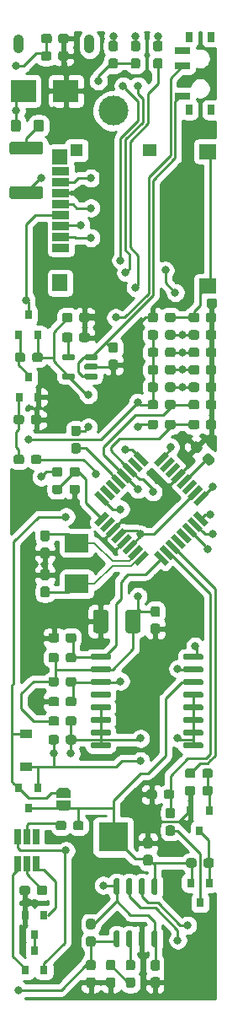
<source format=gtl>
G04 #@! TF.GenerationSoftware,KiCad,Pcbnew,(5.1.6)-1*
G04 #@! TF.CreationDate,2021-08-10T23:40:34-03:00*
G04 #@! TF.ProjectId,TPH_Logger,5450485f-4c6f-4676-9765-722e6b696361,rev?*
G04 #@! TF.SameCoordinates,Original*
G04 #@! TF.FileFunction,Copper,L1,Top*
G04 #@! TF.FilePolarity,Positive*
%FSLAX46Y46*%
G04 Gerber Fmt 4.6, Leading zero omitted, Abs format (unit mm)*
G04 Created by KiCad (PCBNEW (5.1.6)-1) date 2021-08-10 23:40:34*
%MOMM*%
%LPD*%
G01*
G04 APERTURE LIST*
G04 #@! TA.AperFunction,SMDPad,CuDef*
%ADD10R,2.500000X2.300000*%
G04 #@! TD*
G04 #@! TA.AperFunction,SMDPad,CuDef*
%ADD11R,1.500000X0.700000*%
G04 #@! TD*
G04 #@! TA.AperFunction,SMDPad,CuDef*
%ADD12R,0.800000X1.000000*%
G04 #@! TD*
G04 #@! TA.AperFunction,SMDPad,CuDef*
%ADD13R,0.800000X0.900000*%
G04 #@! TD*
G04 #@! TA.AperFunction,SMDPad,CuDef*
%ADD14C,0.100000*%
G04 #@! TD*
G04 #@! TA.AperFunction,SMDPad,CuDef*
%ADD15R,0.650000X1.560000*%
G04 #@! TD*
G04 #@! TA.AperFunction,SMDPad,CuDef*
%ADD16R,2.400000X1.900000*%
G04 #@! TD*
G04 #@! TA.AperFunction,ComponentPad*
%ADD17O,1.050000X1.900000*%
G04 #@! TD*
G04 #@! TA.AperFunction,ComponentPad*
%ADD18C,3.000000*%
G04 #@! TD*
G04 #@! TA.AperFunction,ComponentPad*
%ADD19R,3.000000X3.000000*%
G04 #@! TD*
G04 #@! TA.AperFunction,SMDPad,CuDef*
%ADD20R,1.676400X0.812800*%
G04 #@! TD*
G04 #@! TA.AperFunction,SMDPad,CuDef*
%ADD21R,1.397000X1.295400*%
G04 #@! TD*
G04 #@! TA.AperFunction,SMDPad,CuDef*
%ADD22R,1.701800X1.498600*%
G04 #@! TD*
G04 #@! TA.AperFunction,SMDPad,CuDef*
%ADD23R,1.498600X1.701800*%
G04 #@! TD*
G04 #@! TA.AperFunction,SMDPad,CuDef*
%ADD24R,1.295400X1.295400*%
G04 #@! TD*
G04 #@! TA.AperFunction,SMDPad,CuDef*
%ADD25R,1.498600X1.600200*%
G04 #@! TD*
G04 #@! TA.AperFunction,SMDPad,CuDef*
%ADD26R,1.200000X0.900000*%
G04 #@! TD*
G04 #@! TA.AperFunction,ViaPad*
%ADD27C,0.800000*%
G04 #@! TD*
G04 #@! TA.AperFunction,Conductor*
%ADD28C,0.250000*%
G04 #@! TD*
G04 #@! TA.AperFunction,Conductor*
%ADD29C,0.500000*%
G04 #@! TD*
G04 #@! TA.AperFunction,Conductor*
%ADD30C,0.200000*%
G04 #@! TD*
G04 #@! TA.AperFunction,Conductor*
%ADD31C,0.254000*%
G04 #@! TD*
G04 APERTURE END LIST*
D10*
X129750000Y-47500000D03*
X125450000Y-47500000D03*
D11*
X141500000Y-48000000D03*
X141500000Y-45000000D03*
X141500000Y-43500000D03*
D12*
X144360000Y-49400000D03*
X144360000Y-42100000D03*
X142150000Y-42100000D03*
X142150000Y-49400000D03*
G04 #@! TA.AperFunction,SMDPad,CuDef*
G36*
G01*
X143175000Y-75262500D02*
X143175000Y-75737500D01*
G75*
G02*
X142937500Y-75975000I-237500J0D01*
G01*
X142337500Y-75975000D01*
G75*
G02*
X142100000Y-75737500I0J237500D01*
G01*
X142100000Y-75262500D01*
G75*
G02*
X142337500Y-75025000I237500J0D01*
G01*
X142937500Y-75025000D01*
G75*
G02*
X143175000Y-75262500I0J-237500D01*
G01*
G37*
G04 #@! TD.AperFunction*
G04 #@! TA.AperFunction,SMDPad,CuDef*
G36*
G01*
X144900000Y-75262500D02*
X144900000Y-75737500D01*
G75*
G02*
X144662500Y-75975000I-237500J0D01*
G01*
X144062500Y-75975000D01*
G75*
G02*
X143825000Y-75737500I0J237500D01*
G01*
X143825000Y-75262500D01*
G75*
G02*
X144062500Y-75025000I237500J0D01*
G01*
X144662500Y-75025000D01*
G75*
G02*
X144900000Y-75262500I0J-237500D01*
G01*
G37*
G04 #@! TD.AperFunction*
G04 #@! TA.AperFunction,SMDPad,CuDef*
G36*
G01*
X143175000Y-73512500D02*
X143175000Y-73987500D01*
G75*
G02*
X142937500Y-74225000I-237500J0D01*
G01*
X142337500Y-74225000D01*
G75*
G02*
X142100000Y-73987500I0J237500D01*
G01*
X142100000Y-73512500D01*
G75*
G02*
X142337500Y-73275000I237500J0D01*
G01*
X142937500Y-73275000D01*
G75*
G02*
X143175000Y-73512500I0J-237500D01*
G01*
G37*
G04 #@! TD.AperFunction*
G04 #@! TA.AperFunction,SMDPad,CuDef*
G36*
G01*
X144900000Y-73512500D02*
X144900000Y-73987500D01*
G75*
G02*
X144662500Y-74225000I-237500J0D01*
G01*
X144062500Y-74225000D01*
G75*
G02*
X143825000Y-73987500I0J237500D01*
G01*
X143825000Y-73512500D01*
G75*
G02*
X144062500Y-73275000I237500J0D01*
G01*
X144662500Y-73275000D01*
G75*
G02*
X144900000Y-73512500I0J-237500D01*
G01*
G37*
G04 #@! TD.AperFunction*
G04 #@! TA.AperFunction,SMDPad,CuDef*
G36*
G01*
X144900000Y-71762500D02*
X144900000Y-72237500D01*
G75*
G02*
X144662500Y-72475000I-237500J0D01*
G01*
X144062500Y-72475000D01*
G75*
G02*
X143825000Y-72237500I0J237500D01*
G01*
X143825000Y-71762500D01*
G75*
G02*
X144062500Y-71525000I237500J0D01*
G01*
X144662500Y-71525000D01*
G75*
G02*
X144900000Y-71762500I0J-237500D01*
G01*
G37*
G04 #@! TD.AperFunction*
G04 #@! TA.AperFunction,SMDPad,CuDef*
G36*
G01*
X143175000Y-71762500D02*
X143175000Y-72237500D01*
G75*
G02*
X142937500Y-72475000I-237500J0D01*
G01*
X142337500Y-72475000D01*
G75*
G02*
X142100000Y-72237500I0J237500D01*
G01*
X142100000Y-71762500D01*
G75*
G02*
X142337500Y-71525000I237500J0D01*
G01*
X142937500Y-71525000D01*
G75*
G02*
X143175000Y-71762500I0J-237500D01*
G01*
G37*
G04 #@! TD.AperFunction*
G04 #@! TA.AperFunction,SMDPad,CuDef*
G36*
G01*
X144900000Y-77012500D02*
X144900000Y-77487500D01*
G75*
G02*
X144662500Y-77725000I-237500J0D01*
G01*
X144062500Y-77725000D01*
G75*
G02*
X143825000Y-77487500I0J237500D01*
G01*
X143825000Y-77012500D01*
G75*
G02*
X144062500Y-76775000I237500J0D01*
G01*
X144662500Y-76775000D01*
G75*
G02*
X144900000Y-77012500I0J-237500D01*
G01*
G37*
G04 #@! TD.AperFunction*
G04 #@! TA.AperFunction,SMDPad,CuDef*
G36*
G01*
X143175000Y-77012500D02*
X143175000Y-77487500D01*
G75*
G02*
X142937500Y-77725000I-237500J0D01*
G01*
X142337500Y-77725000D01*
G75*
G02*
X142100000Y-77487500I0J237500D01*
G01*
X142100000Y-77012500D01*
G75*
G02*
X142337500Y-76775000I237500J0D01*
G01*
X142937500Y-76775000D01*
G75*
G02*
X143175000Y-77012500I0J-237500D01*
G01*
G37*
G04 #@! TD.AperFunction*
G04 #@! TA.AperFunction,SMDPad,CuDef*
G36*
G01*
X139025000Y-77012500D02*
X139025000Y-77487500D01*
G75*
G02*
X138787500Y-77725000I-237500J0D01*
G01*
X138212500Y-77725000D01*
G75*
G02*
X137975000Y-77487500I0J237500D01*
G01*
X137975000Y-77012500D01*
G75*
G02*
X138212500Y-76775000I237500J0D01*
G01*
X138787500Y-76775000D01*
G75*
G02*
X139025000Y-77012500I0J-237500D01*
G01*
G37*
G04 #@! TD.AperFunction*
G04 #@! TA.AperFunction,SMDPad,CuDef*
G36*
G01*
X140775000Y-77012500D02*
X140775000Y-77487500D01*
G75*
G02*
X140537500Y-77725000I-237500J0D01*
G01*
X139962500Y-77725000D01*
G75*
G02*
X139725000Y-77487500I0J237500D01*
G01*
X139725000Y-77012500D01*
G75*
G02*
X139962500Y-76775000I237500J0D01*
G01*
X140537500Y-76775000D01*
G75*
G02*
X140775000Y-77012500I0J-237500D01*
G01*
G37*
G04 #@! TD.AperFunction*
G04 #@! TA.AperFunction,SMDPad,CuDef*
G36*
G01*
X139037500Y-73512500D02*
X139037500Y-73987500D01*
G75*
G02*
X138800000Y-74225000I-237500J0D01*
G01*
X138225000Y-74225000D01*
G75*
G02*
X137987500Y-73987500I0J237500D01*
G01*
X137987500Y-73512500D01*
G75*
G02*
X138225000Y-73275000I237500J0D01*
G01*
X138800000Y-73275000D01*
G75*
G02*
X139037500Y-73512500I0J-237500D01*
G01*
G37*
G04 #@! TD.AperFunction*
G04 #@! TA.AperFunction,SMDPad,CuDef*
G36*
G01*
X140787500Y-73512500D02*
X140787500Y-73987500D01*
G75*
G02*
X140550000Y-74225000I-237500J0D01*
G01*
X139975000Y-74225000D01*
G75*
G02*
X139737500Y-73987500I0J237500D01*
G01*
X139737500Y-73512500D01*
G75*
G02*
X139975000Y-73275000I237500J0D01*
G01*
X140550000Y-73275000D01*
G75*
G02*
X140787500Y-73512500I0J-237500D01*
G01*
G37*
G04 #@! TD.AperFunction*
G04 #@! TA.AperFunction,SMDPad,CuDef*
G36*
G01*
X139025000Y-75262500D02*
X139025000Y-75737500D01*
G75*
G02*
X138787500Y-75975000I-237500J0D01*
G01*
X138212500Y-75975000D01*
G75*
G02*
X137975000Y-75737500I0J237500D01*
G01*
X137975000Y-75262500D01*
G75*
G02*
X138212500Y-75025000I237500J0D01*
G01*
X138787500Y-75025000D01*
G75*
G02*
X139025000Y-75262500I0J-237500D01*
G01*
G37*
G04 #@! TD.AperFunction*
G04 #@! TA.AperFunction,SMDPad,CuDef*
G36*
G01*
X140775000Y-75262500D02*
X140775000Y-75737500D01*
G75*
G02*
X140537500Y-75975000I-237500J0D01*
G01*
X139962500Y-75975000D01*
G75*
G02*
X139725000Y-75737500I0J237500D01*
G01*
X139725000Y-75262500D01*
G75*
G02*
X139962500Y-75025000I237500J0D01*
G01*
X140537500Y-75025000D01*
G75*
G02*
X140775000Y-75262500I0J-237500D01*
G01*
G37*
G04 #@! TD.AperFunction*
G04 #@! TA.AperFunction,SMDPad,CuDef*
G36*
G01*
X140775000Y-71762500D02*
X140775000Y-72237500D01*
G75*
G02*
X140537500Y-72475000I-237500J0D01*
G01*
X139962500Y-72475000D01*
G75*
G02*
X139725000Y-72237500I0J237500D01*
G01*
X139725000Y-71762500D01*
G75*
G02*
X139962500Y-71525000I237500J0D01*
G01*
X140537500Y-71525000D01*
G75*
G02*
X140775000Y-71762500I0J-237500D01*
G01*
G37*
G04 #@! TD.AperFunction*
G04 #@! TA.AperFunction,SMDPad,CuDef*
G36*
G01*
X139025000Y-71762500D02*
X139025000Y-72237500D01*
G75*
G02*
X138787500Y-72475000I-237500J0D01*
G01*
X138212500Y-72475000D01*
G75*
G02*
X137975000Y-72237500I0J237500D01*
G01*
X137975000Y-71762500D01*
G75*
G02*
X138212500Y-71525000I237500J0D01*
G01*
X138787500Y-71525000D01*
G75*
G02*
X139025000Y-71762500I0J-237500D01*
G01*
G37*
G04 #@! TD.AperFunction*
G04 #@! TA.AperFunction,SMDPad,CuDef*
G36*
G01*
X132937500Y-76000000D02*
X132937500Y-76300000D01*
G75*
G02*
X132787500Y-76450000I-150000J0D01*
G01*
X131762500Y-76450000D01*
G75*
G02*
X131612500Y-76300000I0J150000D01*
G01*
X131612500Y-76000000D01*
G75*
G02*
X131762500Y-75850000I150000J0D01*
G01*
X132787500Y-75850000D01*
G75*
G02*
X132937500Y-76000000I0J-150000D01*
G01*
G37*
G04 #@! TD.AperFunction*
G04 #@! TA.AperFunction,SMDPad,CuDef*
G36*
G01*
X132937500Y-75050000D02*
X132937500Y-75350000D01*
G75*
G02*
X132787500Y-75500000I-150000J0D01*
G01*
X131762500Y-75500000D01*
G75*
G02*
X131612500Y-75350000I0J150000D01*
G01*
X131612500Y-75050000D01*
G75*
G02*
X131762500Y-74900000I150000J0D01*
G01*
X132787500Y-74900000D01*
G75*
G02*
X132937500Y-75050000I0J-150000D01*
G01*
G37*
G04 #@! TD.AperFunction*
G04 #@! TA.AperFunction,SMDPad,CuDef*
G36*
G01*
X132937500Y-74100000D02*
X132937500Y-74400000D01*
G75*
G02*
X132787500Y-74550000I-150000J0D01*
G01*
X131762500Y-74550000D01*
G75*
G02*
X131612500Y-74400000I0J150000D01*
G01*
X131612500Y-74100000D01*
G75*
G02*
X131762500Y-73950000I150000J0D01*
G01*
X132787500Y-73950000D01*
G75*
G02*
X132937500Y-74100000I0J-150000D01*
G01*
G37*
G04 #@! TD.AperFunction*
G04 #@! TA.AperFunction,SMDPad,CuDef*
G36*
G01*
X130662500Y-74100000D02*
X130662500Y-74400000D01*
G75*
G02*
X130512500Y-74550000I-150000J0D01*
G01*
X129487500Y-74550000D01*
G75*
G02*
X129337500Y-74400000I0J150000D01*
G01*
X129337500Y-74100000D01*
G75*
G02*
X129487500Y-73950000I150000J0D01*
G01*
X130512500Y-73950000D01*
G75*
G02*
X130662500Y-74100000I0J-150000D01*
G01*
G37*
G04 #@! TD.AperFunction*
G04 #@! TA.AperFunction,SMDPad,CuDef*
G36*
G01*
X130662500Y-76000000D02*
X130662500Y-76300000D01*
G75*
G02*
X130512500Y-76450000I-150000J0D01*
G01*
X129487500Y-76450000D01*
G75*
G02*
X129337500Y-76300000I0J150000D01*
G01*
X129337500Y-76000000D01*
G75*
G02*
X129487500Y-75850000I150000J0D01*
G01*
X130512500Y-75850000D01*
G75*
G02*
X130662500Y-76000000I0J-150000D01*
G01*
G37*
G04 #@! TD.AperFunction*
G04 #@! TA.AperFunction,SMDPad,CuDef*
G36*
G01*
X134995000Y-128200000D02*
X134695000Y-128200000D01*
G75*
G02*
X134545000Y-128050000I0J150000D01*
G01*
X134545000Y-126700000D01*
G75*
G02*
X134695000Y-126550000I150000J0D01*
G01*
X134995000Y-126550000D01*
G75*
G02*
X135145000Y-126700000I0J-150000D01*
G01*
X135145000Y-128050000D01*
G75*
G02*
X134995000Y-128200000I-150000J0D01*
G01*
G37*
G04 #@! TD.AperFunction*
G04 #@! TA.AperFunction,SMDPad,CuDef*
G36*
G01*
X136265000Y-128200000D02*
X135965000Y-128200000D01*
G75*
G02*
X135815000Y-128050000I0J150000D01*
G01*
X135815000Y-126700000D01*
G75*
G02*
X135965000Y-126550000I150000J0D01*
G01*
X136265000Y-126550000D01*
G75*
G02*
X136415000Y-126700000I0J-150000D01*
G01*
X136415000Y-128050000D01*
G75*
G02*
X136265000Y-128200000I-150000J0D01*
G01*
G37*
G04 #@! TD.AperFunction*
G04 #@! TA.AperFunction,SMDPad,CuDef*
G36*
G01*
X137535000Y-128200000D02*
X137235000Y-128200000D01*
G75*
G02*
X137085000Y-128050000I0J150000D01*
G01*
X137085000Y-126700000D01*
G75*
G02*
X137235000Y-126550000I150000J0D01*
G01*
X137535000Y-126550000D01*
G75*
G02*
X137685000Y-126700000I0J-150000D01*
G01*
X137685000Y-128050000D01*
G75*
G02*
X137535000Y-128200000I-150000J0D01*
G01*
G37*
G04 #@! TD.AperFunction*
G04 #@! TA.AperFunction,SMDPad,CuDef*
G36*
G01*
X138805000Y-128200000D02*
X138505000Y-128200000D01*
G75*
G02*
X138355000Y-128050000I0J150000D01*
G01*
X138355000Y-126700000D01*
G75*
G02*
X138505000Y-126550000I150000J0D01*
G01*
X138805000Y-126550000D01*
G75*
G02*
X138955000Y-126700000I0J-150000D01*
G01*
X138955000Y-128050000D01*
G75*
G02*
X138805000Y-128200000I-150000J0D01*
G01*
G37*
G04 #@! TD.AperFunction*
G04 #@! TA.AperFunction,SMDPad,CuDef*
G36*
G01*
X138805000Y-133450000D02*
X138505000Y-133450000D01*
G75*
G02*
X138355000Y-133300000I0J150000D01*
G01*
X138355000Y-131950000D01*
G75*
G02*
X138505000Y-131800000I150000J0D01*
G01*
X138805000Y-131800000D01*
G75*
G02*
X138955000Y-131950000I0J-150000D01*
G01*
X138955000Y-133300000D01*
G75*
G02*
X138805000Y-133450000I-150000J0D01*
G01*
G37*
G04 #@! TD.AperFunction*
G04 #@! TA.AperFunction,SMDPad,CuDef*
G36*
G01*
X137535000Y-133450000D02*
X137235000Y-133450000D01*
G75*
G02*
X137085000Y-133300000I0J150000D01*
G01*
X137085000Y-131950000D01*
G75*
G02*
X137235000Y-131800000I150000J0D01*
G01*
X137535000Y-131800000D01*
G75*
G02*
X137685000Y-131950000I0J-150000D01*
G01*
X137685000Y-133300000D01*
G75*
G02*
X137535000Y-133450000I-150000J0D01*
G01*
G37*
G04 #@! TD.AperFunction*
G04 #@! TA.AperFunction,SMDPad,CuDef*
G36*
G01*
X136265000Y-133450000D02*
X135965000Y-133450000D01*
G75*
G02*
X135815000Y-133300000I0J150000D01*
G01*
X135815000Y-131950000D01*
G75*
G02*
X135965000Y-131800000I150000J0D01*
G01*
X136265000Y-131800000D01*
G75*
G02*
X136415000Y-131950000I0J-150000D01*
G01*
X136415000Y-133300000D01*
G75*
G02*
X136265000Y-133450000I-150000J0D01*
G01*
G37*
G04 #@! TD.AperFunction*
G04 #@! TA.AperFunction,SMDPad,CuDef*
G36*
G01*
X134995000Y-133450000D02*
X134695000Y-133450000D01*
G75*
G02*
X134545000Y-133300000I0J150000D01*
G01*
X134545000Y-131950000D01*
G75*
G02*
X134695000Y-131800000I150000J0D01*
G01*
X134995000Y-131800000D01*
G75*
G02*
X135145000Y-131950000I0J-150000D01*
G01*
X135145000Y-133300000D01*
G75*
G02*
X134995000Y-133450000I-150000J0D01*
G01*
G37*
G04 #@! TD.AperFunction*
G04 #@! TA.AperFunction,SMDPad,CuDef*
G36*
G01*
X137250000Y-99825000D02*
X137250000Y-101675000D01*
G75*
G02*
X137000000Y-101925000I-250000J0D01*
G01*
X136000000Y-101925000D01*
G75*
G02*
X135750000Y-101675000I0J250000D01*
G01*
X135750000Y-99825000D01*
G75*
G02*
X136000000Y-99575000I250000J0D01*
G01*
X137000000Y-99575000D01*
G75*
G02*
X137250000Y-99825000I0J-250000D01*
G01*
G37*
G04 #@! TD.AperFunction*
G04 #@! TA.AperFunction,SMDPad,CuDef*
G36*
G01*
X134000000Y-99825000D02*
X134000000Y-101675000D01*
G75*
G02*
X133750000Y-101925000I-250000J0D01*
G01*
X132750000Y-101925000D01*
G75*
G02*
X132500000Y-101675000I0J250000D01*
G01*
X132500000Y-99825000D01*
G75*
G02*
X132750000Y-99575000I250000J0D01*
G01*
X133750000Y-99575000D01*
G75*
G02*
X134000000Y-99825000I0J-250000D01*
G01*
G37*
G04 #@! TD.AperFunction*
G04 #@! TA.AperFunction,SMDPad,CuDef*
G36*
G01*
X127200000Y-53900000D02*
X124300000Y-53900000D01*
G75*
G02*
X124050000Y-53650000I0J250000D01*
G01*
X124050000Y-52850000D01*
G75*
G02*
X124300000Y-52600000I250000J0D01*
G01*
X127200000Y-52600000D01*
G75*
G02*
X127450000Y-52850000I0J-250000D01*
G01*
X127450000Y-53650000D01*
G75*
G02*
X127200000Y-53900000I-250000J0D01*
G01*
G37*
G04 #@! TD.AperFunction*
G04 #@! TA.AperFunction,SMDPad,CuDef*
G36*
G01*
X127200000Y-58350000D02*
X124300000Y-58350000D01*
G75*
G02*
X124050000Y-58100000I0J250000D01*
G01*
X124050000Y-57300000D01*
G75*
G02*
X124300000Y-57050000I250000J0D01*
G01*
X127200000Y-57050000D01*
G75*
G02*
X127450000Y-57300000I0J-250000D01*
G01*
X127450000Y-58100000D01*
G75*
G02*
X127200000Y-58350000I-250000J0D01*
G01*
G37*
G04 #@! TD.AperFunction*
G04 #@! TA.AperFunction,SMDPad,CuDef*
G36*
G01*
X126475000Y-51350001D02*
X126475000Y-50649999D01*
G75*
G02*
X126724999Y-50400000I249999J0D01*
G01*
X127275001Y-50400000D01*
G75*
G02*
X127525000Y-50649999I0J-249999D01*
G01*
X127525000Y-51350001D01*
G75*
G02*
X127275001Y-51600000I-249999J0D01*
G01*
X126724999Y-51600000D01*
G75*
G02*
X126475000Y-51350001I0J249999D01*
G01*
G37*
G04 #@! TD.AperFunction*
G04 #@! TA.AperFunction,SMDPad,CuDef*
G36*
G01*
X124175000Y-51350001D02*
X124175000Y-50649999D01*
G75*
G02*
X124424999Y-50400000I249999J0D01*
G01*
X124975001Y-50400000D01*
G75*
G02*
X125225000Y-50649999I0J-249999D01*
G01*
X125225000Y-51350001D01*
G75*
G02*
X124975001Y-51600000I-249999J0D01*
G01*
X124424999Y-51600000D01*
G75*
G02*
X124175000Y-51350001I0J249999D01*
G01*
G37*
G04 #@! TD.AperFunction*
D13*
X126000000Y-76250000D03*
X126950000Y-78250000D03*
X125050000Y-78250000D03*
X126900000Y-117500000D03*
X125000000Y-117500000D03*
X125950000Y-119500000D03*
X125000000Y-72000000D03*
X126900000Y-72000000D03*
X125950000Y-70000000D03*
X127540000Y-130220000D03*
X125640000Y-130220000D03*
X126590000Y-132220000D03*
X126590000Y-133760000D03*
X127540000Y-135760000D03*
X125640000Y-135760000D03*
G04 #@! TA.AperFunction,SMDPad,CuDef*
D14*
G36*
X132984656Y-91204862D02*
G01*
X132595747Y-90815953D01*
X133727118Y-89684582D01*
X134116027Y-90073491D01*
X132984656Y-91204862D01*
G37*
G04 #@! TD.AperFunction*
G04 #@! TA.AperFunction,SMDPad,CuDef*
G36*
X133550342Y-91770547D02*
G01*
X133161433Y-91381638D01*
X134292804Y-90250267D01*
X134681713Y-90639176D01*
X133550342Y-91770547D01*
G37*
G04 #@! TD.AperFunction*
G04 #@! TA.AperFunction,SMDPad,CuDef*
G36*
X134116027Y-92336233D02*
G01*
X133727118Y-91947324D01*
X134858489Y-90815953D01*
X135247398Y-91204862D01*
X134116027Y-92336233D01*
G37*
G04 #@! TD.AperFunction*
G04 #@! TA.AperFunction,SMDPad,CuDef*
G36*
X134681712Y-92901918D02*
G01*
X134292803Y-92513009D01*
X135424174Y-91381638D01*
X135813083Y-91770547D01*
X134681712Y-92901918D01*
G37*
G04 #@! TD.AperFunction*
G04 #@! TA.AperFunction,SMDPad,CuDef*
G36*
X135247398Y-93467604D02*
G01*
X134858489Y-93078695D01*
X135989860Y-91947324D01*
X136378769Y-92336233D01*
X135247398Y-93467604D01*
G37*
G04 #@! TD.AperFunction*
G04 #@! TA.AperFunction,SMDPad,CuDef*
G36*
X135813083Y-94033289D02*
G01*
X135424174Y-93644380D01*
X136555545Y-92513009D01*
X136944454Y-92901918D01*
X135813083Y-94033289D01*
G37*
G04 #@! TD.AperFunction*
G04 #@! TA.AperFunction,SMDPad,CuDef*
G36*
X136378769Y-94598974D02*
G01*
X135989860Y-94210065D01*
X137121231Y-93078694D01*
X137510140Y-93467603D01*
X136378769Y-94598974D01*
G37*
G04 #@! TD.AperFunction*
G04 #@! TA.AperFunction,SMDPad,CuDef*
G36*
X136944454Y-95164660D02*
G01*
X136555545Y-94775751D01*
X137686916Y-93644380D01*
X138075825Y-94033289D01*
X136944454Y-95164660D01*
G37*
G04 #@! TD.AperFunction*
G04 #@! TA.AperFunction,SMDPad,CuDef*
G36*
X140126435Y-94775751D02*
G01*
X139737526Y-95164660D01*
X138606155Y-94033289D01*
X138995064Y-93644380D01*
X140126435Y-94775751D01*
G37*
G04 #@! TD.AperFunction*
G04 #@! TA.AperFunction,SMDPad,CuDef*
G36*
X140692120Y-94210065D02*
G01*
X140303211Y-94598974D01*
X139171840Y-93467603D01*
X139560749Y-93078694D01*
X140692120Y-94210065D01*
G37*
G04 #@! TD.AperFunction*
G04 #@! TA.AperFunction,SMDPad,CuDef*
G36*
X141257806Y-93644380D02*
G01*
X140868897Y-94033289D01*
X139737526Y-92901918D01*
X140126435Y-92513009D01*
X141257806Y-93644380D01*
G37*
G04 #@! TD.AperFunction*
G04 #@! TA.AperFunction,SMDPad,CuDef*
G36*
X141823491Y-93078695D02*
G01*
X141434582Y-93467604D01*
X140303211Y-92336233D01*
X140692120Y-91947324D01*
X141823491Y-93078695D01*
G37*
G04 #@! TD.AperFunction*
G04 #@! TA.AperFunction,SMDPad,CuDef*
G36*
X142389177Y-92513009D02*
G01*
X142000268Y-92901918D01*
X140868897Y-91770547D01*
X141257806Y-91381638D01*
X142389177Y-92513009D01*
G37*
G04 #@! TD.AperFunction*
G04 #@! TA.AperFunction,SMDPad,CuDef*
G36*
X142954862Y-91947324D02*
G01*
X142565953Y-92336233D01*
X141434582Y-91204862D01*
X141823491Y-90815953D01*
X142954862Y-91947324D01*
G37*
G04 #@! TD.AperFunction*
G04 #@! TA.AperFunction,SMDPad,CuDef*
G36*
X143520547Y-91381638D02*
G01*
X143131638Y-91770547D01*
X142000267Y-90639176D01*
X142389176Y-90250267D01*
X143520547Y-91381638D01*
G37*
G04 #@! TD.AperFunction*
G04 #@! TA.AperFunction,SMDPad,CuDef*
G36*
X144086233Y-90815953D02*
G01*
X143697324Y-91204862D01*
X142565953Y-90073491D01*
X142954862Y-89684582D01*
X144086233Y-90815953D01*
G37*
G04 #@! TD.AperFunction*
G04 #@! TA.AperFunction,SMDPad,CuDef*
G36*
X142954862Y-89154252D02*
G01*
X142565953Y-88765343D01*
X143697324Y-87633972D01*
X144086233Y-88022881D01*
X142954862Y-89154252D01*
G37*
G04 #@! TD.AperFunction*
G04 #@! TA.AperFunction,SMDPad,CuDef*
G36*
X142389176Y-88588567D02*
G01*
X142000267Y-88199658D01*
X143131638Y-87068287D01*
X143520547Y-87457196D01*
X142389176Y-88588567D01*
G37*
G04 #@! TD.AperFunction*
G04 #@! TA.AperFunction,SMDPad,CuDef*
G36*
X141823491Y-88022881D02*
G01*
X141434582Y-87633972D01*
X142565953Y-86502601D01*
X142954862Y-86891510D01*
X141823491Y-88022881D01*
G37*
G04 #@! TD.AperFunction*
G04 #@! TA.AperFunction,SMDPad,CuDef*
G36*
X141257806Y-87457196D02*
G01*
X140868897Y-87068287D01*
X142000268Y-85936916D01*
X142389177Y-86325825D01*
X141257806Y-87457196D01*
G37*
G04 #@! TD.AperFunction*
G04 #@! TA.AperFunction,SMDPad,CuDef*
G36*
X140692120Y-86891510D02*
G01*
X140303211Y-86502601D01*
X141434582Y-85371230D01*
X141823491Y-85760139D01*
X140692120Y-86891510D01*
G37*
G04 #@! TD.AperFunction*
G04 #@! TA.AperFunction,SMDPad,CuDef*
G36*
X140126435Y-86325825D02*
G01*
X139737526Y-85936916D01*
X140868897Y-84805545D01*
X141257806Y-85194454D01*
X140126435Y-86325825D01*
G37*
G04 #@! TD.AperFunction*
G04 #@! TA.AperFunction,SMDPad,CuDef*
G36*
X139560749Y-85760140D02*
G01*
X139171840Y-85371231D01*
X140303211Y-84239860D01*
X140692120Y-84628769D01*
X139560749Y-85760140D01*
G37*
G04 #@! TD.AperFunction*
G04 #@! TA.AperFunction,SMDPad,CuDef*
G36*
X138995064Y-85194454D02*
G01*
X138606155Y-84805545D01*
X139737526Y-83674174D01*
X140126435Y-84063083D01*
X138995064Y-85194454D01*
G37*
G04 #@! TD.AperFunction*
G04 #@! TA.AperFunction,SMDPad,CuDef*
G36*
X138075825Y-84805545D02*
G01*
X137686916Y-85194454D01*
X136555545Y-84063083D01*
X136944454Y-83674174D01*
X138075825Y-84805545D01*
G37*
G04 #@! TD.AperFunction*
G04 #@! TA.AperFunction,SMDPad,CuDef*
G36*
X137510140Y-85371231D02*
G01*
X137121231Y-85760140D01*
X135989860Y-84628769D01*
X136378769Y-84239860D01*
X137510140Y-85371231D01*
G37*
G04 #@! TD.AperFunction*
G04 #@! TA.AperFunction,SMDPad,CuDef*
G36*
X136944454Y-85936916D02*
G01*
X136555545Y-86325825D01*
X135424174Y-85194454D01*
X135813083Y-84805545D01*
X136944454Y-85936916D01*
G37*
G04 #@! TD.AperFunction*
G04 #@! TA.AperFunction,SMDPad,CuDef*
G36*
X136378769Y-86502601D02*
G01*
X135989860Y-86891510D01*
X134858489Y-85760139D01*
X135247398Y-85371230D01*
X136378769Y-86502601D01*
G37*
G04 #@! TD.AperFunction*
G04 #@! TA.AperFunction,SMDPad,CuDef*
G36*
X135813083Y-87068287D02*
G01*
X135424174Y-87457196D01*
X134292803Y-86325825D01*
X134681712Y-85936916D01*
X135813083Y-87068287D01*
G37*
G04 #@! TD.AperFunction*
G04 #@! TA.AperFunction,SMDPad,CuDef*
G36*
X135247398Y-87633972D02*
G01*
X134858489Y-88022881D01*
X133727118Y-86891510D01*
X134116027Y-86502601D01*
X135247398Y-87633972D01*
G37*
G04 #@! TD.AperFunction*
G04 #@! TA.AperFunction,SMDPad,CuDef*
G36*
X134681713Y-88199658D02*
G01*
X134292804Y-88588567D01*
X133161433Y-87457196D01*
X133550342Y-87068287D01*
X134681713Y-88199658D01*
G37*
G04 #@! TD.AperFunction*
G04 #@! TA.AperFunction,SMDPad,CuDef*
G36*
X134116027Y-88765343D02*
G01*
X133727118Y-89154252D01*
X132595747Y-88022881D01*
X132984656Y-87633972D01*
X134116027Y-88765343D01*
G37*
G04 #@! TD.AperFunction*
G04 #@! TA.AperFunction,SMDPad,CuDef*
G36*
G01*
X132225000Y-104455000D02*
X132225000Y-104155000D01*
G75*
G02*
X132375000Y-104005000I150000J0D01*
G01*
X134125000Y-104005000D01*
G75*
G02*
X134275000Y-104155000I0J-150000D01*
G01*
X134275000Y-104455000D01*
G75*
G02*
X134125000Y-104605000I-150000J0D01*
G01*
X132375000Y-104605000D01*
G75*
G02*
X132225000Y-104455000I0J150000D01*
G01*
G37*
G04 #@! TD.AperFunction*
G04 #@! TA.AperFunction,SMDPad,CuDef*
G36*
G01*
X132225000Y-105725000D02*
X132225000Y-105425000D01*
G75*
G02*
X132375000Y-105275000I150000J0D01*
G01*
X134125000Y-105275000D01*
G75*
G02*
X134275000Y-105425000I0J-150000D01*
G01*
X134275000Y-105725000D01*
G75*
G02*
X134125000Y-105875000I-150000J0D01*
G01*
X132375000Y-105875000D01*
G75*
G02*
X132225000Y-105725000I0J150000D01*
G01*
G37*
G04 #@! TD.AperFunction*
G04 #@! TA.AperFunction,SMDPad,CuDef*
G36*
G01*
X132225000Y-106995000D02*
X132225000Y-106695000D01*
G75*
G02*
X132375000Y-106545000I150000J0D01*
G01*
X134125000Y-106545000D01*
G75*
G02*
X134275000Y-106695000I0J-150000D01*
G01*
X134275000Y-106995000D01*
G75*
G02*
X134125000Y-107145000I-150000J0D01*
G01*
X132375000Y-107145000D01*
G75*
G02*
X132225000Y-106995000I0J150000D01*
G01*
G37*
G04 #@! TD.AperFunction*
G04 #@! TA.AperFunction,SMDPad,CuDef*
G36*
G01*
X132225000Y-108265000D02*
X132225000Y-107965000D01*
G75*
G02*
X132375000Y-107815000I150000J0D01*
G01*
X134125000Y-107815000D01*
G75*
G02*
X134275000Y-107965000I0J-150000D01*
G01*
X134275000Y-108265000D01*
G75*
G02*
X134125000Y-108415000I-150000J0D01*
G01*
X132375000Y-108415000D01*
G75*
G02*
X132225000Y-108265000I0J150000D01*
G01*
G37*
G04 #@! TD.AperFunction*
G04 #@! TA.AperFunction,SMDPad,CuDef*
G36*
G01*
X132225000Y-109535000D02*
X132225000Y-109235000D01*
G75*
G02*
X132375000Y-109085000I150000J0D01*
G01*
X134125000Y-109085000D01*
G75*
G02*
X134275000Y-109235000I0J-150000D01*
G01*
X134275000Y-109535000D01*
G75*
G02*
X134125000Y-109685000I-150000J0D01*
G01*
X132375000Y-109685000D01*
G75*
G02*
X132225000Y-109535000I0J150000D01*
G01*
G37*
G04 #@! TD.AperFunction*
G04 #@! TA.AperFunction,SMDPad,CuDef*
G36*
G01*
X132225000Y-110805000D02*
X132225000Y-110505000D01*
G75*
G02*
X132375000Y-110355000I150000J0D01*
G01*
X134125000Y-110355000D01*
G75*
G02*
X134275000Y-110505000I0J-150000D01*
G01*
X134275000Y-110805000D01*
G75*
G02*
X134125000Y-110955000I-150000J0D01*
G01*
X132375000Y-110955000D01*
G75*
G02*
X132225000Y-110805000I0J150000D01*
G01*
G37*
G04 #@! TD.AperFunction*
G04 #@! TA.AperFunction,SMDPad,CuDef*
G36*
G01*
X132225000Y-112075000D02*
X132225000Y-111775000D01*
G75*
G02*
X132375000Y-111625000I150000J0D01*
G01*
X134125000Y-111625000D01*
G75*
G02*
X134275000Y-111775000I0J-150000D01*
G01*
X134275000Y-112075000D01*
G75*
G02*
X134125000Y-112225000I-150000J0D01*
G01*
X132375000Y-112225000D01*
G75*
G02*
X132225000Y-112075000I0J150000D01*
G01*
G37*
G04 #@! TD.AperFunction*
G04 #@! TA.AperFunction,SMDPad,CuDef*
G36*
G01*
X132225000Y-113345000D02*
X132225000Y-113045000D01*
G75*
G02*
X132375000Y-112895000I150000J0D01*
G01*
X134125000Y-112895000D01*
G75*
G02*
X134275000Y-113045000I0J-150000D01*
G01*
X134275000Y-113345000D01*
G75*
G02*
X134125000Y-113495000I-150000J0D01*
G01*
X132375000Y-113495000D01*
G75*
G02*
X132225000Y-113345000I0J150000D01*
G01*
G37*
G04 #@! TD.AperFunction*
G04 #@! TA.AperFunction,SMDPad,CuDef*
G36*
G01*
X141525000Y-113345000D02*
X141525000Y-113045000D01*
G75*
G02*
X141675000Y-112895000I150000J0D01*
G01*
X143425000Y-112895000D01*
G75*
G02*
X143575000Y-113045000I0J-150000D01*
G01*
X143575000Y-113345000D01*
G75*
G02*
X143425000Y-113495000I-150000J0D01*
G01*
X141675000Y-113495000D01*
G75*
G02*
X141525000Y-113345000I0J150000D01*
G01*
G37*
G04 #@! TD.AperFunction*
G04 #@! TA.AperFunction,SMDPad,CuDef*
G36*
G01*
X141525000Y-112075000D02*
X141525000Y-111775000D01*
G75*
G02*
X141675000Y-111625000I150000J0D01*
G01*
X143425000Y-111625000D01*
G75*
G02*
X143575000Y-111775000I0J-150000D01*
G01*
X143575000Y-112075000D01*
G75*
G02*
X143425000Y-112225000I-150000J0D01*
G01*
X141675000Y-112225000D01*
G75*
G02*
X141525000Y-112075000I0J150000D01*
G01*
G37*
G04 #@! TD.AperFunction*
G04 #@! TA.AperFunction,SMDPad,CuDef*
G36*
G01*
X141525000Y-110805000D02*
X141525000Y-110505000D01*
G75*
G02*
X141675000Y-110355000I150000J0D01*
G01*
X143425000Y-110355000D01*
G75*
G02*
X143575000Y-110505000I0J-150000D01*
G01*
X143575000Y-110805000D01*
G75*
G02*
X143425000Y-110955000I-150000J0D01*
G01*
X141675000Y-110955000D01*
G75*
G02*
X141525000Y-110805000I0J150000D01*
G01*
G37*
G04 #@! TD.AperFunction*
G04 #@! TA.AperFunction,SMDPad,CuDef*
G36*
G01*
X141525000Y-109535000D02*
X141525000Y-109235000D01*
G75*
G02*
X141675000Y-109085000I150000J0D01*
G01*
X143425000Y-109085000D01*
G75*
G02*
X143575000Y-109235000I0J-150000D01*
G01*
X143575000Y-109535000D01*
G75*
G02*
X143425000Y-109685000I-150000J0D01*
G01*
X141675000Y-109685000D01*
G75*
G02*
X141525000Y-109535000I0J150000D01*
G01*
G37*
G04 #@! TD.AperFunction*
G04 #@! TA.AperFunction,SMDPad,CuDef*
G36*
G01*
X141525000Y-108265000D02*
X141525000Y-107965000D01*
G75*
G02*
X141675000Y-107815000I150000J0D01*
G01*
X143425000Y-107815000D01*
G75*
G02*
X143575000Y-107965000I0J-150000D01*
G01*
X143575000Y-108265000D01*
G75*
G02*
X143425000Y-108415000I-150000J0D01*
G01*
X141675000Y-108415000D01*
G75*
G02*
X141525000Y-108265000I0J150000D01*
G01*
G37*
G04 #@! TD.AperFunction*
G04 #@! TA.AperFunction,SMDPad,CuDef*
G36*
G01*
X141525000Y-106995000D02*
X141525000Y-106695000D01*
G75*
G02*
X141675000Y-106545000I150000J0D01*
G01*
X143425000Y-106545000D01*
G75*
G02*
X143575000Y-106695000I0J-150000D01*
G01*
X143575000Y-106995000D01*
G75*
G02*
X143425000Y-107145000I-150000J0D01*
G01*
X141675000Y-107145000D01*
G75*
G02*
X141525000Y-106995000I0J150000D01*
G01*
G37*
G04 #@! TD.AperFunction*
G04 #@! TA.AperFunction,SMDPad,CuDef*
G36*
G01*
X141525000Y-105725000D02*
X141525000Y-105425000D01*
G75*
G02*
X141675000Y-105275000I150000J0D01*
G01*
X143425000Y-105275000D01*
G75*
G02*
X143575000Y-105425000I0J-150000D01*
G01*
X143575000Y-105725000D01*
G75*
G02*
X143425000Y-105875000I-150000J0D01*
G01*
X141675000Y-105875000D01*
G75*
G02*
X141525000Y-105725000I0J150000D01*
G01*
G37*
G04 #@! TD.AperFunction*
G04 #@! TA.AperFunction,SMDPad,CuDef*
G36*
G01*
X141525000Y-104455000D02*
X141525000Y-104155000D01*
G75*
G02*
X141675000Y-104005000I150000J0D01*
G01*
X143425000Y-104005000D01*
G75*
G02*
X143575000Y-104155000I0J-150000D01*
G01*
X143575000Y-104455000D01*
G75*
G02*
X143425000Y-104605000I-150000J0D01*
G01*
X141675000Y-104605000D01*
G75*
G02*
X141525000Y-104455000I0J150000D01*
G01*
G37*
G04 #@! TD.AperFunction*
D15*
X125800000Y-122400000D03*
X124850000Y-122400000D03*
X126750000Y-122400000D03*
X126750000Y-125100000D03*
X125800000Y-125100000D03*
X124850000Y-125100000D03*
D16*
X130815800Y-96979229D03*
X130815800Y-92879229D03*
D17*
X132115000Y-42800000D03*
X124965000Y-42800000D03*
G04 #@! TA.AperFunction,SMDPad,CuDef*
G36*
G01*
X143175000Y-70012500D02*
X143175000Y-70487500D01*
G75*
G02*
X142937500Y-70725000I-237500J0D01*
G01*
X142337500Y-70725000D01*
G75*
G02*
X142100000Y-70487500I0J237500D01*
G01*
X142100000Y-70012500D01*
G75*
G02*
X142337500Y-69775000I237500J0D01*
G01*
X142937500Y-69775000D01*
G75*
G02*
X143175000Y-70012500I0J-237500D01*
G01*
G37*
G04 #@! TD.AperFunction*
G04 #@! TA.AperFunction,SMDPad,CuDef*
G36*
G01*
X144900000Y-70012500D02*
X144900000Y-70487500D01*
G75*
G02*
X144662500Y-70725000I-237500J0D01*
G01*
X144062500Y-70725000D01*
G75*
G02*
X143825000Y-70487500I0J237500D01*
G01*
X143825000Y-70012500D01*
G75*
G02*
X144062500Y-69775000I237500J0D01*
G01*
X144662500Y-69775000D01*
G75*
G02*
X144900000Y-70012500I0J-237500D01*
G01*
G37*
G04 #@! TD.AperFunction*
G04 #@! TA.AperFunction,SMDPad,CuDef*
G36*
G01*
X143438128Y-83492372D02*
X143102252Y-83828248D01*
G75*
G02*
X142766376Y-83828248I-167938J167938D01*
G01*
X142342112Y-83403984D01*
G75*
G02*
X142342112Y-83068108I167938J167938D01*
G01*
X142677988Y-82732232D01*
G75*
G02*
X143013864Y-82732232I167938J-167938D01*
G01*
X143438128Y-83156496D01*
G75*
G02*
X143438128Y-83492372I-167938J-167938D01*
G01*
G37*
G04 #@! TD.AperFunction*
G04 #@! TA.AperFunction,SMDPad,CuDef*
G36*
G01*
X144657888Y-84712132D02*
X144322012Y-85048008D01*
G75*
G02*
X143986136Y-85048008I-167938J167938D01*
G01*
X143561872Y-84623744D01*
G75*
G02*
X143561872Y-84287868I167938J167938D01*
G01*
X143897748Y-83951992D01*
G75*
G02*
X144233624Y-83951992I167938J-167938D01*
G01*
X144657888Y-84376256D01*
G75*
G02*
X144657888Y-84712132I-167938J-167938D01*
G01*
G37*
G04 #@! TD.AperFunction*
G04 #@! TA.AperFunction,SMDPad,CuDef*
G36*
G01*
X138987500Y-102037500D02*
X138512500Y-102037500D01*
G75*
G02*
X138275000Y-101800000I0J237500D01*
G01*
X138275000Y-101200000D01*
G75*
G02*
X138512500Y-100962500I237500J0D01*
G01*
X138987500Y-100962500D01*
G75*
G02*
X139225000Y-101200000I0J-237500D01*
G01*
X139225000Y-101800000D01*
G75*
G02*
X138987500Y-102037500I-237500J0D01*
G01*
G37*
G04 #@! TD.AperFunction*
G04 #@! TA.AperFunction,SMDPad,CuDef*
G36*
G01*
X138987500Y-100312500D02*
X138512500Y-100312500D01*
G75*
G02*
X138275000Y-100075000I0J237500D01*
G01*
X138275000Y-99475000D01*
G75*
G02*
X138512500Y-99237500I237500J0D01*
G01*
X138987500Y-99237500D01*
G75*
G02*
X139225000Y-99475000I0J-237500D01*
G01*
X139225000Y-100075000D01*
G75*
G02*
X138987500Y-100312500I-237500J0D01*
G01*
G37*
G04 #@! TD.AperFunction*
G04 #@! TA.AperFunction,SMDPad,CuDef*
G36*
G01*
X129712500Y-110987500D02*
X129712500Y-110512500D01*
G75*
G02*
X129950000Y-110275000I237500J0D01*
G01*
X130550000Y-110275000D01*
G75*
G02*
X130787500Y-110512500I0J-237500D01*
G01*
X130787500Y-110987500D01*
G75*
G02*
X130550000Y-111225000I-237500J0D01*
G01*
X129950000Y-111225000D01*
G75*
G02*
X129712500Y-110987500I0J237500D01*
G01*
G37*
G04 #@! TD.AperFunction*
G04 #@! TA.AperFunction,SMDPad,CuDef*
G36*
G01*
X127987500Y-110987500D02*
X127987500Y-110512500D01*
G75*
G02*
X128225000Y-110275000I237500J0D01*
G01*
X128825000Y-110275000D01*
G75*
G02*
X129062500Y-110512500I0J-237500D01*
G01*
X129062500Y-110987500D01*
G75*
G02*
X128825000Y-111225000I-237500J0D01*
G01*
X128225000Y-111225000D01*
G75*
G02*
X127987500Y-110987500I0J237500D01*
G01*
G37*
G04 #@! TD.AperFunction*
G04 #@! TA.AperFunction,SMDPad,CuDef*
G36*
G01*
X127871319Y-94434623D02*
X127396319Y-94434623D01*
G75*
G02*
X127158819Y-94197123I0J237500D01*
G01*
X127158819Y-93597123D01*
G75*
G02*
X127396319Y-93359623I237500J0D01*
G01*
X127871319Y-93359623D01*
G75*
G02*
X128108819Y-93597123I0J-237500D01*
G01*
X128108819Y-94197123D01*
G75*
G02*
X127871319Y-94434623I-237500J0D01*
G01*
G37*
G04 #@! TD.AperFunction*
G04 #@! TA.AperFunction,SMDPad,CuDef*
G36*
G01*
X127871319Y-92709623D02*
X127396319Y-92709623D01*
G75*
G02*
X127158819Y-92472123I0J237500D01*
G01*
X127158819Y-91872123D01*
G75*
G02*
X127396319Y-91634623I237500J0D01*
G01*
X127871319Y-91634623D01*
G75*
G02*
X128108819Y-91872123I0J-237500D01*
G01*
X128108819Y-92472123D01*
G75*
G02*
X127871319Y-92709623I-237500J0D01*
G01*
G37*
G04 #@! TD.AperFunction*
G04 #@! TA.AperFunction,SMDPad,CuDef*
G36*
G01*
X127396319Y-95523710D02*
X127871319Y-95523710D01*
G75*
G02*
X128108819Y-95761210I0J-237500D01*
G01*
X128108819Y-96361210D01*
G75*
G02*
X127871319Y-96598710I-237500J0D01*
G01*
X127396319Y-96598710D01*
G75*
G02*
X127158819Y-96361210I0J237500D01*
G01*
X127158819Y-95761210D01*
G75*
G02*
X127396319Y-95523710I237500J0D01*
G01*
G37*
G04 #@! TD.AperFunction*
G04 #@! TA.AperFunction,SMDPad,CuDef*
G36*
G01*
X127396319Y-97248710D02*
X127871319Y-97248710D01*
G75*
G02*
X128108819Y-97486210I0J-237500D01*
G01*
X128108819Y-98086210D01*
G75*
G02*
X127871319Y-98323710I-237500J0D01*
G01*
X127396319Y-98323710D01*
G75*
G02*
X127158819Y-98086210I0J237500D01*
G01*
X127158819Y-97486210D01*
G75*
G02*
X127396319Y-97248710I237500J0D01*
G01*
G37*
G04 #@! TD.AperFunction*
G04 #@! TA.AperFunction,SMDPad,CuDef*
G36*
G01*
X143175000Y-78762500D02*
X143175000Y-79237500D01*
G75*
G02*
X142937500Y-79475000I-237500J0D01*
G01*
X142337500Y-79475000D01*
G75*
G02*
X142100000Y-79237500I0J237500D01*
G01*
X142100000Y-78762500D01*
G75*
G02*
X142337500Y-78525000I237500J0D01*
G01*
X142937500Y-78525000D01*
G75*
G02*
X143175000Y-78762500I0J-237500D01*
G01*
G37*
G04 #@! TD.AperFunction*
G04 #@! TA.AperFunction,SMDPad,CuDef*
G36*
G01*
X144900000Y-78762500D02*
X144900000Y-79237500D01*
G75*
G02*
X144662500Y-79475000I-237500J0D01*
G01*
X144062500Y-79475000D01*
G75*
G02*
X143825000Y-79237500I0J237500D01*
G01*
X143825000Y-78762500D01*
G75*
G02*
X144062500Y-78525000I237500J0D01*
G01*
X144662500Y-78525000D01*
G75*
G02*
X144900000Y-78762500I0J-237500D01*
G01*
G37*
G04 #@! TD.AperFunction*
G04 #@! TA.AperFunction,SMDPad,CuDef*
G36*
G01*
X142100000Y-81237500D02*
X142100000Y-80762500D01*
G75*
G02*
X142337500Y-80525000I237500J0D01*
G01*
X142937500Y-80525000D01*
G75*
G02*
X143175000Y-80762500I0J-237500D01*
G01*
X143175000Y-81237500D01*
G75*
G02*
X142937500Y-81475000I-237500J0D01*
G01*
X142337500Y-81475000D01*
G75*
G02*
X142100000Y-81237500I0J237500D01*
G01*
G37*
G04 #@! TD.AperFunction*
G04 #@! TA.AperFunction,SMDPad,CuDef*
G36*
G01*
X143825000Y-81237500D02*
X143825000Y-80762500D01*
G75*
G02*
X144062500Y-80525000I237500J0D01*
G01*
X144662500Y-80525000D01*
G75*
G02*
X144900000Y-80762500I0J-237500D01*
G01*
X144900000Y-81237500D01*
G75*
G02*
X144662500Y-81475000I-237500J0D01*
G01*
X144062500Y-81475000D01*
G75*
G02*
X143825000Y-81237500I0J237500D01*
G01*
G37*
G04 #@! TD.AperFunction*
G04 #@! TA.AperFunction,SMDPad,CuDef*
G36*
G01*
X127987500Y-109037500D02*
X127987500Y-108562500D01*
G75*
G02*
X128225000Y-108325000I237500J0D01*
G01*
X128825000Y-108325000D01*
G75*
G02*
X129062500Y-108562500I0J-237500D01*
G01*
X129062500Y-109037500D01*
G75*
G02*
X128825000Y-109275000I-237500J0D01*
G01*
X128225000Y-109275000D01*
G75*
G02*
X127987500Y-109037500I0J237500D01*
G01*
G37*
G04 #@! TD.AperFunction*
G04 #@! TA.AperFunction,SMDPad,CuDef*
G36*
G01*
X129712500Y-109037500D02*
X129712500Y-108562500D01*
G75*
G02*
X129950000Y-108325000I237500J0D01*
G01*
X130550000Y-108325000D01*
G75*
G02*
X130787500Y-108562500I0J-237500D01*
G01*
X130787500Y-109037500D01*
G75*
G02*
X130550000Y-109275000I-237500J0D01*
G01*
X129950000Y-109275000D01*
G75*
G02*
X129712500Y-109037500I0J237500D01*
G01*
G37*
G04 #@! TD.AperFunction*
G04 #@! TA.AperFunction,SMDPad,CuDef*
G36*
G01*
X129062500Y-102162500D02*
X129062500Y-102637500D01*
G75*
G02*
X128825000Y-102875000I-237500J0D01*
G01*
X128225000Y-102875000D01*
G75*
G02*
X127987500Y-102637500I0J237500D01*
G01*
X127987500Y-102162500D01*
G75*
G02*
X128225000Y-101925000I237500J0D01*
G01*
X128825000Y-101925000D01*
G75*
G02*
X129062500Y-102162500I0J-237500D01*
G01*
G37*
G04 #@! TD.AperFunction*
G04 #@! TA.AperFunction,SMDPad,CuDef*
G36*
G01*
X130787500Y-102162500D02*
X130787500Y-102637500D01*
G75*
G02*
X130550000Y-102875000I-237500J0D01*
G01*
X129950000Y-102875000D01*
G75*
G02*
X129712500Y-102637500I0J237500D01*
G01*
X129712500Y-102162500D01*
G75*
G02*
X129950000Y-101925000I237500J0D01*
G01*
X130550000Y-101925000D01*
G75*
G02*
X130787500Y-102162500I0J-237500D01*
G01*
G37*
G04 #@! TD.AperFunction*
G04 #@! TA.AperFunction,SMDPad,CuDef*
G36*
G01*
X128962500Y-42487500D02*
X128962500Y-42012500D01*
G75*
G02*
X129200000Y-41775000I237500J0D01*
G01*
X129800000Y-41775000D01*
G75*
G02*
X130037500Y-42012500I0J-237500D01*
G01*
X130037500Y-42487500D01*
G75*
G02*
X129800000Y-42725000I-237500J0D01*
G01*
X129200000Y-42725000D01*
G75*
G02*
X128962500Y-42487500I0J237500D01*
G01*
G37*
G04 #@! TD.AperFunction*
G04 #@! TA.AperFunction,SMDPad,CuDef*
G36*
G01*
X127237500Y-42487500D02*
X127237500Y-42012500D01*
G75*
G02*
X127475000Y-41775000I237500J0D01*
G01*
X128075000Y-41775000D01*
G75*
G02*
X128312500Y-42012500I0J-237500D01*
G01*
X128312500Y-42487500D01*
G75*
G02*
X128075000Y-42725000I-237500J0D01*
G01*
X127475000Y-42725000D01*
G75*
G02*
X127237500Y-42487500I0J237500D01*
G01*
G37*
G04 #@! TD.AperFunction*
G04 #@! TA.AperFunction,SMDPad,CuDef*
G36*
G01*
X138987500Y-137537500D02*
X138512500Y-137537500D01*
G75*
G02*
X138275000Y-137300000I0J237500D01*
G01*
X138275000Y-136700000D01*
G75*
G02*
X138512500Y-136462500I237500J0D01*
G01*
X138987500Y-136462500D01*
G75*
G02*
X139225000Y-136700000I0J-237500D01*
G01*
X139225000Y-137300000D01*
G75*
G02*
X138987500Y-137537500I-237500J0D01*
G01*
G37*
G04 #@! TD.AperFunction*
G04 #@! TA.AperFunction,SMDPad,CuDef*
G36*
G01*
X138987500Y-135812500D02*
X138512500Y-135812500D01*
G75*
G02*
X138275000Y-135575000I0J237500D01*
G01*
X138275000Y-134975000D01*
G75*
G02*
X138512500Y-134737500I237500J0D01*
G01*
X138987500Y-134737500D01*
G75*
G02*
X139225000Y-134975000I0J-237500D01*
G01*
X139225000Y-135575000D01*
G75*
G02*
X138987500Y-135812500I-237500J0D01*
G01*
G37*
G04 #@! TD.AperFunction*
G04 #@! TA.AperFunction,SMDPad,CuDef*
G36*
G01*
X137762500Y-124187500D02*
X138237500Y-124187500D01*
G75*
G02*
X138475000Y-124425000I0J-237500D01*
G01*
X138475000Y-125025000D01*
G75*
G02*
X138237500Y-125262500I-237500J0D01*
G01*
X137762500Y-125262500D01*
G75*
G02*
X137525000Y-125025000I0J237500D01*
G01*
X137525000Y-124425000D01*
G75*
G02*
X137762500Y-124187500I237500J0D01*
G01*
G37*
G04 #@! TD.AperFunction*
G04 #@! TA.AperFunction,SMDPad,CuDef*
G36*
G01*
X137762500Y-122462500D02*
X138237500Y-122462500D01*
G75*
G02*
X138475000Y-122700000I0J-237500D01*
G01*
X138475000Y-123300000D01*
G75*
G02*
X138237500Y-123537500I-237500J0D01*
G01*
X137762500Y-123537500D01*
G75*
G02*
X137525000Y-123300000I0J237500D01*
G01*
X137525000Y-122700000D01*
G75*
G02*
X137762500Y-122462500I237500J0D01*
G01*
G37*
G04 #@! TD.AperFunction*
G04 #@! TA.AperFunction,SMDPad,CuDef*
G36*
G01*
X131075000Y-72487500D02*
X131075000Y-72012500D01*
G75*
G02*
X131312500Y-71775000I237500J0D01*
G01*
X131912500Y-71775000D01*
G75*
G02*
X132150000Y-72012500I0J-237500D01*
G01*
X132150000Y-72487500D01*
G75*
G02*
X131912500Y-72725000I-237500J0D01*
G01*
X131312500Y-72725000D01*
G75*
G02*
X131075000Y-72487500I0J237500D01*
G01*
G37*
G04 #@! TD.AperFunction*
G04 #@! TA.AperFunction,SMDPad,CuDef*
G36*
G01*
X129350000Y-72487500D02*
X129350000Y-72012500D01*
G75*
G02*
X129587500Y-71775000I237500J0D01*
G01*
X130187500Y-71775000D01*
G75*
G02*
X130425000Y-72012500I0J-237500D01*
G01*
X130425000Y-72487500D01*
G75*
G02*
X130187500Y-72725000I-237500J0D01*
G01*
X129587500Y-72725000D01*
G75*
G02*
X129350000Y-72487500I0J237500D01*
G01*
G37*
G04 #@! TD.AperFunction*
G04 #@! TA.AperFunction,SMDPad,CuDef*
G36*
G01*
X129350000Y-70487500D02*
X129350000Y-70012500D01*
G75*
G02*
X129587500Y-69775000I237500J0D01*
G01*
X130187500Y-69775000D01*
G75*
G02*
X130425000Y-70012500I0J-237500D01*
G01*
X130425000Y-70487500D01*
G75*
G02*
X130187500Y-70725000I-237500J0D01*
G01*
X129587500Y-70725000D01*
G75*
G02*
X129350000Y-70487500I0J237500D01*
G01*
G37*
G04 #@! TD.AperFunction*
G04 #@! TA.AperFunction,SMDPad,CuDef*
G36*
G01*
X131075000Y-70487500D02*
X131075000Y-70012500D01*
G75*
G02*
X131312500Y-69775000I237500J0D01*
G01*
X131912500Y-69775000D01*
G75*
G02*
X132150000Y-70012500I0J-237500D01*
G01*
X132150000Y-70487500D01*
G75*
G02*
X131912500Y-70725000I-237500J0D01*
G01*
X131312500Y-70725000D01*
G75*
G02*
X131075000Y-70487500I0J237500D01*
G01*
G37*
G04 #@! TD.AperFunction*
G04 #@! TA.AperFunction,SMDPad,CuDef*
G36*
G01*
X140775000Y-70012500D02*
X140775000Y-70487500D01*
G75*
G02*
X140537500Y-70725000I-237500J0D01*
G01*
X139962500Y-70725000D01*
G75*
G02*
X139725000Y-70487500I0J237500D01*
G01*
X139725000Y-70012500D01*
G75*
G02*
X139962500Y-69775000I237500J0D01*
G01*
X140537500Y-69775000D01*
G75*
G02*
X140775000Y-70012500I0J-237500D01*
G01*
G37*
G04 #@! TD.AperFunction*
G04 #@! TA.AperFunction,SMDPad,CuDef*
G36*
G01*
X139025000Y-70012500D02*
X139025000Y-70487500D01*
G75*
G02*
X138787500Y-70725000I-237500J0D01*
G01*
X138212500Y-70725000D01*
G75*
G02*
X137975000Y-70487500I0J237500D01*
G01*
X137975000Y-70012500D01*
G75*
G02*
X138212500Y-69775000I237500J0D01*
G01*
X138787500Y-69775000D01*
G75*
G02*
X139025000Y-70012500I0J-237500D01*
G01*
G37*
G04 #@! TD.AperFunction*
G04 #@! TA.AperFunction,SMDPad,CuDef*
G36*
G01*
X125525000Y-80262500D02*
X125525000Y-80737500D01*
G75*
G02*
X125287500Y-80975000I-237500J0D01*
G01*
X124712500Y-80975000D01*
G75*
G02*
X124475000Y-80737500I0J237500D01*
G01*
X124475000Y-80262500D01*
G75*
G02*
X124712500Y-80025000I237500J0D01*
G01*
X125287500Y-80025000D01*
G75*
G02*
X125525000Y-80262500I0J-237500D01*
G01*
G37*
G04 #@! TD.AperFunction*
G04 #@! TA.AperFunction,SMDPad,CuDef*
G36*
G01*
X127275000Y-80262500D02*
X127275000Y-80737500D01*
G75*
G02*
X127037500Y-80975000I-237500J0D01*
G01*
X126462500Y-80975000D01*
G75*
G02*
X126225000Y-80737500I0J237500D01*
G01*
X126225000Y-80262500D01*
G75*
G02*
X126462500Y-80025000I237500J0D01*
G01*
X127037500Y-80025000D01*
G75*
G02*
X127275000Y-80262500I0J-237500D01*
G01*
G37*
G04 #@! TD.AperFunction*
G04 #@! TA.AperFunction,SMDPad,CuDef*
G36*
G01*
X130512500Y-81100000D02*
X130987500Y-81100000D01*
G75*
G02*
X131225000Y-81337500I0J-237500D01*
G01*
X131225000Y-81912500D01*
G75*
G02*
X130987500Y-82150000I-237500J0D01*
G01*
X130512500Y-82150000D01*
G75*
G02*
X130275000Y-81912500I0J237500D01*
G01*
X130275000Y-81337500D01*
G75*
G02*
X130512500Y-81100000I237500J0D01*
G01*
G37*
G04 #@! TD.AperFunction*
G04 #@! TA.AperFunction,SMDPad,CuDef*
G36*
G01*
X130512500Y-82850000D02*
X130987500Y-82850000D01*
G75*
G02*
X131225000Y-83087500I0J-237500D01*
G01*
X131225000Y-83662500D01*
G75*
G02*
X130987500Y-83900000I-237500J0D01*
G01*
X130512500Y-83900000D01*
G75*
G02*
X130275000Y-83662500I0J237500D01*
G01*
X130275000Y-83087500D01*
G75*
G02*
X130512500Y-82850000I237500J0D01*
G01*
G37*
G04 #@! TD.AperFunction*
G04 #@! TA.AperFunction,SMDPad,CuDef*
G36*
G01*
X137975000Y-79237500D02*
X137975000Y-78762500D01*
G75*
G02*
X138212500Y-78525000I237500J0D01*
G01*
X138787500Y-78525000D01*
G75*
G02*
X139025000Y-78762500I0J-237500D01*
G01*
X139025000Y-79237500D01*
G75*
G02*
X138787500Y-79475000I-237500J0D01*
G01*
X138212500Y-79475000D01*
G75*
G02*
X137975000Y-79237500I0J237500D01*
G01*
G37*
G04 #@! TD.AperFunction*
G04 #@! TA.AperFunction,SMDPad,CuDef*
G36*
G01*
X139725000Y-79237500D02*
X139725000Y-78762500D01*
G75*
G02*
X139962500Y-78525000I237500J0D01*
G01*
X140537500Y-78525000D01*
G75*
G02*
X140775000Y-78762500I0J-237500D01*
G01*
X140775000Y-79237500D01*
G75*
G02*
X140537500Y-79475000I-237500J0D01*
G01*
X139962500Y-79475000D01*
G75*
G02*
X139725000Y-79237500I0J237500D01*
G01*
G37*
G04 #@! TD.AperFunction*
G04 #@! TA.AperFunction,SMDPad,CuDef*
G36*
G01*
X137975000Y-81237500D02*
X137975000Y-80762500D01*
G75*
G02*
X138212500Y-80525000I237500J0D01*
G01*
X138787500Y-80525000D01*
G75*
G02*
X139025000Y-80762500I0J-237500D01*
G01*
X139025000Y-81237500D01*
G75*
G02*
X138787500Y-81475000I-237500J0D01*
G01*
X138212500Y-81475000D01*
G75*
G02*
X137975000Y-81237500I0J237500D01*
G01*
G37*
G04 #@! TD.AperFunction*
G04 #@! TA.AperFunction,SMDPad,CuDef*
G36*
G01*
X139725000Y-81237500D02*
X139725000Y-80762500D01*
G75*
G02*
X139962500Y-80525000I237500J0D01*
G01*
X140537500Y-80525000D01*
G75*
G02*
X140775000Y-80762500I0J-237500D01*
G01*
X140775000Y-81237500D01*
G75*
G02*
X140537500Y-81475000I-237500J0D01*
G01*
X139962500Y-81475000D01*
G75*
G02*
X139725000Y-81237500I0J237500D01*
G01*
G37*
G04 #@! TD.AperFunction*
G04 #@! TA.AperFunction,SMDPad,CuDef*
G36*
G01*
X130775000Y-106562500D02*
X130775000Y-107037500D01*
G75*
G02*
X130537500Y-107275000I-237500J0D01*
G01*
X129962500Y-107275000D01*
G75*
G02*
X129725000Y-107037500I0J237500D01*
G01*
X129725000Y-106562500D01*
G75*
G02*
X129962500Y-106325000I237500J0D01*
G01*
X130537500Y-106325000D01*
G75*
G02*
X130775000Y-106562500I0J-237500D01*
G01*
G37*
G04 #@! TD.AperFunction*
G04 #@! TA.AperFunction,SMDPad,CuDef*
G36*
G01*
X129025000Y-106562500D02*
X129025000Y-107037500D01*
G75*
G02*
X128787500Y-107275000I-237500J0D01*
G01*
X128212500Y-107275000D01*
G75*
G02*
X127975000Y-107037500I0J237500D01*
G01*
X127975000Y-106562500D01*
G75*
G02*
X128212500Y-106325000I237500J0D01*
G01*
X128787500Y-106325000D01*
G75*
G02*
X129025000Y-106562500I0J-237500D01*
G01*
G37*
G04 #@! TD.AperFunction*
G04 #@! TA.AperFunction,SMDPad,CuDef*
G36*
G01*
X127975000Y-104637500D02*
X127975000Y-104162500D01*
G75*
G02*
X128212500Y-103925000I237500J0D01*
G01*
X128787500Y-103925000D01*
G75*
G02*
X129025000Y-104162500I0J-237500D01*
G01*
X129025000Y-104637500D01*
G75*
G02*
X128787500Y-104875000I-237500J0D01*
G01*
X128212500Y-104875000D01*
G75*
G02*
X127975000Y-104637500I0J237500D01*
G01*
G37*
G04 #@! TD.AperFunction*
G04 #@! TA.AperFunction,SMDPad,CuDef*
G36*
G01*
X129725000Y-104637500D02*
X129725000Y-104162500D01*
G75*
G02*
X129962500Y-103925000I237500J0D01*
G01*
X130537500Y-103925000D01*
G75*
G02*
X130775000Y-104162500I0J-237500D01*
G01*
X130775000Y-104637500D01*
G75*
G02*
X130537500Y-104875000I-237500J0D01*
G01*
X129962500Y-104875000D01*
G75*
G02*
X129725000Y-104637500I0J237500D01*
G01*
G37*
G04 #@! TD.AperFunction*
G04 #@! TA.AperFunction,SMDPad,CuDef*
G36*
G01*
X134737500Y-45275000D02*
X134262500Y-45275000D01*
G75*
G02*
X134025000Y-45037500I0J237500D01*
G01*
X134025000Y-44462500D01*
G75*
G02*
X134262500Y-44225000I237500J0D01*
G01*
X134737500Y-44225000D01*
G75*
G02*
X134975000Y-44462500I0J-237500D01*
G01*
X134975000Y-45037500D01*
G75*
G02*
X134737500Y-45275000I-237500J0D01*
G01*
G37*
G04 #@! TD.AperFunction*
G04 #@! TA.AperFunction,SMDPad,CuDef*
G36*
G01*
X134737500Y-43525000D02*
X134262500Y-43525000D01*
G75*
G02*
X134025000Y-43287500I0J237500D01*
G01*
X134025000Y-42712500D01*
G75*
G02*
X134262500Y-42475000I237500J0D01*
G01*
X134737500Y-42475000D01*
G75*
G02*
X134975000Y-42712500I0J-237500D01*
G01*
X134975000Y-43287500D01*
G75*
G02*
X134737500Y-43525000I-237500J0D01*
G01*
G37*
G04 #@! TD.AperFunction*
G04 #@! TA.AperFunction,SMDPad,CuDef*
G36*
G01*
X136987500Y-43525000D02*
X136512500Y-43525000D01*
G75*
G02*
X136275000Y-43287500I0J237500D01*
G01*
X136275000Y-42712500D01*
G75*
G02*
X136512500Y-42475000I237500J0D01*
G01*
X136987500Y-42475000D01*
G75*
G02*
X137225000Y-42712500I0J-237500D01*
G01*
X137225000Y-43287500D01*
G75*
G02*
X136987500Y-43525000I-237500J0D01*
G01*
G37*
G04 #@! TD.AperFunction*
G04 #@! TA.AperFunction,SMDPad,CuDef*
G36*
G01*
X136987500Y-45275000D02*
X136512500Y-45275000D01*
G75*
G02*
X136275000Y-45037500I0J237500D01*
G01*
X136275000Y-44462500D01*
G75*
G02*
X136512500Y-44225000I237500J0D01*
G01*
X136987500Y-44225000D01*
G75*
G02*
X137225000Y-44462500I0J-237500D01*
G01*
X137225000Y-45037500D01*
G75*
G02*
X136987500Y-45275000I-237500J0D01*
G01*
G37*
G04 #@! TD.AperFunction*
G04 #@! TA.AperFunction,SMDPad,CuDef*
G36*
G01*
X127225000Y-44237500D02*
X127225000Y-43762500D01*
G75*
G02*
X127462500Y-43525000I237500J0D01*
G01*
X128037500Y-43525000D01*
G75*
G02*
X128275000Y-43762500I0J-237500D01*
G01*
X128275000Y-44237500D01*
G75*
G02*
X128037500Y-44475000I-237500J0D01*
G01*
X127462500Y-44475000D01*
G75*
G02*
X127225000Y-44237500I0J237500D01*
G01*
G37*
G04 #@! TD.AperFunction*
G04 #@! TA.AperFunction,SMDPad,CuDef*
G36*
G01*
X128975000Y-44237500D02*
X128975000Y-43762500D01*
G75*
G02*
X129212500Y-43525000I237500J0D01*
G01*
X129787500Y-43525000D01*
G75*
G02*
X130025000Y-43762500I0J-237500D01*
G01*
X130025000Y-44237500D01*
G75*
G02*
X129787500Y-44475000I-237500J0D01*
G01*
X129212500Y-44475000D01*
G75*
G02*
X128975000Y-44237500I0J237500D01*
G01*
G37*
G04 #@! TD.AperFunction*
G04 #@! TA.AperFunction,SMDPad,CuDef*
G36*
G01*
X136012500Y-134725000D02*
X136487500Y-134725000D01*
G75*
G02*
X136725000Y-134962500I0J-237500D01*
G01*
X136725000Y-135537500D01*
G75*
G02*
X136487500Y-135775000I-237500J0D01*
G01*
X136012500Y-135775000D01*
G75*
G02*
X135775000Y-135537500I0J237500D01*
G01*
X135775000Y-134962500D01*
G75*
G02*
X136012500Y-134725000I237500J0D01*
G01*
G37*
G04 #@! TD.AperFunction*
G04 #@! TA.AperFunction,SMDPad,CuDef*
G36*
G01*
X136012500Y-136475000D02*
X136487500Y-136475000D01*
G75*
G02*
X136725000Y-136712500I0J-237500D01*
G01*
X136725000Y-137287500D01*
G75*
G02*
X136487500Y-137525000I-237500J0D01*
G01*
X136012500Y-137525000D01*
G75*
G02*
X135775000Y-137287500I0J237500D01*
G01*
X135775000Y-136712500D01*
G75*
G02*
X136012500Y-136475000I237500J0D01*
G01*
G37*
G04 #@! TD.AperFunction*
G04 #@! TA.AperFunction,SMDPad,CuDef*
G36*
G01*
X134012500Y-136475000D02*
X134487500Y-136475000D01*
G75*
G02*
X134725000Y-136712500I0J-237500D01*
G01*
X134725000Y-137287500D01*
G75*
G02*
X134487500Y-137525000I-237500J0D01*
G01*
X134012500Y-137525000D01*
G75*
G02*
X133775000Y-137287500I0J237500D01*
G01*
X133775000Y-136712500D01*
G75*
G02*
X134012500Y-136475000I237500J0D01*
G01*
G37*
G04 #@! TD.AperFunction*
G04 #@! TA.AperFunction,SMDPad,CuDef*
G36*
G01*
X134012500Y-134725000D02*
X134487500Y-134725000D01*
G75*
G02*
X134725000Y-134962500I0J-237500D01*
G01*
X134725000Y-135537500D01*
G75*
G02*
X134487500Y-135775000I-237500J0D01*
G01*
X134012500Y-135775000D01*
G75*
G02*
X133775000Y-135537500I0J237500D01*
G01*
X133775000Y-134962500D01*
G75*
G02*
X134012500Y-134725000I237500J0D01*
G01*
G37*
G04 #@! TD.AperFunction*
G04 #@! TA.AperFunction,SMDPad,CuDef*
G36*
G01*
X132012500Y-132350000D02*
X132487500Y-132350000D01*
G75*
G02*
X132725000Y-132587500I0J-237500D01*
G01*
X132725000Y-133162500D01*
G75*
G02*
X132487500Y-133400000I-237500J0D01*
G01*
X132012500Y-133400000D01*
G75*
G02*
X131775000Y-133162500I0J237500D01*
G01*
X131775000Y-132587500D01*
G75*
G02*
X132012500Y-132350000I237500J0D01*
G01*
G37*
G04 #@! TD.AperFunction*
G04 #@! TA.AperFunction,SMDPad,CuDef*
G36*
G01*
X132012500Y-130600000D02*
X132487500Y-130600000D01*
G75*
G02*
X132725000Y-130837500I0J-237500D01*
G01*
X132725000Y-131412500D01*
G75*
G02*
X132487500Y-131650000I-237500J0D01*
G01*
X132012500Y-131650000D01*
G75*
G02*
X131775000Y-131412500I0J237500D01*
G01*
X131775000Y-130837500D01*
G75*
G02*
X132012500Y-130600000I237500J0D01*
G01*
G37*
G04 #@! TD.AperFunction*
G04 #@! TA.AperFunction,SMDPad,CuDef*
G36*
G01*
X132012500Y-134725000D02*
X132487500Y-134725000D01*
G75*
G02*
X132725000Y-134962500I0J-237500D01*
G01*
X132725000Y-135537500D01*
G75*
G02*
X132487500Y-135775000I-237500J0D01*
G01*
X132012500Y-135775000D01*
G75*
G02*
X131775000Y-135537500I0J237500D01*
G01*
X131775000Y-134962500D01*
G75*
G02*
X132012500Y-134725000I237500J0D01*
G01*
G37*
G04 #@! TD.AperFunction*
G04 #@! TA.AperFunction,SMDPad,CuDef*
G36*
G01*
X132012500Y-136475000D02*
X132487500Y-136475000D01*
G75*
G02*
X132725000Y-136712500I0J-237500D01*
G01*
X132725000Y-137287500D01*
G75*
G02*
X132487500Y-137525000I-237500J0D01*
G01*
X132012500Y-137525000D01*
G75*
G02*
X131775000Y-137287500I0J237500D01*
G01*
X131775000Y-136712500D01*
G75*
G02*
X132012500Y-136475000I237500J0D01*
G01*
G37*
G04 #@! TD.AperFunction*
G04 #@! TA.AperFunction,SMDPad,CuDef*
G36*
G01*
X127400000Y-74012500D02*
X127400000Y-74487500D01*
G75*
G02*
X127162500Y-74725000I-237500J0D01*
G01*
X126587500Y-74725000D01*
G75*
G02*
X126350000Y-74487500I0J237500D01*
G01*
X126350000Y-74012500D01*
G75*
G02*
X126587500Y-73775000I237500J0D01*
G01*
X127162500Y-73775000D01*
G75*
G02*
X127400000Y-74012500I0J-237500D01*
G01*
G37*
G04 #@! TD.AperFunction*
G04 #@! TA.AperFunction,SMDPad,CuDef*
G36*
G01*
X125650000Y-74012500D02*
X125650000Y-74487500D01*
G75*
G02*
X125412500Y-74725000I-237500J0D01*
G01*
X124837500Y-74725000D01*
G75*
G02*
X124600000Y-74487500I0J237500D01*
G01*
X124600000Y-74012500D01*
G75*
G02*
X124837500Y-73775000I237500J0D01*
G01*
X125412500Y-73775000D01*
G75*
G02*
X125650000Y-74012500I0J-237500D01*
G01*
G37*
G04 #@! TD.AperFunction*
G04 #@! TA.AperFunction,SMDPad,CuDef*
G36*
G01*
X130475000Y-121487500D02*
X130475000Y-121012500D01*
G75*
G02*
X130712500Y-120775000I237500J0D01*
G01*
X131287500Y-120775000D01*
G75*
G02*
X131525000Y-121012500I0J-237500D01*
G01*
X131525000Y-121487500D01*
G75*
G02*
X131287500Y-121725000I-237500J0D01*
G01*
X130712500Y-121725000D01*
G75*
G02*
X130475000Y-121487500I0J237500D01*
G01*
G37*
G04 #@! TD.AperFunction*
G04 #@! TA.AperFunction,SMDPad,CuDef*
G36*
G01*
X128725000Y-121487500D02*
X128725000Y-121012500D01*
G75*
G02*
X128962500Y-120775000I237500J0D01*
G01*
X129537500Y-120775000D01*
G75*
G02*
X129775000Y-121012500I0J-237500D01*
G01*
X129775000Y-121487500D01*
G75*
G02*
X129537500Y-121725000I-237500J0D01*
G01*
X128962500Y-121725000D01*
G75*
G02*
X128725000Y-121487500I0J237500D01*
G01*
G37*
G04 #@! TD.AperFunction*
G04 #@! TA.AperFunction,SMDPad,CuDef*
G36*
G01*
X126825000Y-127987500D02*
X126825000Y-127512500D01*
G75*
G02*
X127062500Y-127275000I237500J0D01*
G01*
X127637500Y-127275000D01*
G75*
G02*
X127875000Y-127512500I0J-237500D01*
G01*
X127875000Y-127987500D01*
G75*
G02*
X127637500Y-128225000I-237500J0D01*
G01*
X127062500Y-128225000D01*
G75*
G02*
X126825000Y-127987500I0J237500D01*
G01*
G37*
G04 #@! TD.AperFunction*
G04 #@! TA.AperFunction,SMDPad,CuDef*
G36*
G01*
X125075000Y-127987500D02*
X125075000Y-127512500D01*
G75*
G02*
X125312500Y-127275000I237500J0D01*
G01*
X125887500Y-127275000D01*
G75*
G02*
X126125000Y-127512500I0J-237500D01*
G01*
X126125000Y-127987500D01*
G75*
G02*
X125887500Y-128225000I-237500J0D01*
G01*
X125312500Y-128225000D01*
G75*
G02*
X125075000Y-127987500I0J237500D01*
G01*
G37*
G04 #@! TD.AperFunction*
G04 #@! TA.AperFunction,SMDPad,CuDef*
G36*
G01*
X126225000Y-84737500D02*
X126225000Y-84262500D01*
G75*
G02*
X126462500Y-84025000I237500J0D01*
G01*
X127037500Y-84025000D01*
G75*
G02*
X127275000Y-84262500I0J-237500D01*
G01*
X127275000Y-84737500D01*
G75*
G02*
X127037500Y-84975000I-237500J0D01*
G01*
X126462500Y-84975000D01*
G75*
G02*
X126225000Y-84737500I0J237500D01*
G01*
G37*
G04 #@! TD.AperFunction*
G04 #@! TA.AperFunction,SMDPad,CuDef*
G36*
G01*
X124475000Y-84737500D02*
X124475000Y-84262500D01*
G75*
G02*
X124712500Y-84025000I237500J0D01*
G01*
X125287500Y-84025000D01*
G75*
G02*
X125525000Y-84262500I0J-237500D01*
G01*
X125525000Y-84737500D01*
G75*
G02*
X125287500Y-84975000I-237500J0D01*
G01*
X124712500Y-84975000D01*
G75*
G02*
X124475000Y-84737500I0J237500D01*
G01*
G37*
G04 #@! TD.AperFunction*
G04 #@! TA.AperFunction,SMDPad,CuDef*
G36*
G01*
X129025000Y-112387500D02*
X129025000Y-112862500D01*
G75*
G02*
X128787500Y-113100000I-237500J0D01*
G01*
X128212500Y-113100000D01*
G75*
G02*
X127975000Y-112862500I0J237500D01*
G01*
X127975000Y-112387500D01*
G75*
G02*
X128212500Y-112150000I237500J0D01*
G01*
X128787500Y-112150000D01*
G75*
G02*
X129025000Y-112387500I0J-237500D01*
G01*
G37*
G04 #@! TD.AperFunction*
G04 #@! TA.AperFunction,SMDPad,CuDef*
G36*
G01*
X130775000Y-112387500D02*
X130775000Y-112862500D01*
G75*
G02*
X130537500Y-113100000I-237500J0D01*
G01*
X129962500Y-113100000D01*
G75*
G02*
X129725000Y-112862500I0J237500D01*
G01*
X129725000Y-112387500D01*
G75*
G02*
X129962500Y-112150000I237500J0D01*
G01*
X130537500Y-112150000D01*
G75*
G02*
X130775000Y-112387500I0J-237500D01*
G01*
G37*
G04 #@! TD.AperFunction*
D18*
X134500000Y-49500000D03*
D19*
X134500000Y-122400000D03*
G04 #@! TA.AperFunction,SMDPad,CuDef*
G36*
G01*
X139237500Y-43525000D02*
X138762500Y-43525000D01*
G75*
G02*
X138525000Y-43287500I0J237500D01*
G01*
X138525000Y-42712500D01*
G75*
G02*
X138762500Y-42475000I237500J0D01*
G01*
X139237500Y-42475000D01*
G75*
G02*
X139475000Y-42712500I0J-237500D01*
G01*
X139475000Y-43287500D01*
G75*
G02*
X139237500Y-43525000I-237500J0D01*
G01*
G37*
G04 #@! TD.AperFunction*
G04 #@! TA.AperFunction,SMDPad,CuDef*
G36*
G01*
X139237500Y-45275000D02*
X138762500Y-45275000D01*
G75*
G02*
X138525000Y-45037500I0J237500D01*
G01*
X138525000Y-44462500D01*
G75*
G02*
X138762500Y-44225000I237500J0D01*
G01*
X139237500Y-44225000D01*
G75*
G02*
X139475000Y-44462500I0J-237500D01*
G01*
X139475000Y-45037500D01*
G75*
G02*
X139237500Y-45275000I-237500J0D01*
G01*
G37*
G04 #@! TD.AperFunction*
G04 #@! TA.AperFunction,SMDPad,CuDef*
D14*
G36*
X130250000Y-118750000D02*
G01*
X130250000Y-119250000D01*
X130249398Y-119250000D01*
X130249398Y-119274534D01*
X130244588Y-119323365D01*
X130235016Y-119371490D01*
X130220772Y-119418445D01*
X130201995Y-119463778D01*
X130178864Y-119507051D01*
X130151604Y-119547850D01*
X130120476Y-119585779D01*
X130085779Y-119620476D01*
X130047850Y-119651604D01*
X130007051Y-119678864D01*
X129963778Y-119701995D01*
X129918445Y-119720772D01*
X129871490Y-119735016D01*
X129823365Y-119744588D01*
X129774534Y-119749398D01*
X129750000Y-119749398D01*
X129750000Y-119750000D01*
X129250000Y-119750000D01*
X129250000Y-119749398D01*
X129225466Y-119749398D01*
X129176635Y-119744588D01*
X129128510Y-119735016D01*
X129081555Y-119720772D01*
X129036222Y-119701995D01*
X128992949Y-119678864D01*
X128952150Y-119651604D01*
X128914221Y-119620476D01*
X128879524Y-119585779D01*
X128848396Y-119547850D01*
X128821136Y-119507051D01*
X128798005Y-119463778D01*
X128779228Y-119418445D01*
X128764984Y-119371490D01*
X128755412Y-119323365D01*
X128750602Y-119274534D01*
X128750602Y-119250000D01*
X128750000Y-119250000D01*
X128750000Y-118750000D01*
X130250000Y-118750000D01*
G37*
G04 #@! TD.AperFunction*
G04 #@! TA.AperFunction,SMDPad,CuDef*
G36*
X128750602Y-117950000D02*
G01*
X128750602Y-117925466D01*
X128755412Y-117876635D01*
X128764984Y-117828510D01*
X128779228Y-117781555D01*
X128798005Y-117736222D01*
X128821136Y-117692949D01*
X128848396Y-117652150D01*
X128879524Y-117614221D01*
X128914221Y-117579524D01*
X128952150Y-117548396D01*
X128992949Y-117521136D01*
X129036222Y-117498005D01*
X129081555Y-117479228D01*
X129128510Y-117464984D01*
X129176635Y-117455412D01*
X129225466Y-117450602D01*
X129250000Y-117450602D01*
X129250000Y-117450000D01*
X129750000Y-117450000D01*
X129750000Y-117450602D01*
X129774534Y-117450602D01*
X129823365Y-117455412D01*
X129871490Y-117464984D01*
X129918445Y-117479228D01*
X129963778Y-117498005D01*
X130007051Y-117521136D01*
X130047850Y-117548396D01*
X130085779Y-117579524D01*
X130120476Y-117614221D01*
X130151604Y-117652150D01*
X130178864Y-117692949D01*
X130201995Y-117736222D01*
X130220772Y-117781555D01*
X130235016Y-117828510D01*
X130244588Y-117876635D01*
X130249398Y-117925466D01*
X130249398Y-117950000D01*
X130250000Y-117950000D01*
X130250000Y-118450000D01*
X128750000Y-118450000D01*
X128750000Y-117950000D01*
X128750602Y-117950000D01*
G37*
G04 #@! TD.AperFunction*
D20*
X129238700Y-63232900D03*
D21*
X138202706Y-53474900D03*
D20*
X129238700Y-62132900D03*
D22*
X144000000Y-67084547D03*
D23*
X129149800Y-66783400D03*
D24*
X130802706Y-53474900D03*
D22*
X144000000Y-53583247D03*
D25*
X129149800Y-54132800D03*
D20*
X129238700Y-56632900D03*
X129238700Y-58832900D03*
X129238700Y-55532900D03*
X129238700Y-59932900D03*
X129238700Y-57732900D03*
X129238700Y-61032900D03*
G04 #@! TA.AperFunction,SMDPad,CuDef*
G36*
G01*
X134737500Y-73812500D02*
X134262500Y-73812500D01*
G75*
G02*
X134025000Y-73575000I0J237500D01*
G01*
X134025000Y-72975000D01*
G75*
G02*
X134262500Y-72737500I237500J0D01*
G01*
X134737500Y-72737500D01*
G75*
G02*
X134975000Y-72975000I0J-237500D01*
G01*
X134975000Y-73575000D01*
G75*
G02*
X134737500Y-73812500I-237500J0D01*
G01*
G37*
G04 #@! TD.AperFunction*
G04 #@! TA.AperFunction,SMDPad,CuDef*
G36*
G01*
X134737500Y-75537500D02*
X134262500Y-75537500D01*
G75*
G02*
X134025000Y-75300000I0J237500D01*
G01*
X134025000Y-74700000D01*
G75*
G02*
X134262500Y-74462500I237500J0D01*
G01*
X134737500Y-74462500D01*
G75*
G02*
X134975000Y-74700000I0J-237500D01*
G01*
X134975000Y-75300000D01*
G75*
G02*
X134737500Y-75537500I-237500J0D01*
G01*
G37*
G04 #@! TD.AperFunction*
D13*
X144150000Y-119750000D03*
X142250000Y-119750000D03*
X143200000Y-121750000D03*
X143250000Y-129000000D03*
X142300000Y-127000000D03*
X144200000Y-127000000D03*
G04 #@! TA.AperFunction,SMDPad,CuDef*
G36*
G01*
X139600000Y-118362500D02*
X139600000Y-117887500D01*
G75*
G02*
X139837500Y-117650000I237500J0D01*
G01*
X140412500Y-117650000D01*
G75*
G02*
X140650000Y-117887500I0J-237500D01*
G01*
X140650000Y-118362500D01*
G75*
G02*
X140412500Y-118600000I-237500J0D01*
G01*
X139837500Y-118600000D01*
G75*
G02*
X139600000Y-118362500I0J237500D01*
G01*
G37*
G04 #@! TD.AperFunction*
G04 #@! TA.AperFunction,SMDPad,CuDef*
G36*
G01*
X137850000Y-118362500D02*
X137850000Y-117887500D01*
G75*
G02*
X138087500Y-117650000I237500J0D01*
G01*
X138662500Y-117650000D01*
G75*
G02*
X138900000Y-117887500I0J-237500D01*
G01*
X138900000Y-118362500D01*
G75*
G02*
X138662500Y-118600000I-237500J0D01*
G01*
X138087500Y-118600000D01*
G75*
G02*
X137850000Y-118362500I0J237500D01*
G01*
G37*
G04 #@! TD.AperFunction*
G04 #@! TA.AperFunction,SMDPad,CuDef*
G36*
G01*
X144525000Y-115762500D02*
X144525000Y-116237500D01*
G75*
G02*
X144287500Y-116475000I-237500J0D01*
G01*
X143712500Y-116475000D01*
G75*
G02*
X143475000Y-116237500I0J237500D01*
G01*
X143475000Y-115762500D01*
G75*
G02*
X143712500Y-115525000I237500J0D01*
G01*
X144287500Y-115525000D01*
G75*
G02*
X144525000Y-115762500I0J-237500D01*
G01*
G37*
G04 #@! TD.AperFunction*
G04 #@! TA.AperFunction,SMDPad,CuDef*
G36*
G01*
X142775000Y-115762500D02*
X142775000Y-116237500D01*
G75*
G02*
X142537500Y-116475000I-237500J0D01*
G01*
X141962500Y-116475000D01*
G75*
G02*
X141725000Y-116237500I0J237500D01*
G01*
X141725000Y-115762500D01*
G75*
G02*
X141962500Y-115525000I237500J0D01*
G01*
X142537500Y-115525000D01*
G75*
G02*
X142775000Y-115762500I0J-237500D01*
G01*
G37*
G04 #@! TD.AperFunction*
G04 #@! TA.AperFunction,SMDPad,CuDef*
G36*
G01*
X143475000Y-117987500D02*
X143475000Y-117512500D01*
G75*
G02*
X143712500Y-117275000I237500J0D01*
G01*
X144287500Y-117275000D01*
G75*
G02*
X144525000Y-117512500I0J-237500D01*
G01*
X144525000Y-117987500D01*
G75*
G02*
X144287500Y-118225000I-237500J0D01*
G01*
X143712500Y-118225000D01*
G75*
G02*
X143475000Y-117987500I0J237500D01*
G01*
G37*
G04 #@! TD.AperFunction*
G04 #@! TA.AperFunction,SMDPad,CuDef*
G36*
G01*
X141725000Y-117987500D02*
X141725000Y-117512500D01*
G75*
G02*
X141962500Y-117275000I237500J0D01*
G01*
X142537500Y-117275000D01*
G75*
G02*
X142775000Y-117512500I0J-237500D01*
G01*
X142775000Y-117987500D01*
G75*
G02*
X142537500Y-118225000I-237500J0D01*
G01*
X141962500Y-118225000D01*
G75*
G02*
X141725000Y-117987500I0J237500D01*
G01*
G37*
G04 #@! TD.AperFunction*
G04 #@! TA.AperFunction,SMDPad,CuDef*
G36*
G01*
X140012500Y-119475000D02*
X140487500Y-119475000D01*
G75*
G02*
X140725000Y-119712500I0J-237500D01*
G01*
X140725000Y-120287500D01*
G75*
G02*
X140487500Y-120525000I-237500J0D01*
G01*
X140012500Y-120525000D01*
G75*
G02*
X139775000Y-120287500I0J237500D01*
G01*
X139775000Y-119712500D01*
G75*
G02*
X140012500Y-119475000I237500J0D01*
G01*
G37*
G04 #@! TD.AperFunction*
G04 #@! TA.AperFunction,SMDPad,CuDef*
G36*
G01*
X140012500Y-121225000D02*
X140487500Y-121225000D01*
G75*
G02*
X140725000Y-121462500I0J-237500D01*
G01*
X140725000Y-122037500D01*
G75*
G02*
X140487500Y-122275000I-237500J0D01*
G01*
X140012500Y-122275000D01*
G75*
G02*
X139775000Y-122037500I0J237500D01*
G01*
X139775000Y-121462500D01*
G75*
G02*
X140012500Y-121225000I237500J0D01*
G01*
G37*
G04 #@! TD.AperFunction*
G04 #@! TA.AperFunction,SMDPad,CuDef*
G36*
G01*
X144650000Y-124762500D02*
X144650000Y-125237500D01*
G75*
G02*
X144412500Y-125475000I-237500J0D01*
G01*
X143837500Y-125475000D01*
G75*
G02*
X143600000Y-125237500I0J237500D01*
G01*
X143600000Y-124762500D01*
G75*
G02*
X143837500Y-124525000I237500J0D01*
G01*
X144412500Y-124525000D01*
G75*
G02*
X144650000Y-124762500I0J-237500D01*
G01*
G37*
G04 #@! TD.AperFunction*
G04 #@! TA.AperFunction,SMDPad,CuDef*
G36*
G01*
X142900000Y-124762500D02*
X142900000Y-125237500D01*
G75*
G02*
X142662500Y-125475000I-237500J0D01*
G01*
X142087500Y-125475000D01*
G75*
G02*
X141850000Y-125237500I0J237500D01*
G01*
X141850000Y-124762500D01*
G75*
G02*
X142087500Y-124525000I237500J0D01*
G01*
X142662500Y-124525000D01*
G75*
G02*
X142900000Y-124762500I0J-237500D01*
G01*
G37*
G04 #@! TD.AperFunction*
G04 #@! TA.AperFunction,SMDPad,CuDef*
G36*
G01*
X130100000Y-87737500D02*
X130100000Y-87262500D01*
G75*
G02*
X130337500Y-87025000I237500J0D01*
G01*
X130912500Y-87025000D01*
G75*
G02*
X131150000Y-87262500I0J-237500D01*
G01*
X131150000Y-87737500D01*
G75*
G02*
X130912500Y-87975000I-237500J0D01*
G01*
X130337500Y-87975000D01*
G75*
G02*
X130100000Y-87737500I0J237500D01*
G01*
G37*
G04 #@! TD.AperFunction*
G04 #@! TA.AperFunction,SMDPad,CuDef*
G36*
G01*
X128350000Y-87737500D02*
X128350000Y-87262500D01*
G75*
G02*
X128587500Y-87025000I237500J0D01*
G01*
X129162500Y-87025000D01*
G75*
G02*
X129400000Y-87262500I0J-237500D01*
G01*
X129400000Y-87737500D01*
G75*
G02*
X129162500Y-87975000I-237500J0D01*
G01*
X128587500Y-87975000D01*
G75*
G02*
X128350000Y-87737500I0J237500D01*
G01*
G37*
G04 #@! TD.AperFunction*
G04 #@! TA.AperFunction,SMDPad,CuDef*
G36*
G01*
X128350000Y-85987500D02*
X128350000Y-85512500D01*
G75*
G02*
X128587500Y-85275000I237500J0D01*
G01*
X129162500Y-85275000D01*
G75*
G02*
X129400000Y-85512500I0J-237500D01*
G01*
X129400000Y-85987500D01*
G75*
G02*
X129162500Y-86225000I-237500J0D01*
G01*
X128587500Y-86225000D01*
G75*
G02*
X128350000Y-85987500I0J237500D01*
G01*
G37*
G04 #@! TD.AperFunction*
G04 #@! TA.AperFunction,SMDPad,CuDef*
G36*
G01*
X130100000Y-85987500D02*
X130100000Y-85512500D01*
G75*
G02*
X130337500Y-85275000I237500J0D01*
G01*
X130912500Y-85275000D01*
G75*
G02*
X131150000Y-85512500I0J-237500D01*
G01*
X131150000Y-85987500D01*
G75*
G02*
X130912500Y-86225000I-237500J0D01*
G01*
X130337500Y-86225000D01*
G75*
G02*
X130100000Y-85987500I0J237500D01*
G01*
G37*
G04 #@! TD.AperFunction*
D26*
X125750000Y-112000000D03*
X125750000Y-115300000D03*
D27*
X125750000Y-68500000D03*
X126000000Y-82500000D03*
X137000000Y-81250000D03*
X137000000Y-78750000D03*
X141500000Y-73750000D03*
X132250000Y-56250000D03*
X144250000Y-90000000D03*
X141500000Y-72000000D03*
X132250000Y-59250000D03*
X144500000Y-87250000D03*
X140750000Y-67750000D03*
X139750000Y-65500000D03*
X141500000Y-75500000D03*
X131250000Y-61000000D03*
X144500000Y-92000000D03*
X141500000Y-77250000D03*
X132250000Y-62250000D03*
X144000000Y-93500000D03*
X137250000Y-92000000D03*
X137000000Y-98250000D03*
X132000000Y-78000000D03*
X132000000Y-81250000D03*
X142750000Y-103250000D03*
X137000000Y-87500000D03*
X141000000Y-105500000D03*
X138500000Y-87750000D03*
X135250000Y-106750000D03*
X135237347Y-89487347D03*
X124750000Y-45000000D03*
X128500000Y-114000000D03*
X127250000Y-56250000D03*
X133000000Y-46500000D03*
X133500000Y-127250000D03*
X137250000Y-114750000D03*
X127250000Y-86250000D03*
X134750000Y-70250000D03*
X129750000Y-90250000D03*
X134500000Y-42000000D03*
X135250000Y-64500000D03*
X135500000Y-47000000D03*
X142000000Y-131250000D03*
X135750000Y-65750000D03*
X137000000Y-47000000D03*
X141000000Y-132750000D03*
X136750000Y-42000000D03*
X124750000Y-49500000D03*
X125000000Y-137750000D03*
X132750000Y-86000000D03*
X135750000Y-83500000D03*
X144500000Y-69000000D03*
X128500000Y-49500000D03*
X141000000Y-98250000D03*
X126500000Y-100250000D03*
X142250000Y-137000000D03*
X138250000Y-121000000D03*
X132000000Y-128750000D03*
X125000000Y-88250000D03*
X137500000Y-89250000D03*
X137500000Y-109000000D03*
X133750000Y-97750000D03*
X142000000Y-63750000D03*
X132750000Y-67250000D03*
X143500000Y-51250000D03*
X133750000Y-53500000D03*
X134500000Y-77750000D03*
X126000000Y-129000000D03*
X127000000Y-108750000D03*
X139000000Y-42000000D03*
X140250000Y-83250000D03*
X136750000Y-67250000D03*
X129750000Y-123750000D03*
X130250000Y-114000000D03*
X141000000Y-112500000D03*
X137250000Y-112500000D03*
D28*
X129500000Y-59950000D02*
X128411800Y-59950000D01*
X125950000Y-68700000D02*
X125750000Y-68500000D01*
X125950000Y-70000000D02*
X125950000Y-68700000D01*
X125750000Y-60865800D02*
X126682900Y-59932900D01*
X125750000Y-68500000D02*
X125750000Y-60865800D01*
X129238700Y-59932900D02*
X126682900Y-59932900D01*
X138512500Y-72000000D02*
X138512500Y-74237500D01*
X138512500Y-74237500D02*
X138500000Y-74250000D01*
X138500000Y-74250000D02*
X138500000Y-76500000D01*
X138500000Y-77250000D02*
X138500000Y-76500000D01*
X138500000Y-81000000D02*
X137250000Y-81000000D01*
X137250000Y-81000000D02*
X137000000Y-81250000D01*
X138500000Y-79000000D02*
X138500000Y-78000000D01*
X138500000Y-78000000D02*
X138500000Y-77250000D01*
X137250000Y-79000000D02*
X137000000Y-78750000D01*
X138500000Y-79000000D02*
X137250000Y-79000000D01*
X126000000Y-82500000D02*
X132250000Y-82500000D01*
X137000000Y-78750000D02*
X133250000Y-82500000D01*
X133250000Y-82500000D02*
X132250000Y-82500000D01*
X143326093Y-90444722D02*
X143326093Y-90588657D01*
X129600000Y-56750000D02*
X129500000Y-56650000D01*
X143770815Y-90000000D02*
X143326093Y-90444722D01*
X144250000Y-90000000D02*
X143770815Y-90000000D01*
X142750000Y-73750000D02*
X141500000Y-73750000D01*
X141500000Y-73750000D02*
X140250000Y-73750000D01*
X129650000Y-56500000D02*
X129500000Y-56650000D01*
X130550000Y-56650000D02*
X129500000Y-56650000D01*
X132250000Y-56250000D02*
X130950000Y-56250000D01*
X130950000Y-56250000D02*
X130550000Y-56650000D01*
X142750000Y-72000000D02*
X141500000Y-72000000D01*
X141500000Y-72000000D02*
X140250000Y-72000000D01*
X129600000Y-58750000D02*
X129500000Y-58850000D01*
X143326093Y-88394112D02*
X143326093Y-88423907D01*
X143326093Y-88394112D02*
X143355888Y-88394112D01*
X143355888Y-88394112D02*
X144500000Y-87250000D01*
X129650000Y-59000000D02*
X129500000Y-58850000D01*
X132250000Y-59250000D02*
X130850000Y-59250000D01*
X130450000Y-58850000D02*
X129500000Y-58850000D01*
X130850000Y-59250000D02*
X130450000Y-58850000D01*
X139750000Y-66000000D02*
X139750000Y-65500000D01*
X139750000Y-66500000D02*
X139750000Y-66000000D01*
X139750000Y-66750000D02*
X139750000Y-66500000D01*
X140750000Y-67750000D02*
X139750000Y-66750000D01*
X142760407Y-91010407D02*
X142760407Y-91260407D01*
X142750000Y-75500000D02*
X141500000Y-75500000D01*
X141500000Y-75500000D02*
X140225000Y-75500000D01*
X129550000Y-61000000D02*
X129500000Y-61050000D01*
X131500000Y-61000000D02*
X129550000Y-61000000D01*
X142760407Y-91010407D02*
X143500000Y-91750000D01*
X143500000Y-91750000D02*
X143750000Y-92000000D01*
X143750000Y-92000000D02*
X144500000Y-92000000D01*
X142750000Y-77250000D02*
X141500000Y-77250000D01*
X141500000Y-77250000D02*
X140225000Y-77250000D01*
X129600000Y-62250000D02*
X129500000Y-62150000D01*
X142194722Y-91576093D02*
X143750000Y-93131371D01*
X143750000Y-93131371D02*
X143750000Y-93250000D01*
X143750000Y-93250000D02*
X144000000Y-93500000D01*
X132250000Y-62250000D02*
X131000000Y-62250000D01*
X129500000Y-62150000D02*
X130650000Y-62150000D01*
X130750000Y-62250000D02*
X131000000Y-62250000D01*
X130650000Y-62150000D02*
X130750000Y-62250000D01*
X143750000Y-84576093D02*
X141629037Y-86697056D01*
X143750000Y-84250000D02*
X143750000Y-84576093D01*
X126875000Y-72025000D02*
X126900000Y-72000000D01*
X126875000Y-74250000D02*
X126875000Y-73125000D01*
X126875000Y-73125000D02*
X126875000Y-72025000D01*
X126875000Y-74250000D02*
X128500000Y-74250000D01*
X128500000Y-73250000D02*
X128500000Y-74250000D01*
X136184314Y-93273149D02*
X136703779Y-92753684D01*
X137250000Y-92207463D02*
X136184314Y-93273149D01*
X137250000Y-92000000D02*
X137250000Y-92207463D01*
X137250000Y-92000000D02*
X136872314Y-91622314D01*
X135572407Y-91622314D02*
X135052943Y-92141778D01*
X136872314Y-91622314D02*
X135572407Y-91622314D01*
X141838834Y-88750000D02*
X142760407Y-87828427D01*
X137250000Y-92000000D02*
X138588834Y-92000000D01*
X138588834Y-92000000D02*
X141838834Y-88750000D01*
X129887500Y-70250000D02*
X129887500Y-70312500D01*
X128500000Y-71700000D02*
X128500000Y-72500000D01*
X129887500Y-70312500D02*
X128500000Y-71700000D01*
X128500000Y-72500000D02*
X128500000Y-73250000D01*
X128500000Y-74650000D02*
X128500000Y-74500000D01*
X130000000Y-76150000D02*
X128500000Y-74650000D01*
X128500000Y-74250000D02*
X128500000Y-74500000D01*
X128675000Y-105575000D02*
X128675000Y-106625000D01*
X133600000Y-105575000D02*
X128675000Y-105575000D01*
X128675000Y-105575000D02*
X128675000Y-104575000D01*
X125250000Y-108000000D02*
X126450000Y-106800000D01*
X125250000Y-109500000D02*
X125250000Y-108000000D01*
X128525000Y-110750000D02*
X126500000Y-110750000D01*
X126450000Y-106800000D02*
X128500000Y-106800000D01*
X126500000Y-110750000D02*
X125250000Y-109500000D01*
X138750000Y-99775000D02*
X138750000Y-99350000D01*
X133250000Y-105575000D02*
X134425000Y-105575000D01*
X134425000Y-105575000D02*
X136500000Y-103500000D01*
X136500000Y-103500000D02*
X136500000Y-100750000D01*
X137000000Y-100250000D02*
X136500000Y-100750000D01*
X138750000Y-99775000D02*
X137275000Y-99775000D01*
X137275000Y-99775000D02*
X137000000Y-99500000D01*
X137000000Y-98250000D02*
X137000000Y-99500000D01*
X137000000Y-99500000D02*
X137000000Y-100250000D01*
X130750000Y-81625000D02*
X131625000Y-81625000D01*
X131625000Y-81625000D02*
X132000000Y-81250000D01*
X131500000Y-77650000D02*
X130000000Y-76150000D01*
X131850000Y-78000000D02*
X131500000Y-77650000D01*
X132000000Y-78000000D02*
X131850000Y-78000000D01*
X140250000Y-79000000D02*
X142637500Y-79000000D01*
X142105000Y-104305000D02*
X142000000Y-104200000D01*
X142750000Y-104155000D02*
X142900000Y-104305000D01*
X135631370Y-86131370D02*
X135618629Y-86131370D01*
X137000000Y-87750000D02*
X137000000Y-87500000D01*
X137000000Y-87500000D02*
X135631370Y-86131370D01*
X142900000Y-103400000D02*
X142750000Y-103250000D01*
X142900000Y-104305000D02*
X142900000Y-103400000D01*
X135618629Y-86131370D02*
X133500000Y-84012741D01*
X136750000Y-80000000D02*
X139500000Y-80000000D01*
X140250000Y-79250000D02*
X140250000Y-79000000D01*
X133500000Y-84012741D02*
X133500000Y-83250000D01*
X133500000Y-83250000D02*
X136750000Y-80000000D01*
X139500000Y-80000000D02*
X140250000Y-79250000D01*
X142637500Y-81000000D02*
X140250000Y-81000000D01*
X136184314Y-85565685D02*
X137118629Y-86500000D01*
X138500000Y-87750000D02*
X138500000Y-87500000D01*
X138500000Y-87500000D02*
X137500000Y-86500000D01*
X137118629Y-86500000D02*
X137500000Y-86500000D01*
X141075000Y-105575000D02*
X141000000Y-105500000D01*
X142900000Y-105575000D02*
X141075000Y-105575000D01*
X135500000Y-84881371D02*
X136184314Y-85565685D01*
X134250000Y-83631371D02*
X135500000Y-84881371D01*
X134250000Y-83250000D02*
X134250000Y-83631371D01*
X140250000Y-81000000D02*
X140250000Y-81250000D01*
X134875000Y-82625000D02*
X134250000Y-83250000D01*
X139125000Y-82375000D02*
X139250000Y-82250000D01*
X135125000Y-82375000D02*
X139125000Y-82375000D01*
X134875000Y-82625000D02*
X135125000Y-82375000D01*
X140250000Y-81250000D02*
X139250000Y-82250000D01*
X133600000Y-106845000D02*
X130655000Y-106845000D01*
X130475000Y-108750000D02*
X130475000Y-107025000D01*
X130295000Y-106845000D02*
X130250000Y-106800000D01*
X133250000Y-106845000D02*
X130295000Y-106845000D01*
X133355887Y-88394112D02*
X133355887Y-88355887D01*
X133250000Y-106845000D02*
X135155000Y-106845000D01*
X135155000Y-106845000D02*
X135250000Y-106750000D01*
X134449122Y-89487347D02*
X133355887Y-88394112D01*
X135237347Y-89487347D02*
X134449122Y-89487347D01*
X139366295Y-94404520D02*
X139404520Y-94404520D01*
X130500000Y-104250000D02*
X130500000Y-102500000D01*
X133600000Y-104305000D02*
X130555000Y-104305000D01*
X134760407Y-99010407D02*
X134760407Y-103144593D01*
X134760407Y-103144593D02*
X133600000Y-104305000D01*
X135510407Y-96489593D02*
X136000000Y-96000000D01*
X137770814Y-96000000D02*
X138135407Y-95635407D01*
X136000000Y-96000000D02*
X137770814Y-96000000D01*
X138135407Y-95635407D02*
X139366295Y-94404520D01*
X135260407Y-98510407D02*
X135260407Y-96760407D01*
X134760407Y-99010407D02*
X135260407Y-98510407D01*
X135510407Y-96510407D02*
X135510407Y-96489593D01*
X135260407Y-96760407D02*
X135510407Y-96510407D01*
X125000000Y-43015000D02*
X124965000Y-42980000D01*
X127750000Y-43725000D02*
X127750000Y-42250000D01*
X127750000Y-43750000D02*
X126750000Y-43750000D01*
X126750000Y-43750000D02*
X126250000Y-44250000D01*
X126250000Y-44250000D02*
X125500000Y-45000000D01*
X125500000Y-45000000D02*
X124750000Y-45000000D01*
X138750000Y-134000000D02*
X138750000Y-132500000D01*
X136750000Y-44750000D02*
X134500000Y-44750000D01*
X134250000Y-44750000D02*
X134500000Y-44750000D01*
X133000000Y-46500000D02*
X133000000Y-46000000D01*
X133000000Y-46000000D02*
X134250000Y-44750000D01*
X128500000Y-114000000D02*
X128500000Y-112625000D01*
X138750000Y-135275000D02*
X138750000Y-134000000D01*
X128500000Y-114750000D02*
X128500000Y-114000000D01*
X138445000Y-135195000D02*
X138500000Y-135250000D01*
X138710000Y-135210000D02*
X138750000Y-135250000D01*
X136250000Y-130250000D02*
X134845000Y-128845000D01*
X138655000Y-130905000D02*
X138000000Y-130250000D01*
X134845000Y-128845000D02*
X134845000Y-127375000D01*
X138000000Y-130250000D02*
X136250000Y-130250000D01*
X138655000Y-132625000D02*
X138655000Y-130905000D01*
X132565000Y-131125000D02*
X134845000Y-128845000D01*
X132250000Y-131125000D02*
X132565000Y-131125000D01*
X134720000Y-127250000D02*
X134845000Y-127375000D01*
X133500000Y-127250000D02*
X134720000Y-127250000D01*
X128875000Y-85750000D02*
X127750000Y-85750000D01*
X127750000Y-85750000D02*
X127250000Y-86250000D01*
X128500000Y-115250000D02*
X128500000Y-114750000D01*
X128450000Y-115300000D02*
X128500000Y-115250000D01*
X128450000Y-115300000D02*
X133700000Y-115300000D01*
X126900000Y-117500000D02*
X126900000Y-115350000D01*
X126900000Y-115350000D02*
X126950000Y-115300000D01*
X125750000Y-115300000D02*
X126950000Y-115300000D01*
X126950000Y-115300000D02*
X128450000Y-115300000D01*
X137250000Y-114750000D02*
X135350000Y-114750000D01*
X135350000Y-114750000D02*
X134800000Y-115300000D01*
X133700000Y-115300000D02*
X134800000Y-115300000D01*
X127200000Y-56250000D02*
X125750000Y-57700000D01*
X127250000Y-56250000D02*
X127200000Y-56250000D01*
X140250000Y-46250000D02*
X141500000Y-45000000D01*
X134750000Y-70250000D02*
X135613590Y-70250000D01*
X135613590Y-70250000D02*
X138049990Y-67813600D01*
X138049990Y-67813600D02*
X138049990Y-56200010D01*
X138049990Y-56200010D02*
X140250000Y-54000000D01*
X140250000Y-54000000D02*
X140250000Y-46250000D01*
X127000000Y-90250000D02*
X124500000Y-92750000D01*
X125750000Y-112000000D02*
X124500000Y-112000000D01*
X124500000Y-117000000D02*
X125000000Y-117500000D01*
X126000000Y-118500000D02*
X125000000Y-117500000D01*
X129500000Y-117950000D02*
X128300000Y-117950000D01*
X127750000Y-118500000D02*
X127500000Y-118500000D01*
X128300000Y-117950000D02*
X127750000Y-118500000D01*
X127500000Y-118500000D02*
X126000000Y-118500000D01*
X124250000Y-107250000D02*
X124500000Y-107000000D01*
X124500000Y-117000000D02*
X124250000Y-116750000D01*
X124500000Y-92750000D02*
X124500000Y-107000000D01*
X124500000Y-112000000D02*
X124250000Y-112000000D01*
X124250000Y-116750000D02*
X124250000Y-112000000D01*
X124250000Y-112000000D02*
X124250000Y-107250000D01*
X129750000Y-90250000D02*
X129250000Y-90250000D01*
X129250000Y-90250000D02*
X127000000Y-90250000D01*
X130000000Y-72275000D02*
X130025000Y-72250000D01*
X130000000Y-74250000D02*
X130000000Y-72275000D01*
X134750000Y-42000000D02*
X134500000Y-42250000D01*
X134500000Y-42000000D02*
X134500000Y-42900000D01*
X137440000Y-127250000D02*
X137440000Y-128060000D01*
X137380000Y-128000000D02*
X137440000Y-128060000D01*
X137000000Y-48500000D02*
X135750000Y-47250000D01*
X137000000Y-50500000D02*
X137000000Y-48500000D01*
X135250000Y-64500000D02*
X135250000Y-52250000D01*
X135750000Y-47250000D02*
X135750000Y-47000000D01*
X135250000Y-52250000D02*
X137000000Y-50500000D01*
X138000000Y-129000000D02*
X137385000Y-128385000D01*
X137385000Y-128385000D02*
X137385000Y-127375000D01*
X141250000Y-131250000D02*
X139000000Y-129000000D01*
X139000000Y-129000000D02*
X138000000Y-129000000D01*
X142000000Y-131250000D02*
X141250000Y-131250000D01*
X135750000Y-63500000D02*
X136125000Y-63875000D01*
X137000000Y-47750000D02*
X137500000Y-48250000D01*
X137000000Y-47000000D02*
X137000000Y-47750000D01*
X137500000Y-50636410D02*
X135750000Y-52386410D01*
X137500000Y-48250000D02*
X137500000Y-50636410D01*
X135750000Y-52386410D02*
X135750000Y-63500000D01*
X135750000Y-65750000D02*
X136125000Y-65375000D01*
X136125000Y-63875000D02*
X136125000Y-65375000D01*
X137250000Y-129500000D02*
X138500000Y-129500000D01*
X136115000Y-127375000D02*
X136115000Y-128365000D01*
X136115000Y-128365000D02*
X137250000Y-129500000D01*
X141000000Y-131750000D02*
X138750000Y-129500000D01*
X138500000Y-129500000D02*
X138750000Y-129500000D01*
X141000000Y-132750000D02*
X141000000Y-131750000D01*
X136750000Y-43000000D02*
X136750000Y-42000000D01*
X124700000Y-49550000D02*
X124750000Y-49500000D01*
X124750000Y-48200000D02*
X125450000Y-47500000D01*
X124750000Y-49500000D02*
X124750000Y-48200000D01*
X124750000Y-50950000D02*
X124700000Y-51000000D01*
X124750000Y-49500000D02*
X124750000Y-50950000D01*
D29*
X127000000Y-51000000D02*
X127000000Y-51250000D01*
X125750000Y-53000000D02*
X125750000Y-53250000D01*
D28*
X125750000Y-52250000D02*
X125750000Y-53250000D01*
X127000000Y-51000000D02*
X125750000Y-52250000D01*
X134177944Y-85822056D02*
X135052943Y-86697056D01*
X131730888Y-83375000D02*
X134177944Y-85822056D01*
X130750000Y-83375000D02*
X131730888Y-83375000D01*
X126000000Y-76250000D02*
X126000000Y-76000000D01*
X125000000Y-75000000D02*
X125000000Y-74250000D01*
X126000000Y-76000000D02*
X125000000Y-75000000D01*
X125125000Y-72125000D02*
X125000000Y-72000000D01*
X125125000Y-74250000D02*
X125125000Y-72125000D01*
X125000000Y-78300000D02*
X125050000Y-78250000D01*
X125000000Y-80500000D02*
X125000000Y-78300000D01*
X124750000Y-81750000D02*
X125000000Y-81500000D01*
X124750000Y-83250000D02*
X124750000Y-81750000D01*
X125000000Y-81500000D02*
X125000000Y-80500000D01*
X125000000Y-84500000D02*
X125000000Y-83500000D01*
X125000000Y-83500000D02*
X124750000Y-83250000D01*
X126590000Y-132220000D02*
X126590000Y-133760000D01*
X128700000Y-126850000D02*
X127500000Y-125650000D01*
X128700000Y-129450000D02*
X128700000Y-126850000D01*
X127500000Y-125650000D02*
X126750000Y-125650000D01*
X127940000Y-130210000D02*
X128700000Y-129450000D01*
X124400000Y-126150000D02*
X124400000Y-134350000D01*
X124850000Y-124900000D02*
X124850000Y-124950000D01*
X124850000Y-125700000D02*
X124400000Y-126150000D01*
X125640000Y-135590000D02*
X124400000Y-134350000D01*
X136000000Y-137000000D02*
X134250000Y-135250000D01*
X136210000Y-132500000D02*
X136210000Y-135210000D01*
X132250000Y-135250000D02*
X132250000Y-132875000D01*
X132250000Y-135250000D02*
X131750000Y-135250000D01*
X129250000Y-137750000D02*
X128750000Y-137750000D01*
X125000000Y-137750000D02*
X128750000Y-137750000D01*
X131750000Y-135250000D02*
X129250000Y-137750000D01*
X134595000Y-132875000D02*
X134845000Y-132625000D01*
X132250000Y-132875000D02*
X134595000Y-132875000D01*
X125800000Y-122400000D02*
X125800000Y-121200000D01*
X125800000Y-121200000D02*
X126000000Y-121000000D01*
X128750000Y-121000000D02*
X129250000Y-121500000D01*
X126000000Y-121000000D02*
X128750000Y-121000000D01*
X125800000Y-126130000D02*
X125800000Y-125100000D01*
X127350000Y-127680000D02*
X125800000Y-126130000D01*
X136381371Y-83500000D02*
X135750000Y-83500000D01*
X137315685Y-84434314D02*
X136381371Y-83500000D01*
X132750000Y-85750000D02*
X132750000Y-86000000D01*
X126750000Y-84500000D02*
X131500000Y-84500000D01*
X131500000Y-84500000D02*
X132750000Y-85750000D01*
X129500000Y-43000000D02*
X129500000Y-44500000D01*
X135618629Y-92707464D02*
X134826093Y-93500000D01*
X134826093Y-93500000D02*
X134500000Y-93500000D01*
X134500000Y-93500000D02*
X133750000Y-92750000D01*
X133750000Y-92313351D02*
X134487258Y-91576093D01*
X133750000Y-92750000D02*
X133750000Y-92313351D01*
X127267638Y-95000000D02*
X127633819Y-94633819D01*
X127250000Y-95000000D02*
X127267638Y-95000000D01*
X127633819Y-94883819D02*
X127633819Y-94633819D01*
X127633819Y-94633819D02*
X127633819Y-93897124D01*
X127250000Y-95000000D02*
X127633819Y-95383819D01*
X127633819Y-96061210D02*
X127633819Y-95383819D01*
X127633819Y-95383819D02*
X127633819Y-94883819D01*
X137972361Y-89222361D02*
X138097361Y-89097361D01*
X126950000Y-80300000D02*
X126750000Y-80500000D01*
X126950000Y-78250000D02*
X126950000Y-80300000D01*
X139715000Y-137785000D02*
X139250000Y-138250000D01*
X141000000Y-137000000D02*
X139750000Y-137000000D01*
X139750000Y-137000000D02*
X139715000Y-136965000D01*
X139715000Y-136965000D02*
X139715000Y-137785000D01*
X139980000Y-133770000D02*
X139980000Y-132500000D01*
X139715000Y-136965000D02*
X139715000Y-134035000D01*
X139715000Y-134035000D02*
X139980000Y-133770000D01*
X129750000Y-44750000D02*
X129500000Y-44500000D01*
X129750000Y-47500000D02*
X129750000Y-44750000D01*
X143000000Y-137000000D02*
X141000000Y-137000000D01*
X144475000Y-74362500D02*
X144362500Y-74250000D01*
X144475000Y-76500000D02*
X144475000Y-74362500D01*
X144362500Y-74250000D02*
X144362500Y-72000000D01*
X144362500Y-70387500D02*
X144500000Y-70250000D01*
X144362500Y-72000000D02*
X144362500Y-70387500D01*
X141063351Y-86131370D02*
X142000000Y-85194721D01*
X144250000Y-80525000D02*
X144225000Y-80500000D01*
X132000000Y-72000000D02*
X131750000Y-72250000D01*
X131750000Y-70000000D02*
X131500000Y-70250000D01*
X133500000Y-70000000D02*
X131750000Y-70000000D01*
X131750000Y-70500000D02*
X131500000Y-70250000D01*
X129750000Y-49750000D02*
X129750000Y-47500000D01*
X129750000Y-49750000D02*
X130500000Y-49750000D01*
X129500000Y-57750000D02*
X131150000Y-57750000D01*
X131150000Y-57750000D02*
X131200000Y-57800000D01*
X131200000Y-57800000D02*
X132600000Y-57800000D01*
X132600000Y-57800000D02*
X133200000Y-57200000D01*
X133200000Y-52450000D02*
X132500000Y-51750000D01*
X133200000Y-57200000D02*
X133200000Y-52450000D01*
X134487258Y-91576092D02*
X134531675Y-91531675D01*
X134487258Y-91576093D02*
X134487258Y-91576092D01*
X134531675Y-91531675D02*
X135006723Y-91056628D01*
X135750000Y-90500000D02*
X136250000Y-90000000D01*
X141063351Y-86131370D02*
X141063351Y-86186649D01*
X141063351Y-86186649D02*
X140250000Y-87000000D01*
X138500000Y-70250000D02*
X137750000Y-70250000D01*
X137750000Y-70250000D02*
X136250000Y-71750000D01*
X136250000Y-71750000D02*
X136250000Y-72500000D01*
X140037500Y-101462500D02*
X140250000Y-101250000D01*
X128525000Y-108800000D02*
X127050000Y-108800000D01*
X127050000Y-108800000D02*
X127000000Y-108750000D01*
X134300000Y-75200000D02*
X134500000Y-75000000D01*
X132275000Y-75200000D02*
X134300000Y-75200000D01*
X140000000Y-123000000D02*
X138000000Y-123000000D01*
X140250000Y-123250000D02*
X140000000Y-123000000D01*
X141149990Y-120850010D02*
X141500000Y-120500000D01*
X138399990Y-120850010D02*
X141149990Y-120850010D01*
X138250000Y-121000000D02*
X138399990Y-120850010D01*
X141100010Y-120899990D02*
X141500000Y-120500000D01*
X141500000Y-120500000D02*
X142250000Y-119750000D01*
X136436649Y-90563351D02*
X137500000Y-89500000D01*
X134487258Y-91576093D02*
X134487259Y-91576093D01*
X135500000Y-90563351D02*
X136436649Y-90563351D01*
X134487259Y-91576093D02*
X135500000Y-90563351D01*
X130815800Y-92879229D02*
X129931916Y-91995346D01*
X127810596Y-91995346D02*
X127633819Y-92172123D01*
X129931916Y-91995346D02*
X127810596Y-91995346D01*
X136230535Y-94358299D02*
X136750000Y-93838834D01*
D30*
X132615801Y-92879229D02*
X130815800Y-92879229D01*
X136132092Y-94704229D02*
X134440801Y-94704229D01*
X136750000Y-94086321D02*
X136132092Y-94704229D01*
X136750000Y-93838834D02*
X136750000Y-94086321D01*
X134440801Y-94704229D02*
X132615801Y-92879229D01*
D28*
X130815800Y-96979230D02*
X129966053Y-97828977D01*
X127676585Y-97828977D02*
X127633819Y-97786211D01*
X129966053Y-97828977D02*
X127676585Y-97828977D01*
D30*
X134440801Y-95154229D02*
X132615801Y-96979229D01*
X132615801Y-96979229D02*
X130815800Y-96979229D01*
X136318490Y-95154229D02*
X134440801Y-95154229D01*
X137068199Y-94404520D02*
X136318490Y-95154229D01*
X137315685Y-94404520D02*
X137068199Y-94404520D01*
D28*
X144250000Y-67112947D02*
X144261300Y-67101647D01*
X144261300Y-67101647D02*
X144261300Y-53600347D01*
X140250000Y-70250000D02*
X142637500Y-70250000D01*
X143250000Y-67834547D02*
X144000000Y-67084547D01*
X142637500Y-70250000D02*
X142637500Y-69612500D01*
X142637500Y-69612500D02*
X143250000Y-69000000D01*
X143250000Y-69000000D02*
X143250000Y-67834547D01*
X139000000Y-43000000D02*
X139000000Y-42000000D01*
X138000000Y-50772820D02*
X136200010Y-52572810D01*
X139000000Y-46750000D02*
X138000000Y-47750000D01*
X139000000Y-44750000D02*
X139000000Y-46750000D01*
X138000000Y-47750000D02*
X138000000Y-50772820D01*
X136200010Y-52572810D02*
X136200010Y-63200010D01*
X137000000Y-64000000D02*
X137000000Y-67000000D01*
X136200010Y-63200010D02*
X137000000Y-64000000D01*
X136750000Y-67250000D02*
X137000000Y-67000000D01*
X139366295Y-84434314D02*
X139366295Y-84383705D01*
X140250000Y-83500000D02*
X140250000Y-83250000D01*
X139366295Y-84383705D02*
X140250000Y-83500000D01*
X138710000Y-127250000D02*
X138710000Y-127960000D01*
X134500000Y-122400000D02*
X134500000Y-122500000D01*
X134350000Y-122400000D02*
X134500000Y-122400000D01*
X134500000Y-122400000D02*
X134500000Y-122250000D01*
X133300000Y-121200000D02*
X134500000Y-122400000D01*
X133350000Y-121250000D02*
X134500000Y-122400000D01*
X134500000Y-122400000D02*
X134400000Y-122400000D01*
X134400000Y-122400000D02*
X133250000Y-121250000D01*
X134850000Y-122400000D02*
X134500000Y-122400000D01*
X136712500Y-124612500D02*
X134500000Y-122400000D01*
X137612500Y-124612500D02*
X136712500Y-124612500D01*
X138780000Y-127250000D02*
X138655000Y-127375000D01*
X134800000Y-122100000D02*
X134500000Y-122400000D01*
X131000000Y-119500000D02*
X131000000Y-121250000D01*
X134500000Y-122400000D02*
X134500000Y-119500000D01*
X131000000Y-119500000D02*
X134500000Y-119500000D01*
X129250000Y-119500000D02*
X129500000Y-119250000D01*
X128250000Y-119500000D02*
X129250000Y-119500000D01*
X128250000Y-119500000D02*
X131000000Y-119500000D01*
X125950000Y-119500000D02*
X128250000Y-119500000D01*
X142275000Y-124725000D02*
X142300000Y-124700000D01*
X142375000Y-126925000D02*
X142300000Y-127000000D01*
X142375000Y-125000000D02*
X142375000Y-126925000D01*
X138655000Y-126405000D02*
X138655000Y-126655000D01*
X138655000Y-126405000D02*
X138655000Y-125655000D01*
X138655000Y-127375000D02*
X138655000Y-126405000D01*
X141405000Y-106845000D02*
X142900000Y-106845000D01*
X139750000Y-108500000D02*
X141405000Y-106845000D01*
X134500000Y-118750000D02*
X137250000Y-116000000D01*
X139750000Y-114250000D02*
X139750000Y-108500000D01*
X137250000Y-116000000D02*
X138000000Y-116000000D01*
X134500000Y-119500000D02*
X134500000Y-118750000D01*
X138000000Y-116000000D02*
X139750000Y-114250000D01*
X138275000Y-125000000D02*
X138000000Y-124725000D01*
X138655000Y-125155000D02*
X138500000Y-125000000D01*
X142375000Y-125000000D02*
X138500000Y-125000000D01*
X138655000Y-125655000D02*
X138655000Y-125155000D01*
X138500000Y-125000000D02*
X138275000Y-125000000D01*
X129600000Y-123800000D02*
X129600000Y-123600000D01*
X129600000Y-133000000D02*
X129600000Y-129800000D01*
X127590000Y-135010000D02*
X129600000Y-133000000D01*
X129600000Y-129800000D02*
X129600000Y-123800000D01*
X130250000Y-110750000D02*
X130250000Y-112625000D01*
X127540000Y-135060000D02*
X129600000Y-133000000D01*
X127540000Y-135760000D02*
X127540000Y-135060000D01*
X124850000Y-123430000D02*
X124850000Y-122400000D01*
X125170000Y-123750000D02*
X124850000Y-123430000D01*
X129750000Y-123750000D02*
X125170000Y-123750000D01*
X130250000Y-114000000D02*
X130250000Y-112625000D01*
X130250000Y-112625000D02*
X131000000Y-112625000D01*
X137100000Y-112650000D02*
X137250000Y-112500000D01*
X133250000Y-113195000D02*
X133250000Y-111925000D01*
X133250000Y-111925000D02*
X133250000Y-110655000D01*
X133250000Y-110655000D02*
X133250000Y-109385000D01*
X137125000Y-112625000D02*
X137250000Y-112500000D01*
X133250000Y-112750000D02*
X133125000Y-112625000D01*
X130250000Y-112625000D02*
X133125000Y-112625000D01*
X133250000Y-113195000D02*
X133250000Y-112750000D01*
X133125000Y-112625000D02*
X137125000Y-112625000D01*
X141150000Y-112650000D02*
X142450000Y-112650000D01*
X141000000Y-112500000D02*
X141150000Y-112650000D01*
X142550000Y-112750000D02*
X142450000Y-112650000D01*
X142550000Y-113195000D02*
X142550000Y-112750000D01*
X142550000Y-113195000D02*
X142550000Y-111925000D01*
X142550000Y-111925000D02*
X142550000Y-110655000D01*
X142550000Y-110655000D02*
X142550000Y-109385000D01*
X142550000Y-109385000D02*
X142550000Y-108115000D01*
X132275000Y-74250000D02*
X132500000Y-74250000D01*
X138499999Y-68025001D02*
X138499999Y-67750000D01*
X140750000Y-48500000D02*
X141250000Y-48000000D01*
X141250000Y-48000000D02*
X141500000Y-48000000D01*
X140750000Y-54250000D02*
X140750000Y-48500000D01*
X138500000Y-68000000D02*
X138500000Y-56500000D01*
X138500000Y-56500000D02*
X140750000Y-54250000D01*
X131400000Y-76150000D02*
X132275000Y-76150000D01*
X131000000Y-75750000D02*
X131400000Y-76150000D01*
X131000000Y-74750000D02*
X131000000Y-75750000D01*
X132275000Y-74250000D02*
X131500000Y-74250000D01*
X131500000Y-74250000D02*
X131000000Y-74750000D01*
X134275000Y-73500000D02*
X134500000Y-73275000D01*
X134275000Y-73275000D02*
X133762500Y-72762500D01*
X134500000Y-73275000D02*
X134275000Y-73275000D01*
X133762500Y-72762500D02*
X138499999Y-68025001D01*
X133762500Y-72762500D02*
X132275000Y-74250000D01*
X144150000Y-117900000D02*
X144000000Y-117750000D01*
X144150000Y-119750000D02*
X144150000Y-117900000D01*
X144000000Y-117750000D02*
X144000000Y-116000000D01*
X144200000Y-125075000D02*
X144125000Y-125000000D01*
X144200000Y-127000000D02*
X144200000Y-125075000D01*
X144125000Y-122675000D02*
X143200000Y-121750000D01*
X144125000Y-125000000D02*
X144125000Y-122675000D01*
X143250000Y-124023591D02*
X140976409Y-121750000D01*
X140976409Y-121750000D02*
X140250000Y-121750000D01*
X143250000Y-129000000D02*
X143250000Y-124023591D01*
X140250000Y-119000000D02*
X140250000Y-116250000D01*
X140250000Y-119000000D02*
X140250000Y-118250000D01*
X140250000Y-120000000D02*
X140250000Y-119000000D01*
X140250000Y-116250000D02*
X142000000Y-114500000D01*
X143863590Y-114500000D02*
X144250000Y-114113590D01*
X142000000Y-114500000D02*
X143863590Y-114500000D01*
X144250000Y-113750000D02*
X144250000Y-114113590D01*
X144250000Y-98000000D02*
X144250000Y-113750000D01*
X139931980Y-93838834D02*
X140088834Y-93838834D01*
X140088834Y-93838834D02*
X144250000Y-98000000D01*
X142250000Y-116000000D02*
X143250000Y-115000000D01*
X143250000Y-115000000D02*
X144000000Y-115000000D01*
X144000000Y-115000000D02*
X144299990Y-114700010D01*
X144299990Y-114700010D02*
X144700009Y-114299991D01*
X144750000Y-114250000D02*
X144700009Y-114299991D01*
X144750000Y-97500000D02*
X144750000Y-114250000D01*
X140497666Y-93273149D02*
X140523149Y-93273149D01*
X140523149Y-93273149D02*
X144750000Y-97500000D01*
X128875000Y-87500000D02*
X130625000Y-85750000D01*
X130625000Y-85750000D02*
X131000000Y-85750000D01*
X131000000Y-85750000D02*
X131750000Y-86500000D01*
X131750000Y-88838835D02*
X133355887Y-90444722D01*
X131750000Y-86500000D02*
X131750000Y-88838835D01*
D31*
G36*
X141468377Y-125856623D02*
G01*
X141601058Y-125965512D01*
X141615001Y-125972964D01*
X141615001Y-125982317D01*
X141545506Y-126019463D01*
X141448815Y-126098815D01*
X141369463Y-126195506D01*
X141310498Y-126305820D01*
X141274188Y-126425518D01*
X141261928Y-126550000D01*
X141261928Y-127450000D01*
X141274188Y-127574482D01*
X141310498Y-127694180D01*
X141369463Y-127804494D01*
X141448815Y-127901185D01*
X141545506Y-127980537D01*
X141655820Y-128039502D01*
X141775518Y-128075812D01*
X141900000Y-128088072D01*
X142411905Y-128088072D01*
X142398815Y-128098815D01*
X142319463Y-128195506D01*
X142260498Y-128305820D01*
X142224188Y-128425518D01*
X142211928Y-128550000D01*
X142211928Y-129450000D01*
X142224188Y-129574482D01*
X142260498Y-129694180D01*
X142319463Y-129804494D01*
X142398815Y-129901185D01*
X142495506Y-129980537D01*
X142605820Y-130039502D01*
X142725518Y-130075812D01*
X142850000Y-130088072D01*
X143650000Y-130088072D01*
X143774482Y-130075812D01*
X143894180Y-130039502D01*
X144004494Y-129980537D01*
X144101185Y-129901185D01*
X144180537Y-129804494D01*
X144239502Y-129694180D01*
X144275812Y-129574482D01*
X144288072Y-129450000D01*
X144288072Y-128550000D01*
X144275812Y-128425518D01*
X144239502Y-128305820D01*
X144180537Y-128195506D01*
X144101185Y-128098815D01*
X144088095Y-128088072D01*
X144600000Y-128088072D01*
X144724482Y-128075812D01*
X144790001Y-128055937D01*
X144790001Y-138590000D01*
X125605802Y-138590000D01*
X125659774Y-138553937D01*
X125703711Y-138510000D01*
X129212678Y-138510000D01*
X129250000Y-138513676D01*
X129287322Y-138510000D01*
X129287333Y-138510000D01*
X129398986Y-138499003D01*
X129542247Y-138455546D01*
X129674276Y-138384974D01*
X129790001Y-138290001D01*
X129813804Y-138260997D01*
X130549801Y-137525000D01*
X131136928Y-137525000D01*
X131149188Y-137649482D01*
X131185498Y-137769180D01*
X131244463Y-137879494D01*
X131323815Y-137976185D01*
X131420506Y-138055537D01*
X131530820Y-138114502D01*
X131650518Y-138150812D01*
X131775000Y-138163072D01*
X131964250Y-138160000D01*
X132123000Y-138001250D01*
X132123000Y-137127000D01*
X132377000Y-137127000D01*
X132377000Y-138001250D01*
X132535750Y-138160000D01*
X132725000Y-138163072D01*
X132849482Y-138150812D01*
X132969180Y-138114502D01*
X133079494Y-138055537D01*
X133176185Y-137976185D01*
X133250000Y-137886241D01*
X133323815Y-137976185D01*
X133420506Y-138055537D01*
X133530820Y-138114502D01*
X133650518Y-138150812D01*
X133775000Y-138163072D01*
X133964250Y-138160000D01*
X134123000Y-138001250D01*
X134123000Y-137127000D01*
X133298750Y-137127000D01*
X133250000Y-137175750D01*
X133201250Y-137127000D01*
X132377000Y-137127000D01*
X132123000Y-137127000D01*
X131298750Y-137127000D01*
X131140000Y-137285750D01*
X131136928Y-137525000D01*
X130549801Y-137525000D01*
X131250276Y-136824526D01*
X131298750Y-136873000D01*
X132123000Y-136873000D01*
X132123000Y-136853000D01*
X132377000Y-136853000D01*
X132377000Y-136873000D01*
X133201250Y-136873000D01*
X133250000Y-136824250D01*
X133298750Y-136873000D01*
X134123000Y-136873000D01*
X134123000Y-136853000D01*
X134377000Y-136853000D01*
X134377000Y-136873000D01*
X134397000Y-136873000D01*
X134397000Y-137127000D01*
X134377000Y-137127000D01*
X134377000Y-138001250D01*
X134535750Y-138160000D01*
X134725000Y-138163072D01*
X134849482Y-138150812D01*
X134969180Y-138114502D01*
X135079494Y-138055537D01*
X135176185Y-137976185D01*
X135255537Y-137879494D01*
X135301122Y-137794211D01*
X135393377Y-137906623D01*
X135526058Y-138015512D01*
X135677433Y-138096423D01*
X135841684Y-138146248D01*
X136012500Y-138163072D01*
X136487500Y-138163072D01*
X136658316Y-138146248D01*
X136822567Y-138096423D01*
X136973942Y-138015512D01*
X137106623Y-137906623D01*
X137215512Y-137773942D01*
X137296423Y-137622567D01*
X137322227Y-137537500D01*
X137636928Y-137537500D01*
X137649188Y-137661982D01*
X137685498Y-137781680D01*
X137744463Y-137891994D01*
X137823815Y-137988685D01*
X137920506Y-138068037D01*
X138030820Y-138127002D01*
X138150518Y-138163312D01*
X138275000Y-138175572D01*
X138464250Y-138172500D01*
X138623000Y-138013750D01*
X138623000Y-137127000D01*
X138877000Y-137127000D01*
X138877000Y-138013750D01*
X139035750Y-138172500D01*
X139225000Y-138175572D01*
X139349482Y-138163312D01*
X139469180Y-138127002D01*
X139579494Y-138068037D01*
X139676185Y-137988685D01*
X139755537Y-137891994D01*
X139814502Y-137781680D01*
X139850812Y-137661982D01*
X139863072Y-137537500D01*
X139860000Y-137285750D01*
X139701250Y-137127000D01*
X138877000Y-137127000D01*
X138623000Y-137127000D01*
X137798750Y-137127000D01*
X137640000Y-137285750D01*
X137636928Y-137537500D01*
X137322227Y-137537500D01*
X137346248Y-137458316D01*
X137363072Y-137287500D01*
X137363072Y-136712500D01*
X137346248Y-136541684D01*
X137296423Y-136377433D01*
X137215512Y-136226058D01*
X137132575Y-136125000D01*
X137215512Y-136023942D01*
X137296423Y-135872567D01*
X137346248Y-135708316D01*
X137363072Y-135537500D01*
X137363072Y-134962500D01*
X137346248Y-134791684D01*
X137296423Y-134627433D01*
X137215512Y-134476058D01*
X137106623Y-134343377D01*
X136973942Y-134234488D01*
X136970000Y-134232381D01*
X136970000Y-134076746D01*
X137085000Y-134088072D01*
X137099250Y-134085000D01*
X137258000Y-133926250D01*
X137258000Y-132752000D01*
X137238000Y-132752000D01*
X137238000Y-132498000D01*
X137258000Y-132498000D01*
X137258000Y-131323750D01*
X137099250Y-131165000D01*
X137085000Y-131161928D01*
X136960518Y-131174188D01*
X136840820Y-131210498D01*
X136730506Y-131269463D01*
X136700936Y-131293730D01*
X136566582Y-131221916D01*
X136418745Y-131177071D01*
X136265000Y-131161928D01*
X135965000Y-131161928D01*
X135811255Y-131177071D01*
X135663418Y-131221916D01*
X135527171Y-131294742D01*
X135480000Y-131333454D01*
X135432829Y-131294742D01*
X135296582Y-131221916D01*
X135148745Y-131177071D01*
X134995000Y-131161928D01*
X134695000Y-131161928D01*
X134541255Y-131177071D01*
X134393418Y-131221916D01*
X134257171Y-131294742D01*
X134137749Y-131392749D01*
X134039742Y-131512171D01*
X133966916Y-131648418D01*
X133922071Y-131796255D01*
X133906928Y-131950000D01*
X133906928Y-132115000D01*
X133222964Y-132115000D01*
X133215512Y-132101058D01*
X133132575Y-132000000D01*
X133215512Y-131898942D01*
X133296423Y-131747567D01*
X133346248Y-131583316D01*
X133363072Y-131412500D01*
X133363072Y-131401729D01*
X134845000Y-129919802D01*
X135686200Y-130761002D01*
X135709999Y-130790001D01*
X135738997Y-130813799D01*
X135825723Y-130884974D01*
X135882919Y-130915546D01*
X135957753Y-130955546D01*
X136101014Y-130999003D01*
X136212667Y-131010000D01*
X136212676Y-131010000D01*
X136249999Y-131013676D01*
X136287322Y-131010000D01*
X137685199Y-131010000D01*
X137866762Y-131191564D01*
X137809482Y-131174188D01*
X137685000Y-131161928D01*
X137670750Y-131165000D01*
X137512000Y-131323750D01*
X137512000Y-132498000D01*
X137532000Y-132498000D01*
X137532000Y-132752000D01*
X137512000Y-132752000D01*
X137512000Y-133926250D01*
X137670750Y-134085000D01*
X137685000Y-134088072D01*
X137809482Y-134075812D01*
X137929180Y-134039502D01*
X137990000Y-134006993D01*
X137990000Y-134037332D01*
X137990001Y-134037342D01*
X137990001Y-134276580D01*
X137893377Y-134355877D01*
X137784488Y-134488558D01*
X137703577Y-134639933D01*
X137653752Y-134804184D01*
X137636928Y-134975000D01*
X137636928Y-135575000D01*
X137653752Y-135745816D01*
X137703577Y-135910067D01*
X137783774Y-136060106D01*
X137744463Y-136108006D01*
X137685498Y-136218320D01*
X137649188Y-136338018D01*
X137636928Y-136462500D01*
X137640000Y-136714250D01*
X137798750Y-136873000D01*
X138623000Y-136873000D01*
X138623000Y-136853000D01*
X138877000Y-136853000D01*
X138877000Y-136873000D01*
X139701250Y-136873000D01*
X139860000Y-136714250D01*
X139863072Y-136462500D01*
X139850812Y-136338018D01*
X139814502Y-136218320D01*
X139755537Y-136108006D01*
X139716226Y-136060106D01*
X139796423Y-135910067D01*
X139846248Y-135745816D01*
X139863072Y-135575000D01*
X139863072Y-134975000D01*
X139846248Y-134804184D01*
X139796423Y-134639933D01*
X139715512Y-134488558D01*
X139606623Y-134355877D01*
X139510000Y-134276580D01*
X139510000Y-133644769D01*
X139533084Y-133601582D01*
X139577929Y-133453745D01*
X139593072Y-133300000D01*
X139593072Y-131950000D01*
X139577929Y-131796255D01*
X139533084Y-131648418D01*
X139460258Y-131512171D01*
X139415000Y-131457024D01*
X139415000Y-131239802D01*
X140230744Y-132055545D01*
X140196063Y-132090226D01*
X140082795Y-132259744D01*
X140004774Y-132448102D01*
X139965000Y-132648061D01*
X139965000Y-132851939D01*
X140004774Y-133051898D01*
X140082795Y-133240256D01*
X140196063Y-133409774D01*
X140340226Y-133553937D01*
X140509744Y-133667205D01*
X140698102Y-133745226D01*
X140898061Y-133785000D01*
X141101939Y-133785000D01*
X141301898Y-133745226D01*
X141490256Y-133667205D01*
X141659774Y-133553937D01*
X141803937Y-133409774D01*
X141917205Y-133240256D01*
X141995226Y-133051898D01*
X142035000Y-132851939D01*
X142035000Y-132648061D01*
X141995226Y-132448102D01*
X141927666Y-132285000D01*
X142101939Y-132285000D01*
X142301898Y-132245226D01*
X142490256Y-132167205D01*
X142659774Y-132053937D01*
X142803937Y-131909774D01*
X142917205Y-131740256D01*
X142995226Y-131551898D01*
X143035000Y-131351939D01*
X143035000Y-131148061D01*
X142995226Y-130948102D01*
X142917205Y-130759744D01*
X142803937Y-130590226D01*
X142659774Y-130446063D01*
X142490256Y-130332795D01*
X142301898Y-130254774D01*
X142101939Y-130215000D01*
X141898061Y-130215000D01*
X141698102Y-130254774D01*
X141509744Y-130332795D01*
X141448511Y-130373709D01*
X139563804Y-128489003D01*
X139540001Y-128459999D01*
X139494912Y-128422996D01*
X139533084Y-128351582D01*
X139577929Y-128203745D01*
X139593072Y-128050000D01*
X139593072Y-126700000D01*
X139577929Y-126546255D01*
X139533084Y-126398418D01*
X139460258Y-126262171D01*
X139415000Y-126207024D01*
X139415000Y-125760000D01*
X141389080Y-125760000D01*
X141468377Y-125856623D01*
G37*
X141468377Y-125856623D02*
X141601058Y-125965512D01*
X141615001Y-125972964D01*
X141615001Y-125982317D01*
X141545506Y-126019463D01*
X141448815Y-126098815D01*
X141369463Y-126195506D01*
X141310498Y-126305820D01*
X141274188Y-126425518D01*
X141261928Y-126550000D01*
X141261928Y-127450000D01*
X141274188Y-127574482D01*
X141310498Y-127694180D01*
X141369463Y-127804494D01*
X141448815Y-127901185D01*
X141545506Y-127980537D01*
X141655820Y-128039502D01*
X141775518Y-128075812D01*
X141900000Y-128088072D01*
X142411905Y-128088072D01*
X142398815Y-128098815D01*
X142319463Y-128195506D01*
X142260498Y-128305820D01*
X142224188Y-128425518D01*
X142211928Y-128550000D01*
X142211928Y-129450000D01*
X142224188Y-129574482D01*
X142260498Y-129694180D01*
X142319463Y-129804494D01*
X142398815Y-129901185D01*
X142495506Y-129980537D01*
X142605820Y-130039502D01*
X142725518Y-130075812D01*
X142850000Y-130088072D01*
X143650000Y-130088072D01*
X143774482Y-130075812D01*
X143894180Y-130039502D01*
X144004494Y-129980537D01*
X144101185Y-129901185D01*
X144180537Y-129804494D01*
X144239502Y-129694180D01*
X144275812Y-129574482D01*
X144288072Y-129450000D01*
X144288072Y-128550000D01*
X144275812Y-128425518D01*
X144239502Y-128305820D01*
X144180537Y-128195506D01*
X144101185Y-128098815D01*
X144088095Y-128088072D01*
X144600000Y-128088072D01*
X144724482Y-128075812D01*
X144790001Y-128055937D01*
X144790001Y-138590000D01*
X125605802Y-138590000D01*
X125659774Y-138553937D01*
X125703711Y-138510000D01*
X129212678Y-138510000D01*
X129250000Y-138513676D01*
X129287322Y-138510000D01*
X129287333Y-138510000D01*
X129398986Y-138499003D01*
X129542247Y-138455546D01*
X129674276Y-138384974D01*
X129790001Y-138290001D01*
X129813804Y-138260997D01*
X130549801Y-137525000D01*
X131136928Y-137525000D01*
X131149188Y-137649482D01*
X131185498Y-137769180D01*
X131244463Y-137879494D01*
X131323815Y-137976185D01*
X131420506Y-138055537D01*
X131530820Y-138114502D01*
X131650518Y-138150812D01*
X131775000Y-138163072D01*
X131964250Y-138160000D01*
X132123000Y-138001250D01*
X132123000Y-137127000D01*
X132377000Y-137127000D01*
X132377000Y-138001250D01*
X132535750Y-138160000D01*
X132725000Y-138163072D01*
X132849482Y-138150812D01*
X132969180Y-138114502D01*
X133079494Y-138055537D01*
X133176185Y-137976185D01*
X133250000Y-137886241D01*
X133323815Y-137976185D01*
X133420506Y-138055537D01*
X133530820Y-138114502D01*
X133650518Y-138150812D01*
X133775000Y-138163072D01*
X133964250Y-138160000D01*
X134123000Y-138001250D01*
X134123000Y-137127000D01*
X133298750Y-137127000D01*
X133250000Y-137175750D01*
X133201250Y-137127000D01*
X132377000Y-137127000D01*
X132123000Y-137127000D01*
X131298750Y-137127000D01*
X131140000Y-137285750D01*
X131136928Y-137525000D01*
X130549801Y-137525000D01*
X131250276Y-136824526D01*
X131298750Y-136873000D01*
X132123000Y-136873000D01*
X132123000Y-136853000D01*
X132377000Y-136853000D01*
X132377000Y-136873000D01*
X133201250Y-136873000D01*
X133250000Y-136824250D01*
X133298750Y-136873000D01*
X134123000Y-136873000D01*
X134123000Y-136853000D01*
X134377000Y-136853000D01*
X134377000Y-136873000D01*
X134397000Y-136873000D01*
X134397000Y-137127000D01*
X134377000Y-137127000D01*
X134377000Y-138001250D01*
X134535750Y-138160000D01*
X134725000Y-138163072D01*
X134849482Y-138150812D01*
X134969180Y-138114502D01*
X135079494Y-138055537D01*
X135176185Y-137976185D01*
X135255537Y-137879494D01*
X135301122Y-137794211D01*
X135393377Y-137906623D01*
X135526058Y-138015512D01*
X135677433Y-138096423D01*
X135841684Y-138146248D01*
X136012500Y-138163072D01*
X136487500Y-138163072D01*
X136658316Y-138146248D01*
X136822567Y-138096423D01*
X136973942Y-138015512D01*
X137106623Y-137906623D01*
X137215512Y-137773942D01*
X137296423Y-137622567D01*
X137322227Y-137537500D01*
X137636928Y-137537500D01*
X137649188Y-137661982D01*
X137685498Y-137781680D01*
X137744463Y-137891994D01*
X137823815Y-137988685D01*
X137920506Y-138068037D01*
X138030820Y-138127002D01*
X138150518Y-138163312D01*
X138275000Y-138175572D01*
X138464250Y-138172500D01*
X138623000Y-138013750D01*
X138623000Y-137127000D01*
X138877000Y-137127000D01*
X138877000Y-138013750D01*
X139035750Y-138172500D01*
X139225000Y-138175572D01*
X139349482Y-138163312D01*
X139469180Y-138127002D01*
X139579494Y-138068037D01*
X139676185Y-137988685D01*
X139755537Y-137891994D01*
X139814502Y-137781680D01*
X139850812Y-137661982D01*
X139863072Y-137537500D01*
X139860000Y-137285750D01*
X139701250Y-137127000D01*
X138877000Y-137127000D01*
X138623000Y-137127000D01*
X137798750Y-137127000D01*
X137640000Y-137285750D01*
X137636928Y-137537500D01*
X137322227Y-137537500D01*
X137346248Y-137458316D01*
X137363072Y-137287500D01*
X137363072Y-136712500D01*
X137346248Y-136541684D01*
X137296423Y-136377433D01*
X137215512Y-136226058D01*
X137132575Y-136125000D01*
X137215512Y-136023942D01*
X137296423Y-135872567D01*
X137346248Y-135708316D01*
X137363072Y-135537500D01*
X137363072Y-134962500D01*
X137346248Y-134791684D01*
X137296423Y-134627433D01*
X137215512Y-134476058D01*
X137106623Y-134343377D01*
X136973942Y-134234488D01*
X136970000Y-134232381D01*
X136970000Y-134076746D01*
X137085000Y-134088072D01*
X137099250Y-134085000D01*
X137258000Y-133926250D01*
X137258000Y-132752000D01*
X137238000Y-132752000D01*
X137238000Y-132498000D01*
X137258000Y-132498000D01*
X137258000Y-131323750D01*
X137099250Y-131165000D01*
X137085000Y-131161928D01*
X136960518Y-131174188D01*
X136840820Y-131210498D01*
X136730506Y-131269463D01*
X136700936Y-131293730D01*
X136566582Y-131221916D01*
X136418745Y-131177071D01*
X136265000Y-131161928D01*
X135965000Y-131161928D01*
X135811255Y-131177071D01*
X135663418Y-131221916D01*
X135527171Y-131294742D01*
X135480000Y-131333454D01*
X135432829Y-131294742D01*
X135296582Y-131221916D01*
X135148745Y-131177071D01*
X134995000Y-131161928D01*
X134695000Y-131161928D01*
X134541255Y-131177071D01*
X134393418Y-131221916D01*
X134257171Y-131294742D01*
X134137749Y-131392749D01*
X134039742Y-131512171D01*
X133966916Y-131648418D01*
X133922071Y-131796255D01*
X133906928Y-131950000D01*
X133906928Y-132115000D01*
X133222964Y-132115000D01*
X133215512Y-132101058D01*
X133132575Y-132000000D01*
X133215512Y-131898942D01*
X133296423Y-131747567D01*
X133346248Y-131583316D01*
X133363072Y-131412500D01*
X133363072Y-131401729D01*
X134845000Y-129919802D01*
X135686200Y-130761002D01*
X135709999Y-130790001D01*
X135738997Y-130813799D01*
X135825723Y-130884974D01*
X135882919Y-130915546D01*
X135957753Y-130955546D01*
X136101014Y-130999003D01*
X136212667Y-131010000D01*
X136212676Y-131010000D01*
X136249999Y-131013676D01*
X136287322Y-131010000D01*
X137685199Y-131010000D01*
X137866762Y-131191564D01*
X137809482Y-131174188D01*
X137685000Y-131161928D01*
X137670750Y-131165000D01*
X137512000Y-131323750D01*
X137512000Y-132498000D01*
X137532000Y-132498000D01*
X137532000Y-132752000D01*
X137512000Y-132752000D01*
X137512000Y-133926250D01*
X137670750Y-134085000D01*
X137685000Y-134088072D01*
X137809482Y-134075812D01*
X137929180Y-134039502D01*
X137990000Y-134006993D01*
X137990000Y-134037332D01*
X137990001Y-134037342D01*
X137990001Y-134276580D01*
X137893377Y-134355877D01*
X137784488Y-134488558D01*
X137703577Y-134639933D01*
X137653752Y-134804184D01*
X137636928Y-134975000D01*
X137636928Y-135575000D01*
X137653752Y-135745816D01*
X137703577Y-135910067D01*
X137783774Y-136060106D01*
X137744463Y-136108006D01*
X137685498Y-136218320D01*
X137649188Y-136338018D01*
X137636928Y-136462500D01*
X137640000Y-136714250D01*
X137798750Y-136873000D01*
X138623000Y-136873000D01*
X138623000Y-136853000D01*
X138877000Y-136853000D01*
X138877000Y-136873000D01*
X139701250Y-136873000D01*
X139860000Y-136714250D01*
X139863072Y-136462500D01*
X139850812Y-136338018D01*
X139814502Y-136218320D01*
X139755537Y-136108006D01*
X139716226Y-136060106D01*
X139796423Y-135910067D01*
X139846248Y-135745816D01*
X139863072Y-135575000D01*
X139863072Y-134975000D01*
X139846248Y-134804184D01*
X139796423Y-134639933D01*
X139715512Y-134488558D01*
X139606623Y-134355877D01*
X139510000Y-134276580D01*
X139510000Y-133644769D01*
X139533084Y-133601582D01*
X139577929Y-133453745D01*
X139593072Y-133300000D01*
X139593072Y-131950000D01*
X139577929Y-131796255D01*
X139533084Y-131648418D01*
X139460258Y-131512171D01*
X139415000Y-131457024D01*
X139415000Y-131239802D01*
X140230744Y-132055545D01*
X140196063Y-132090226D01*
X140082795Y-132259744D01*
X140004774Y-132448102D01*
X139965000Y-132648061D01*
X139965000Y-132851939D01*
X140004774Y-133051898D01*
X140082795Y-133240256D01*
X140196063Y-133409774D01*
X140340226Y-133553937D01*
X140509744Y-133667205D01*
X140698102Y-133745226D01*
X140898061Y-133785000D01*
X141101939Y-133785000D01*
X141301898Y-133745226D01*
X141490256Y-133667205D01*
X141659774Y-133553937D01*
X141803937Y-133409774D01*
X141917205Y-133240256D01*
X141995226Y-133051898D01*
X142035000Y-132851939D01*
X142035000Y-132648061D01*
X141995226Y-132448102D01*
X141927666Y-132285000D01*
X142101939Y-132285000D01*
X142301898Y-132245226D01*
X142490256Y-132167205D01*
X142659774Y-132053937D01*
X142803937Y-131909774D01*
X142917205Y-131740256D01*
X142995226Y-131551898D01*
X143035000Y-131351939D01*
X143035000Y-131148061D01*
X142995226Y-130948102D01*
X142917205Y-130759744D01*
X142803937Y-130590226D01*
X142659774Y-130446063D01*
X142490256Y-130332795D01*
X142301898Y-130254774D01*
X142101939Y-130215000D01*
X141898061Y-130215000D01*
X141698102Y-130254774D01*
X141509744Y-130332795D01*
X141448511Y-130373709D01*
X139563804Y-128489003D01*
X139540001Y-128459999D01*
X139494912Y-128422996D01*
X139533084Y-128351582D01*
X139577929Y-128203745D01*
X139593072Y-128050000D01*
X139593072Y-126700000D01*
X139577929Y-126546255D01*
X139533084Y-126398418D01*
X139460258Y-126262171D01*
X139415000Y-126207024D01*
X139415000Y-125760000D01*
X141389080Y-125760000D01*
X141468377Y-125856623D01*
G36*
X133740001Y-120261928D02*
G01*
X133000000Y-120261928D01*
X132875518Y-120274188D01*
X132755820Y-120310498D01*
X132645506Y-120369463D01*
X132548815Y-120448815D01*
X132469463Y-120545506D01*
X132410498Y-120655820D01*
X132374188Y-120775518D01*
X132361928Y-120900000D01*
X132361928Y-123900000D01*
X132374188Y-124024482D01*
X132410498Y-124144180D01*
X132469463Y-124254494D01*
X132548815Y-124351185D01*
X132645506Y-124430537D01*
X132755820Y-124489502D01*
X132875518Y-124525812D01*
X133000000Y-124538072D01*
X135563270Y-124538072D01*
X136148701Y-125123503D01*
X136172499Y-125152501D01*
X136201497Y-125176299D01*
X136288224Y-125247474D01*
X136420253Y-125318046D01*
X136563514Y-125361503D01*
X136712500Y-125376177D01*
X136749833Y-125372500D01*
X136960223Y-125372500D01*
X137034488Y-125511442D01*
X137143377Y-125644123D01*
X137276058Y-125753012D01*
X137427433Y-125833923D01*
X137591684Y-125883748D01*
X137762500Y-125900572D01*
X137895000Y-125900572D01*
X137895000Y-126003141D01*
X137836582Y-125971916D01*
X137688745Y-125927071D01*
X137535000Y-125911928D01*
X137235000Y-125911928D01*
X137081255Y-125927071D01*
X136933418Y-125971916D01*
X136797171Y-126044742D01*
X136750000Y-126083454D01*
X136702829Y-126044742D01*
X136566582Y-125971916D01*
X136418745Y-125927071D01*
X136265000Y-125911928D01*
X135965000Y-125911928D01*
X135811255Y-125927071D01*
X135663418Y-125971916D01*
X135527171Y-126044742D01*
X135480000Y-126083454D01*
X135432829Y-126044742D01*
X135296582Y-125971916D01*
X135148745Y-125927071D01*
X134995000Y-125911928D01*
X134695000Y-125911928D01*
X134541255Y-125927071D01*
X134393418Y-125971916D01*
X134257171Y-126044742D01*
X134137749Y-126142749D01*
X134039742Y-126262171D01*
X133998904Y-126338573D01*
X133990256Y-126332795D01*
X133801898Y-126254774D01*
X133601939Y-126215000D01*
X133398061Y-126215000D01*
X133198102Y-126254774D01*
X133009744Y-126332795D01*
X132840226Y-126446063D01*
X132696063Y-126590226D01*
X132582795Y-126759744D01*
X132504774Y-126948102D01*
X132465000Y-127148061D01*
X132465000Y-127351939D01*
X132504774Y-127551898D01*
X132582795Y-127740256D01*
X132696063Y-127909774D01*
X132840226Y-128053937D01*
X133009744Y-128167205D01*
X133198102Y-128245226D01*
X133398061Y-128285000D01*
X133601939Y-128285000D01*
X133801898Y-128245226D01*
X133921286Y-128195774D01*
X133922071Y-128203745D01*
X133966916Y-128351582D01*
X134039742Y-128487829D01*
X134079240Y-128535958D01*
X132638408Y-129976791D01*
X132487500Y-129961928D01*
X132012500Y-129961928D01*
X131841684Y-129978752D01*
X131677433Y-130028577D01*
X131526058Y-130109488D01*
X131393377Y-130218377D01*
X131284488Y-130351058D01*
X131203577Y-130502433D01*
X131153752Y-130666684D01*
X131136928Y-130837500D01*
X131136928Y-131412500D01*
X131153752Y-131583316D01*
X131203577Y-131747567D01*
X131284488Y-131898942D01*
X131367425Y-132000000D01*
X131284488Y-132101058D01*
X131203577Y-132252433D01*
X131153752Y-132416684D01*
X131136928Y-132587500D01*
X131136928Y-133162500D01*
X131153752Y-133333316D01*
X131203577Y-133497567D01*
X131284488Y-133648942D01*
X131393377Y-133781623D01*
X131490001Y-133860920D01*
X131490000Y-134264080D01*
X131393377Y-134343377D01*
X131284488Y-134476058D01*
X131203577Y-134627433D01*
X131162564Y-134762634D01*
X128935199Y-136990000D01*
X125703711Y-136990000D01*
X125659774Y-136946063D01*
X125513120Y-136848072D01*
X126040000Y-136848072D01*
X126164482Y-136835812D01*
X126284180Y-136799502D01*
X126394494Y-136740537D01*
X126491185Y-136661185D01*
X126570537Y-136564494D01*
X126590000Y-136528082D01*
X126609463Y-136564494D01*
X126688815Y-136661185D01*
X126785506Y-136740537D01*
X126895820Y-136799502D01*
X127015518Y-136835812D01*
X127140000Y-136848072D01*
X127940000Y-136848072D01*
X128064482Y-136835812D01*
X128184180Y-136799502D01*
X128294494Y-136740537D01*
X128391185Y-136661185D01*
X128470537Y-136564494D01*
X128529502Y-136454180D01*
X128565812Y-136334482D01*
X128578072Y-136210000D01*
X128578072Y-135310000D01*
X128565812Y-135185518D01*
X128548000Y-135126801D01*
X130111004Y-133563798D01*
X130140001Y-133540001D01*
X130205657Y-133459999D01*
X130234974Y-133424277D01*
X130305546Y-133292247D01*
X130341331Y-133174276D01*
X130349003Y-133148986D01*
X130360000Y-133037333D01*
X130360000Y-133037324D01*
X130363676Y-133000001D01*
X130360000Y-132962678D01*
X130360000Y-124587195D01*
X130409774Y-124553937D01*
X130553937Y-124409774D01*
X130667205Y-124240256D01*
X130745226Y-124051898D01*
X130785000Y-123851939D01*
X130785000Y-123648061D01*
X130745226Y-123448102D01*
X130667205Y-123259744D01*
X130553937Y-123090226D01*
X130409774Y-122946063D01*
X130240256Y-122832795D01*
X130051898Y-122754774D01*
X129851939Y-122715000D01*
X129648061Y-122715000D01*
X129448102Y-122754774D01*
X129259744Y-122832795D01*
X129090226Y-122946063D01*
X129046289Y-122990000D01*
X127713072Y-122990000D01*
X127713072Y-121760000D01*
X128134598Y-121760000D01*
X128153577Y-121822567D01*
X128234488Y-121973942D01*
X128343377Y-122106623D01*
X128476058Y-122215512D01*
X128627433Y-122296423D01*
X128791684Y-122346248D01*
X128962500Y-122363072D01*
X129537500Y-122363072D01*
X129708316Y-122346248D01*
X129872567Y-122296423D01*
X130023942Y-122215512D01*
X130125000Y-122132575D01*
X130226058Y-122215512D01*
X130377433Y-122296423D01*
X130541684Y-122346248D01*
X130712500Y-122363072D01*
X131287500Y-122363072D01*
X131458316Y-122346248D01*
X131622567Y-122296423D01*
X131773942Y-122215512D01*
X131906623Y-122106623D01*
X132015512Y-121973942D01*
X132096423Y-121822567D01*
X132146248Y-121658316D01*
X132163072Y-121487500D01*
X132163072Y-121012500D01*
X132146248Y-120841684D01*
X132096423Y-120677433D01*
X132015512Y-120526058D01*
X131906623Y-120393377D01*
X131773942Y-120284488D01*
X131760000Y-120277036D01*
X131760000Y-120260000D01*
X133740001Y-120260000D01*
X133740001Y-120261928D01*
G37*
X133740001Y-120261928D02*
X133000000Y-120261928D01*
X132875518Y-120274188D01*
X132755820Y-120310498D01*
X132645506Y-120369463D01*
X132548815Y-120448815D01*
X132469463Y-120545506D01*
X132410498Y-120655820D01*
X132374188Y-120775518D01*
X132361928Y-120900000D01*
X132361928Y-123900000D01*
X132374188Y-124024482D01*
X132410498Y-124144180D01*
X132469463Y-124254494D01*
X132548815Y-124351185D01*
X132645506Y-124430537D01*
X132755820Y-124489502D01*
X132875518Y-124525812D01*
X133000000Y-124538072D01*
X135563270Y-124538072D01*
X136148701Y-125123503D01*
X136172499Y-125152501D01*
X136201497Y-125176299D01*
X136288224Y-125247474D01*
X136420253Y-125318046D01*
X136563514Y-125361503D01*
X136712500Y-125376177D01*
X136749833Y-125372500D01*
X136960223Y-125372500D01*
X137034488Y-125511442D01*
X137143377Y-125644123D01*
X137276058Y-125753012D01*
X137427433Y-125833923D01*
X137591684Y-125883748D01*
X137762500Y-125900572D01*
X137895000Y-125900572D01*
X137895000Y-126003141D01*
X137836582Y-125971916D01*
X137688745Y-125927071D01*
X137535000Y-125911928D01*
X137235000Y-125911928D01*
X137081255Y-125927071D01*
X136933418Y-125971916D01*
X136797171Y-126044742D01*
X136750000Y-126083454D01*
X136702829Y-126044742D01*
X136566582Y-125971916D01*
X136418745Y-125927071D01*
X136265000Y-125911928D01*
X135965000Y-125911928D01*
X135811255Y-125927071D01*
X135663418Y-125971916D01*
X135527171Y-126044742D01*
X135480000Y-126083454D01*
X135432829Y-126044742D01*
X135296582Y-125971916D01*
X135148745Y-125927071D01*
X134995000Y-125911928D01*
X134695000Y-125911928D01*
X134541255Y-125927071D01*
X134393418Y-125971916D01*
X134257171Y-126044742D01*
X134137749Y-126142749D01*
X134039742Y-126262171D01*
X133998904Y-126338573D01*
X133990256Y-126332795D01*
X133801898Y-126254774D01*
X133601939Y-126215000D01*
X133398061Y-126215000D01*
X133198102Y-126254774D01*
X133009744Y-126332795D01*
X132840226Y-126446063D01*
X132696063Y-126590226D01*
X132582795Y-126759744D01*
X132504774Y-126948102D01*
X132465000Y-127148061D01*
X132465000Y-127351939D01*
X132504774Y-127551898D01*
X132582795Y-127740256D01*
X132696063Y-127909774D01*
X132840226Y-128053937D01*
X133009744Y-128167205D01*
X133198102Y-128245226D01*
X133398061Y-128285000D01*
X133601939Y-128285000D01*
X133801898Y-128245226D01*
X133921286Y-128195774D01*
X133922071Y-128203745D01*
X133966916Y-128351582D01*
X134039742Y-128487829D01*
X134079240Y-128535958D01*
X132638408Y-129976791D01*
X132487500Y-129961928D01*
X132012500Y-129961928D01*
X131841684Y-129978752D01*
X131677433Y-130028577D01*
X131526058Y-130109488D01*
X131393377Y-130218377D01*
X131284488Y-130351058D01*
X131203577Y-130502433D01*
X131153752Y-130666684D01*
X131136928Y-130837500D01*
X131136928Y-131412500D01*
X131153752Y-131583316D01*
X131203577Y-131747567D01*
X131284488Y-131898942D01*
X131367425Y-132000000D01*
X131284488Y-132101058D01*
X131203577Y-132252433D01*
X131153752Y-132416684D01*
X131136928Y-132587500D01*
X131136928Y-133162500D01*
X131153752Y-133333316D01*
X131203577Y-133497567D01*
X131284488Y-133648942D01*
X131393377Y-133781623D01*
X131490001Y-133860920D01*
X131490000Y-134264080D01*
X131393377Y-134343377D01*
X131284488Y-134476058D01*
X131203577Y-134627433D01*
X131162564Y-134762634D01*
X128935199Y-136990000D01*
X125703711Y-136990000D01*
X125659774Y-136946063D01*
X125513120Y-136848072D01*
X126040000Y-136848072D01*
X126164482Y-136835812D01*
X126284180Y-136799502D01*
X126394494Y-136740537D01*
X126491185Y-136661185D01*
X126570537Y-136564494D01*
X126590000Y-136528082D01*
X126609463Y-136564494D01*
X126688815Y-136661185D01*
X126785506Y-136740537D01*
X126895820Y-136799502D01*
X127015518Y-136835812D01*
X127140000Y-136848072D01*
X127940000Y-136848072D01*
X128064482Y-136835812D01*
X128184180Y-136799502D01*
X128294494Y-136740537D01*
X128391185Y-136661185D01*
X128470537Y-136564494D01*
X128529502Y-136454180D01*
X128565812Y-136334482D01*
X128578072Y-136210000D01*
X128578072Y-135310000D01*
X128565812Y-135185518D01*
X128548000Y-135126801D01*
X130111004Y-133563798D01*
X130140001Y-133540001D01*
X130205657Y-133459999D01*
X130234974Y-133424277D01*
X130305546Y-133292247D01*
X130341331Y-133174276D01*
X130349003Y-133148986D01*
X130360000Y-133037333D01*
X130360000Y-133037324D01*
X130363676Y-133000001D01*
X130360000Y-132962678D01*
X130360000Y-124587195D01*
X130409774Y-124553937D01*
X130553937Y-124409774D01*
X130667205Y-124240256D01*
X130745226Y-124051898D01*
X130785000Y-123851939D01*
X130785000Y-123648061D01*
X130745226Y-123448102D01*
X130667205Y-123259744D01*
X130553937Y-123090226D01*
X130409774Y-122946063D01*
X130240256Y-122832795D01*
X130051898Y-122754774D01*
X129851939Y-122715000D01*
X129648061Y-122715000D01*
X129448102Y-122754774D01*
X129259744Y-122832795D01*
X129090226Y-122946063D01*
X129046289Y-122990000D01*
X127713072Y-122990000D01*
X127713072Y-121760000D01*
X128134598Y-121760000D01*
X128153577Y-121822567D01*
X128234488Y-121973942D01*
X128343377Y-122106623D01*
X128476058Y-122215512D01*
X128627433Y-122296423D01*
X128791684Y-122346248D01*
X128962500Y-122363072D01*
X129537500Y-122363072D01*
X129708316Y-122346248D01*
X129872567Y-122296423D01*
X130023942Y-122215512D01*
X130125000Y-122132575D01*
X130226058Y-122215512D01*
X130377433Y-122296423D01*
X130541684Y-122346248D01*
X130712500Y-122363072D01*
X131287500Y-122363072D01*
X131458316Y-122346248D01*
X131622567Y-122296423D01*
X131773942Y-122215512D01*
X131906623Y-122106623D01*
X132015512Y-121973942D01*
X132096423Y-121822567D01*
X132146248Y-121658316D01*
X132163072Y-121487500D01*
X132163072Y-121012500D01*
X132146248Y-120841684D01*
X132096423Y-120677433D01*
X132015512Y-120526058D01*
X131906623Y-120393377D01*
X131773942Y-120284488D01*
X131760000Y-120277036D01*
X131760000Y-120260000D01*
X133740001Y-120260000D01*
X133740001Y-120261928D01*
G36*
X125727000Y-127623000D02*
G01*
X125747000Y-127623000D01*
X125747000Y-127877000D01*
X125727000Y-127877000D01*
X125727000Y-128701250D01*
X125885750Y-128860000D01*
X126125000Y-128863072D01*
X126249482Y-128850812D01*
X126369180Y-128814502D01*
X126479494Y-128755537D01*
X126552161Y-128695901D01*
X126576058Y-128715512D01*
X126727433Y-128796423D01*
X126891684Y-128846248D01*
X127062500Y-128863072D01*
X127637500Y-128863072D01*
X127808316Y-128846248D01*
X127940000Y-128806302D01*
X127940000Y-129131928D01*
X127140000Y-129131928D01*
X127015518Y-129144188D01*
X126895820Y-129180498D01*
X126785506Y-129239463D01*
X126688815Y-129318815D01*
X126609463Y-129415506D01*
X126590000Y-129451918D01*
X126570537Y-129415506D01*
X126491185Y-129318815D01*
X126394494Y-129239463D01*
X126284180Y-129180498D01*
X126164482Y-129144188D01*
X126040000Y-129131928D01*
X125925750Y-129135000D01*
X125767000Y-129293750D01*
X125767000Y-130093000D01*
X125787000Y-130093000D01*
X125787000Y-130347000D01*
X125767000Y-130347000D01*
X125767000Y-131146250D01*
X125851607Y-131230857D01*
X125835506Y-131239463D01*
X125738815Y-131318815D01*
X125659463Y-131415506D01*
X125600498Y-131525820D01*
X125564188Y-131645518D01*
X125551928Y-131770000D01*
X125551928Y-132670000D01*
X125564188Y-132794482D01*
X125600498Y-132914180D01*
X125641025Y-132990000D01*
X125600498Y-133065820D01*
X125564188Y-133185518D01*
X125551928Y-133310000D01*
X125551928Y-134210000D01*
X125564188Y-134334482D01*
X125600498Y-134454180D01*
X125625206Y-134500404D01*
X125160000Y-134035199D01*
X125160000Y-131300193D01*
X125240000Y-131308072D01*
X125354250Y-131305000D01*
X125513000Y-131146250D01*
X125513000Y-130347000D01*
X125493000Y-130347000D01*
X125493000Y-130093000D01*
X125513000Y-130093000D01*
X125513000Y-129293750D01*
X125354250Y-129135000D01*
X125240000Y-129131928D01*
X125160000Y-129139807D01*
X125160000Y-128861981D01*
X125314250Y-128860000D01*
X125473000Y-128701250D01*
X125473000Y-127877000D01*
X125453000Y-127877000D01*
X125453000Y-127623000D01*
X125473000Y-127623000D01*
X125473000Y-127603000D01*
X125727000Y-127603000D01*
X125727000Y-127623000D01*
G37*
X125727000Y-127623000D02*
X125747000Y-127623000D01*
X125747000Y-127877000D01*
X125727000Y-127877000D01*
X125727000Y-128701250D01*
X125885750Y-128860000D01*
X126125000Y-128863072D01*
X126249482Y-128850812D01*
X126369180Y-128814502D01*
X126479494Y-128755537D01*
X126552161Y-128695901D01*
X126576058Y-128715512D01*
X126727433Y-128796423D01*
X126891684Y-128846248D01*
X127062500Y-128863072D01*
X127637500Y-128863072D01*
X127808316Y-128846248D01*
X127940000Y-128806302D01*
X127940000Y-129131928D01*
X127140000Y-129131928D01*
X127015518Y-129144188D01*
X126895820Y-129180498D01*
X126785506Y-129239463D01*
X126688815Y-129318815D01*
X126609463Y-129415506D01*
X126590000Y-129451918D01*
X126570537Y-129415506D01*
X126491185Y-129318815D01*
X126394494Y-129239463D01*
X126284180Y-129180498D01*
X126164482Y-129144188D01*
X126040000Y-129131928D01*
X125925750Y-129135000D01*
X125767000Y-129293750D01*
X125767000Y-130093000D01*
X125787000Y-130093000D01*
X125787000Y-130347000D01*
X125767000Y-130347000D01*
X125767000Y-131146250D01*
X125851607Y-131230857D01*
X125835506Y-131239463D01*
X125738815Y-131318815D01*
X125659463Y-131415506D01*
X125600498Y-131525820D01*
X125564188Y-131645518D01*
X125551928Y-131770000D01*
X125551928Y-132670000D01*
X125564188Y-132794482D01*
X125600498Y-132914180D01*
X125641025Y-132990000D01*
X125600498Y-133065820D01*
X125564188Y-133185518D01*
X125551928Y-133310000D01*
X125551928Y-134210000D01*
X125564188Y-134334482D01*
X125600498Y-134454180D01*
X125625206Y-134500404D01*
X125160000Y-134035199D01*
X125160000Y-131300193D01*
X125240000Y-131308072D01*
X125354250Y-131305000D01*
X125513000Y-131146250D01*
X125513000Y-130347000D01*
X125493000Y-130347000D01*
X125493000Y-130093000D01*
X125513000Y-130093000D01*
X125513000Y-129293750D01*
X125354250Y-129135000D01*
X125240000Y-129131928D01*
X125160000Y-129139807D01*
X125160000Y-128861981D01*
X125314250Y-128860000D01*
X125473000Y-128701250D01*
X125473000Y-127877000D01*
X125453000Y-127877000D01*
X125453000Y-127623000D01*
X125473000Y-127623000D01*
X125473000Y-127603000D01*
X125727000Y-127603000D01*
X125727000Y-127623000D01*
G36*
X140698102Y-113495226D02*
G01*
X140898061Y-113535000D01*
X140913069Y-113535000D01*
X140946916Y-113646582D01*
X141019742Y-113782829D01*
X141117749Y-113902251D01*
X141237171Y-114000258D01*
X141359535Y-114065663D01*
X139738998Y-115686201D01*
X139710000Y-115709999D01*
X139686202Y-115738997D01*
X139686201Y-115738998D01*
X139615026Y-115825724D01*
X139544454Y-115957754D01*
X139531639Y-116000001D01*
X139501609Y-116099002D01*
X139500998Y-116101015D01*
X139486324Y-116250000D01*
X139490001Y-116287332D01*
X139490001Y-117085222D01*
X139351058Y-117159488D01*
X139327161Y-117179099D01*
X139254494Y-117119463D01*
X139144180Y-117060498D01*
X139024482Y-117024188D01*
X138900000Y-117011928D01*
X138660750Y-117015000D01*
X138502000Y-117173750D01*
X138502000Y-117998000D01*
X138522000Y-117998000D01*
X138522000Y-118252000D01*
X138502000Y-118252000D01*
X138502000Y-119076250D01*
X138660750Y-119235000D01*
X138900000Y-119238072D01*
X139024482Y-119225812D01*
X139144180Y-119189502D01*
X139254494Y-119130537D01*
X139327161Y-119070901D01*
X139351058Y-119090512D01*
X139382108Y-119107108D01*
X139284488Y-119226058D01*
X139203577Y-119377433D01*
X139153752Y-119541684D01*
X139136928Y-119712500D01*
X139136928Y-120287500D01*
X139153752Y-120458316D01*
X139203577Y-120622567D01*
X139284488Y-120773942D01*
X139367425Y-120875000D01*
X139284488Y-120976058D01*
X139203577Y-121127433D01*
X139153752Y-121291684D01*
X139136928Y-121462500D01*
X139136928Y-122037500D01*
X139153752Y-122208316D01*
X139203577Y-122372567D01*
X139284488Y-122523942D01*
X139393377Y-122656623D01*
X139526058Y-122765512D01*
X139677433Y-122846423D01*
X139841684Y-122896248D01*
X140012500Y-122913072D01*
X140487500Y-122913072D01*
X140658316Y-122896248D01*
X140822567Y-122846423D01*
X140936912Y-122785305D01*
X142042926Y-123891318D01*
X141916684Y-123903752D01*
X141752433Y-123953577D01*
X141601058Y-124034488D01*
X141468377Y-124143377D01*
X141389080Y-124240000D01*
X139091945Y-124240000D01*
X139046423Y-124089933D01*
X138966226Y-123939894D01*
X139005537Y-123891994D01*
X139064502Y-123781680D01*
X139100812Y-123661982D01*
X139113072Y-123537500D01*
X139110000Y-123285750D01*
X138951250Y-123127000D01*
X138127000Y-123127000D01*
X138127000Y-123147000D01*
X137873000Y-123147000D01*
X137873000Y-123127000D01*
X137048750Y-123127000D01*
X136890000Y-123285750D01*
X136886928Y-123537500D01*
X136899188Y-123661982D01*
X136926361Y-123751559D01*
X136638072Y-123463270D01*
X136638072Y-122462500D01*
X136886928Y-122462500D01*
X136890000Y-122714250D01*
X137048750Y-122873000D01*
X137873000Y-122873000D01*
X137873000Y-121986250D01*
X138127000Y-121986250D01*
X138127000Y-122873000D01*
X138951250Y-122873000D01*
X139110000Y-122714250D01*
X139113072Y-122462500D01*
X139100812Y-122338018D01*
X139064502Y-122218320D01*
X139005537Y-122108006D01*
X138926185Y-122011315D01*
X138829494Y-121931963D01*
X138719180Y-121872998D01*
X138599482Y-121836688D01*
X138475000Y-121824428D01*
X138285750Y-121827500D01*
X138127000Y-121986250D01*
X137873000Y-121986250D01*
X137714250Y-121827500D01*
X137525000Y-121824428D01*
X137400518Y-121836688D01*
X137280820Y-121872998D01*
X137170506Y-121931963D01*
X137073815Y-122011315D01*
X136994463Y-122108006D01*
X136935498Y-122218320D01*
X136899188Y-122338018D01*
X136886928Y-122462500D01*
X136638072Y-122462500D01*
X136638072Y-120900000D01*
X136625812Y-120775518D01*
X136589502Y-120655820D01*
X136530537Y-120545506D01*
X136451185Y-120448815D01*
X136354494Y-120369463D01*
X136244180Y-120310498D01*
X136124482Y-120274188D01*
X136000000Y-120261928D01*
X135260000Y-120261928D01*
X135260000Y-119537332D01*
X135263677Y-119500000D01*
X135260000Y-119462667D01*
X135260000Y-119064801D01*
X135724801Y-118600000D01*
X137211928Y-118600000D01*
X137224188Y-118724482D01*
X137260498Y-118844180D01*
X137319463Y-118954494D01*
X137398815Y-119051185D01*
X137495506Y-119130537D01*
X137605820Y-119189502D01*
X137725518Y-119225812D01*
X137850000Y-119238072D01*
X138089250Y-119235000D01*
X138248000Y-119076250D01*
X138248000Y-118252000D01*
X137373750Y-118252000D01*
X137215000Y-118410750D01*
X137211928Y-118600000D01*
X135724801Y-118600000D01*
X136674801Y-117650000D01*
X137211928Y-117650000D01*
X137215000Y-117839250D01*
X137373750Y-117998000D01*
X138248000Y-117998000D01*
X138248000Y-117173750D01*
X138089250Y-117015000D01*
X137850000Y-117011928D01*
X137725518Y-117024188D01*
X137605820Y-117060498D01*
X137495506Y-117119463D01*
X137398815Y-117198815D01*
X137319463Y-117295506D01*
X137260498Y-117405820D01*
X137224188Y-117525518D01*
X137211928Y-117650000D01*
X136674801Y-117650000D01*
X137564802Y-116760000D01*
X137962678Y-116760000D01*
X138000000Y-116763676D01*
X138037322Y-116760000D01*
X138037333Y-116760000D01*
X138148986Y-116749003D01*
X138292247Y-116705546D01*
X138424276Y-116634974D01*
X138540001Y-116540001D01*
X138563804Y-116510997D01*
X140261004Y-114813798D01*
X140290001Y-114790001D01*
X140384974Y-114674276D01*
X140455546Y-114542247D01*
X140499003Y-114398986D01*
X140510000Y-114287333D01*
X140510000Y-114287325D01*
X140513676Y-114250000D01*
X140510000Y-114212675D01*
X140510000Y-113417311D01*
X140698102Y-113495226D01*
G37*
X140698102Y-113495226D02*
X140898061Y-113535000D01*
X140913069Y-113535000D01*
X140946916Y-113646582D01*
X141019742Y-113782829D01*
X141117749Y-113902251D01*
X141237171Y-114000258D01*
X141359535Y-114065663D01*
X139738998Y-115686201D01*
X139710000Y-115709999D01*
X139686202Y-115738997D01*
X139686201Y-115738998D01*
X139615026Y-115825724D01*
X139544454Y-115957754D01*
X139531639Y-116000001D01*
X139501609Y-116099002D01*
X139500998Y-116101015D01*
X139486324Y-116250000D01*
X139490001Y-116287332D01*
X139490001Y-117085222D01*
X139351058Y-117159488D01*
X139327161Y-117179099D01*
X139254494Y-117119463D01*
X139144180Y-117060498D01*
X139024482Y-117024188D01*
X138900000Y-117011928D01*
X138660750Y-117015000D01*
X138502000Y-117173750D01*
X138502000Y-117998000D01*
X138522000Y-117998000D01*
X138522000Y-118252000D01*
X138502000Y-118252000D01*
X138502000Y-119076250D01*
X138660750Y-119235000D01*
X138900000Y-119238072D01*
X139024482Y-119225812D01*
X139144180Y-119189502D01*
X139254494Y-119130537D01*
X139327161Y-119070901D01*
X139351058Y-119090512D01*
X139382108Y-119107108D01*
X139284488Y-119226058D01*
X139203577Y-119377433D01*
X139153752Y-119541684D01*
X139136928Y-119712500D01*
X139136928Y-120287500D01*
X139153752Y-120458316D01*
X139203577Y-120622567D01*
X139284488Y-120773942D01*
X139367425Y-120875000D01*
X139284488Y-120976058D01*
X139203577Y-121127433D01*
X139153752Y-121291684D01*
X139136928Y-121462500D01*
X139136928Y-122037500D01*
X139153752Y-122208316D01*
X139203577Y-122372567D01*
X139284488Y-122523942D01*
X139393377Y-122656623D01*
X139526058Y-122765512D01*
X139677433Y-122846423D01*
X139841684Y-122896248D01*
X140012500Y-122913072D01*
X140487500Y-122913072D01*
X140658316Y-122896248D01*
X140822567Y-122846423D01*
X140936912Y-122785305D01*
X142042926Y-123891318D01*
X141916684Y-123903752D01*
X141752433Y-123953577D01*
X141601058Y-124034488D01*
X141468377Y-124143377D01*
X141389080Y-124240000D01*
X139091945Y-124240000D01*
X139046423Y-124089933D01*
X138966226Y-123939894D01*
X139005537Y-123891994D01*
X139064502Y-123781680D01*
X139100812Y-123661982D01*
X139113072Y-123537500D01*
X139110000Y-123285750D01*
X138951250Y-123127000D01*
X138127000Y-123127000D01*
X138127000Y-123147000D01*
X137873000Y-123147000D01*
X137873000Y-123127000D01*
X137048750Y-123127000D01*
X136890000Y-123285750D01*
X136886928Y-123537500D01*
X136899188Y-123661982D01*
X136926361Y-123751559D01*
X136638072Y-123463270D01*
X136638072Y-122462500D01*
X136886928Y-122462500D01*
X136890000Y-122714250D01*
X137048750Y-122873000D01*
X137873000Y-122873000D01*
X137873000Y-121986250D01*
X138127000Y-121986250D01*
X138127000Y-122873000D01*
X138951250Y-122873000D01*
X139110000Y-122714250D01*
X139113072Y-122462500D01*
X139100812Y-122338018D01*
X139064502Y-122218320D01*
X139005537Y-122108006D01*
X138926185Y-122011315D01*
X138829494Y-121931963D01*
X138719180Y-121872998D01*
X138599482Y-121836688D01*
X138475000Y-121824428D01*
X138285750Y-121827500D01*
X138127000Y-121986250D01*
X137873000Y-121986250D01*
X137714250Y-121827500D01*
X137525000Y-121824428D01*
X137400518Y-121836688D01*
X137280820Y-121872998D01*
X137170506Y-121931963D01*
X137073815Y-122011315D01*
X136994463Y-122108006D01*
X136935498Y-122218320D01*
X136899188Y-122338018D01*
X136886928Y-122462500D01*
X136638072Y-122462500D01*
X136638072Y-120900000D01*
X136625812Y-120775518D01*
X136589502Y-120655820D01*
X136530537Y-120545506D01*
X136451185Y-120448815D01*
X136354494Y-120369463D01*
X136244180Y-120310498D01*
X136124482Y-120274188D01*
X136000000Y-120261928D01*
X135260000Y-120261928D01*
X135260000Y-119537332D01*
X135263677Y-119500000D01*
X135260000Y-119462667D01*
X135260000Y-119064801D01*
X135724801Y-118600000D01*
X137211928Y-118600000D01*
X137224188Y-118724482D01*
X137260498Y-118844180D01*
X137319463Y-118954494D01*
X137398815Y-119051185D01*
X137495506Y-119130537D01*
X137605820Y-119189502D01*
X137725518Y-119225812D01*
X137850000Y-119238072D01*
X138089250Y-119235000D01*
X138248000Y-119076250D01*
X138248000Y-118252000D01*
X137373750Y-118252000D01*
X137215000Y-118410750D01*
X137211928Y-118600000D01*
X135724801Y-118600000D01*
X136674801Y-117650000D01*
X137211928Y-117650000D01*
X137215000Y-117839250D01*
X137373750Y-117998000D01*
X138248000Y-117998000D01*
X138248000Y-117173750D01*
X138089250Y-117015000D01*
X137850000Y-117011928D01*
X137725518Y-117024188D01*
X137605820Y-117060498D01*
X137495506Y-117119463D01*
X137398815Y-117198815D01*
X137319463Y-117295506D01*
X137260498Y-117405820D01*
X137224188Y-117525518D01*
X137211928Y-117650000D01*
X136674801Y-117650000D01*
X137564802Y-116760000D01*
X137962678Y-116760000D01*
X138000000Y-116763676D01*
X138037322Y-116760000D01*
X138037333Y-116760000D01*
X138148986Y-116749003D01*
X138292247Y-116705546D01*
X138424276Y-116634974D01*
X138540001Y-116540001D01*
X138563804Y-116510997D01*
X140261004Y-114813798D01*
X140290001Y-114790001D01*
X140384974Y-114674276D01*
X140455546Y-114542247D01*
X140499003Y-114398986D01*
X140510000Y-114287333D01*
X140510000Y-114287325D01*
X140513676Y-114250000D01*
X140510000Y-114212675D01*
X140510000Y-113417311D01*
X140698102Y-113495226D01*
G36*
X142377000Y-117623000D02*
G01*
X142397000Y-117623000D01*
X142397000Y-117877000D01*
X142377000Y-117877000D01*
X142377000Y-118701250D01*
X142438250Y-118762500D01*
X142377000Y-118823750D01*
X142377000Y-119623000D01*
X142397000Y-119623000D01*
X142397000Y-119877000D01*
X142377000Y-119877000D01*
X142377000Y-120676250D01*
X142461607Y-120760857D01*
X142445506Y-120769463D01*
X142348815Y-120848815D01*
X142269463Y-120945506D01*
X142210498Y-121055820D01*
X142174188Y-121175518D01*
X142161928Y-121300000D01*
X142161928Y-121860718D01*
X141540213Y-121239003D01*
X141516410Y-121209999D01*
X141400685Y-121115026D01*
X141268656Y-121044454D01*
X141248861Y-121038449D01*
X141215512Y-120976058D01*
X141132575Y-120875000D01*
X141215512Y-120773942D01*
X141296423Y-120622567D01*
X141317938Y-120551641D01*
X141319463Y-120554494D01*
X141398815Y-120651185D01*
X141495506Y-120730537D01*
X141605820Y-120789502D01*
X141725518Y-120825812D01*
X141850000Y-120838072D01*
X141964250Y-120835000D01*
X142123000Y-120676250D01*
X142123000Y-119877000D01*
X142103000Y-119877000D01*
X142103000Y-119623000D01*
X142123000Y-119623000D01*
X142123000Y-118823750D01*
X142061750Y-118762500D01*
X142123000Y-118701250D01*
X142123000Y-117877000D01*
X142103000Y-117877000D01*
X142103000Y-117623000D01*
X142123000Y-117623000D01*
X142123000Y-117603000D01*
X142377000Y-117603000D01*
X142377000Y-117623000D01*
G37*
X142377000Y-117623000D02*
X142397000Y-117623000D01*
X142397000Y-117877000D01*
X142377000Y-117877000D01*
X142377000Y-118701250D01*
X142438250Y-118762500D01*
X142377000Y-118823750D01*
X142377000Y-119623000D01*
X142397000Y-119623000D01*
X142397000Y-119877000D01*
X142377000Y-119877000D01*
X142377000Y-120676250D01*
X142461607Y-120760857D01*
X142445506Y-120769463D01*
X142348815Y-120848815D01*
X142269463Y-120945506D01*
X142210498Y-121055820D01*
X142174188Y-121175518D01*
X142161928Y-121300000D01*
X142161928Y-121860718D01*
X141540213Y-121239003D01*
X141516410Y-121209999D01*
X141400685Y-121115026D01*
X141268656Y-121044454D01*
X141248861Y-121038449D01*
X141215512Y-120976058D01*
X141132575Y-120875000D01*
X141215512Y-120773942D01*
X141296423Y-120622567D01*
X141317938Y-120551641D01*
X141319463Y-120554494D01*
X141398815Y-120651185D01*
X141495506Y-120730537D01*
X141605820Y-120789502D01*
X141725518Y-120825812D01*
X141850000Y-120838072D01*
X141964250Y-120835000D01*
X142123000Y-120676250D01*
X142123000Y-119877000D01*
X142103000Y-119877000D01*
X142103000Y-119623000D01*
X142123000Y-119623000D01*
X142123000Y-118823750D01*
X142061750Y-118762500D01*
X142123000Y-118701250D01*
X142123000Y-117877000D01*
X142103000Y-117877000D01*
X142103000Y-117623000D01*
X142123000Y-117623000D01*
X142123000Y-117603000D01*
X142377000Y-117603000D01*
X142377000Y-117623000D01*
G36*
X143490000Y-98314803D02*
G01*
X143490000Y-102526289D01*
X143409774Y-102446063D01*
X143240256Y-102332795D01*
X143051898Y-102254774D01*
X142851939Y-102215000D01*
X142648061Y-102215000D01*
X142448102Y-102254774D01*
X142259744Y-102332795D01*
X142090226Y-102446063D01*
X141946063Y-102590226D01*
X141832795Y-102759744D01*
X141754774Y-102948102D01*
X141715000Y-103148061D01*
X141715000Y-103351939D01*
X141717981Y-103366928D01*
X141675000Y-103366928D01*
X141521255Y-103382071D01*
X141373418Y-103426916D01*
X141237171Y-103499742D01*
X141117749Y-103597749D01*
X141019742Y-103717171D01*
X140946916Y-103853418D01*
X140902071Y-104001255D01*
X140886928Y-104155000D01*
X140886928Y-104455000D01*
X140888108Y-104466980D01*
X140698102Y-104504774D01*
X140509744Y-104582795D01*
X140340226Y-104696063D01*
X140196063Y-104840226D01*
X140082795Y-105009744D01*
X140004774Y-105198102D01*
X139965000Y-105398061D01*
X139965000Y-105601939D01*
X140004774Y-105801898D01*
X140082795Y-105990256D01*
X140196063Y-106159774D01*
X140340226Y-106303937D01*
X140509744Y-106417205D01*
X140685282Y-106489916D01*
X139238998Y-107936201D01*
X139210000Y-107959999D01*
X139186202Y-107988997D01*
X139186201Y-107988998D01*
X139115026Y-108075724D01*
X139044454Y-108207754D01*
X139000998Y-108351015D01*
X138986324Y-108500000D01*
X138990001Y-108537332D01*
X138990000Y-113935198D01*
X138283696Y-114641503D01*
X138245226Y-114448102D01*
X138167205Y-114259744D01*
X138053937Y-114090226D01*
X137909774Y-113946063D01*
X137740256Y-113832795D01*
X137551898Y-113754774D01*
X137351939Y-113715000D01*
X137148061Y-113715000D01*
X136948102Y-113754774D01*
X136759744Y-113832795D01*
X136590226Y-113946063D01*
X136546289Y-113990000D01*
X135387322Y-113990000D01*
X135349999Y-113986324D01*
X135312676Y-113990000D01*
X135312667Y-113990000D01*
X135201014Y-114000997D01*
X135057753Y-114044454D01*
X134925724Y-114115026D01*
X134925722Y-114115027D01*
X134925723Y-114115027D01*
X134838996Y-114186201D01*
X134838992Y-114186205D01*
X134809999Y-114209999D01*
X134786205Y-114238993D01*
X134485198Y-114540000D01*
X131133967Y-114540000D01*
X131167205Y-114490256D01*
X131245226Y-114301898D01*
X131285000Y-114101939D01*
X131285000Y-113898061D01*
X131245226Y-113698102D01*
X131167205Y-113509744D01*
X131151322Y-113485973D01*
X131156623Y-113481623D01*
X131235920Y-113385000D01*
X131590868Y-113385000D01*
X131602071Y-113498745D01*
X131646916Y-113646582D01*
X131719742Y-113782829D01*
X131817749Y-113902251D01*
X131937171Y-114000258D01*
X132073418Y-114073084D01*
X132221255Y-114117929D01*
X132375000Y-114133072D01*
X134125000Y-114133072D01*
X134278745Y-114117929D01*
X134426582Y-114073084D01*
X134562829Y-114000258D01*
X134682251Y-113902251D01*
X134780258Y-113782829D01*
X134853084Y-113646582D01*
X134897929Y-113498745D01*
X134909132Y-113385000D01*
X136711546Y-113385000D01*
X136759744Y-113417205D01*
X136948102Y-113495226D01*
X137148061Y-113535000D01*
X137351939Y-113535000D01*
X137551898Y-113495226D01*
X137740256Y-113417205D01*
X137909774Y-113303937D01*
X138053937Y-113159774D01*
X138167205Y-112990256D01*
X138245226Y-112801898D01*
X138285000Y-112601939D01*
X138285000Y-112398061D01*
X138245226Y-112198102D01*
X138167205Y-112009744D01*
X138053937Y-111840226D01*
X137909774Y-111696063D01*
X137740256Y-111582795D01*
X137551898Y-111504774D01*
X137351939Y-111465000D01*
X137148061Y-111465000D01*
X136948102Y-111504774D01*
X136759744Y-111582795D01*
X136590226Y-111696063D01*
X136446063Y-111840226D01*
X136429510Y-111865000D01*
X134913072Y-111865000D01*
X134913072Y-111775000D01*
X134897929Y-111621255D01*
X134853084Y-111473418D01*
X134780258Y-111337171D01*
X134741546Y-111290000D01*
X134780258Y-111242829D01*
X134853084Y-111106582D01*
X134897929Y-110958745D01*
X134913072Y-110805000D01*
X134913072Y-110505000D01*
X134897929Y-110351255D01*
X134853084Y-110203418D01*
X134780258Y-110067171D01*
X134741546Y-110020000D01*
X134780258Y-109972829D01*
X134853084Y-109836582D01*
X134897929Y-109688745D01*
X134913072Y-109535000D01*
X134913072Y-109235000D01*
X134897929Y-109081255D01*
X134853084Y-108933418D01*
X134780258Y-108797171D01*
X134741546Y-108750000D01*
X134780258Y-108702829D01*
X134853084Y-108566582D01*
X134897929Y-108418745D01*
X134913072Y-108265000D01*
X134913072Y-107965000D01*
X134897929Y-107811255D01*
X134867811Y-107711968D01*
X134948102Y-107745226D01*
X135148061Y-107785000D01*
X135351939Y-107785000D01*
X135551898Y-107745226D01*
X135740256Y-107667205D01*
X135909774Y-107553937D01*
X136053937Y-107409774D01*
X136167205Y-107240256D01*
X136245226Y-107051898D01*
X136285000Y-106851939D01*
X136285000Y-106648061D01*
X136245226Y-106448102D01*
X136167205Y-106259744D01*
X136053937Y-106090226D01*
X135909774Y-105946063D01*
X135740256Y-105832795D01*
X135551898Y-105754774D01*
X135358497Y-105716304D01*
X137011004Y-104063798D01*
X137040001Y-104040001D01*
X137079654Y-103991684D01*
X137134974Y-103924277D01*
X137205546Y-103792247D01*
X137224208Y-103730724D01*
X137249003Y-103648986D01*
X137260000Y-103537333D01*
X137260000Y-103537324D01*
X137263676Y-103500001D01*
X137260000Y-103462678D01*
X137260000Y-102519694D01*
X137339850Y-102495472D01*
X137493386Y-102413405D01*
X137627962Y-102302962D01*
X137674684Y-102246031D01*
X137685498Y-102281680D01*
X137744463Y-102391994D01*
X137823815Y-102488685D01*
X137920506Y-102568037D01*
X138030820Y-102627002D01*
X138150518Y-102663312D01*
X138275000Y-102675572D01*
X138464250Y-102672500D01*
X138623000Y-102513750D01*
X138623000Y-101627000D01*
X138877000Y-101627000D01*
X138877000Y-102513750D01*
X139035750Y-102672500D01*
X139225000Y-102675572D01*
X139349482Y-102663312D01*
X139469180Y-102627002D01*
X139579494Y-102568037D01*
X139676185Y-102488685D01*
X139755537Y-102391994D01*
X139814502Y-102281680D01*
X139850812Y-102161982D01*
X139863072Y-102037500D01*
X139860000Y-101785750D01*
X139701250Y-101627000D01*
X138877000Y-101627000D01*
X138623000Y-101627000D01*
X138603000Y-101627000D01*
X138603000Y-101373000D01*
X138623000Y-101373000D01*
X138623000Y-101353000D01*
X138877000Y-101353000D01*
X138877000Y-101373000D01*
X139701250Y-101373000D01*
X139860000Y-101214250D01*
X139863072Y-100962500D01*
X139850812Y-100838018D01*
X139814502Y-100718320D01*
X139755537Y-100608006D01*
X139716226Y-100560106D01*
X139796423Y-100410067D01*
X139846248Y-100245816D01*
X139863072Y-100075000D01*
X139863072Y-99475000D01*
X139846248Y-99304184D01*
X139796423Y-99139933D01*
X139715512Y-98988558D01*
X139606623Y-98855877D01*
X139473942Y-98746988D01*
X139322567Y-98666077D01*
X139158316Y-98616252D01*
X138987500Y-98599428D01*
X138883056Y-98599428D01*
X138750000Y-98586323D01*
X138616945Y-98599428D01*
X138512500Y-98599428D01*
X138341684Y-98616252D01*
X138177433Y-98666077D01*
X138026058Y-98746988D01*
X137893377Y-98855877D01*
X137784488Y-98988558D01*
X137770355Y-99015000D01*
X137760000Y-99015000D01*
X137760000Y-98953711D01*
X137803937Y-98909774D01*
X137917205Y-98740256D01*
X137995226Y-98551898D01*
X138035000Y-98351939D01*
X138035000Y-98148061D01*
X137995226Y-97948102D01*
X137917205Y-97759744D01*
X137803937Y-97590226D01*
X137659774Y-97446063D01*
X137490256Y-97332795D01*
X137301898Y-97254774D01*
X137101939Y-97215000D01*
X136898061Y-97215000D01*
X136698102Y-97254774D01*
X136509744Y-97332795D01*
X136340226Y-97446063D01*
X136196063Y-97590226D01*
X136082795Y-97759744D01*
X136020407Y-97910361D01*
X136020407Y-97075209D01*
X136021410Y-97074206D01*
X136050408Y-97050408D01*
X136145381Y-96934683D01*
X136151425Y-96923376D01*
X136314801Y-96760000D01*
X137733492Y-96760000D01*
X137770814Y-96763676D01*
X137808136Y-96760000D01*
X137808147Y-96760000D01*
X137919800Y-96749003D01*
X138063061Y-96705546D01*
X138195090Y-96634974D01*
X138310815Y-96540001D01*
X138334618Y-96510997D01*
X138699206Y-96146409D01*
X139258056Y-95587560D01*
X139286341Y-95615845D01*
X139383032Y-95695197D01*
X139493346Y-95754162D01*
X139613044Y-95790472D01*
X139737526Y-95802732D01*
X139862008Y-95790472D01*
X139981706Y-95754162D01*
X140092020Y-95695197D01*
X140188711Y-95615845D01*
X140489877Y-95314679D01*
X143490000Y-98314803D01*
G37*
X143490000Y-98314803D02*
X143490000Y-102526289D01*
X143409774Y-102446063D01*
X143240256Y-102332795D01*
X143051898Y-102254774D01*
X142851939Y-102215000D01*
X142648061Y-102215000D01*
X142448102Y-102254774D01*
X142259744Y-102332795D01*
X142090226Y-102446063D01*
X141946063Y-102590226D01*
X141832795Y-102759744D01*
X141754774Y-102948102D01*
X141715000Y-103148061D01*
X141715000Y-103351939D01*
X141717981Y-103366928D01*
X141675000Y-103366928D01*
X141521255Y-103382071D01*
X141373418Y-103426916D01*
X141237171Y-103499742D01*
X141117749Y-103597749D01*
X141019742Y-103717171D01*
X140946916Y-103853418D01*
X140902071Y-104001255D01*
X140886928Y-104155000D01*
X140886928Y-104455000D01*
X140888108Y-104466980D01*
X140698102Y-104504774D01*
X140509744Y-104582795D01*
X140340226Y-104696063D01*
X140196063Y-104840226D01*
X140082795Y-105009744D01*
X140004774Y-105198102D01*
X139965000Y-105398061D01*
X139965000Y-105601939D01*
X140004774Y-105801898D01*
X140082795Y-105990256D01*
X140196063Y-106159774D01*
X140340226Y-106303937D01*
X140509744Y-106417205D01*
X140685282Y-106489916D01*
X139238998Y-107936201D01*
X139210000Y-107959999D01*
X139186202Y-107988997D01*
X139186201Y-107988998D01*
X139115026Y-108075724D01*
X139044454Y-108207754D01*
X139000998Y-108351015D01*
X138986324Y-108500000D01*
X138990001Y-108537332D01*
X138990000Y-113935198D01*
X138283696Y-114641503D01*
X138245226Y-114448102D01*
X138167205Y-114259744D01*
X138053937Y-114090226D01*
X137909774Y-113946063D01*
X137740256Y-113832795D01*
X137551898Y-113754774D01*
X137351939Y-113715000D01*
X137148061Y-113715000D01*
X136948102Y-113754774D01*
X136759744Y-113832795D01*
X136590226Y-113946063D01*
X136546289Y-113990000D01*
X135387322Y-113990000D01*
X135349999Y-113986324D01*
X135312676Y-113990000D01*
X135312667Y-113990000D01*
X135201014Y-114000997D01*
X135057753Y-114044454D01*
X134925724Y-114115026D01*
X134925722Y-114115027D01*
X134925723Y-114115027D01*
X134838996Y-114186201D01*
X134838992Y-114186205D01*
X134809999Y-114209999D01*
X134786205Y-114238993D01*
X134485198Y-114540000D01*
X131133967Y-114540000D01*
X131167205Y-114490256D01*
X131245226Y-114301898D01*
X131285000Y-114101939D01*
X131285000Y-113898061D01*
X131245226Y-113698102D01*
X131167205Y-113509744D01*
X131151322Y-113485973D01*
X131156623Y-113481623D01*
X131235920Y-113385000D01*
X131590868Y-113385000D01*
X131602071Y-113498745D01*
X131646916Y-113646582D01*
X131719742Y-113782829D01*
X131817749Y-113902251D01*
X131937171Y-114000258D01*
X132073418Y-114073084D01*
X132221255Y-114117929D01*
X132375000Y-114133072D01*
X134125000Y-114133072D01*
X134278745Y-114117929D01*
X134426582Y-114073084D01*
X134562829Y-114000258D01*
X134682251Y-113902251D01*
X134780258Y-113782829D01*
X134853084Y-113646582D01*
X134897929Y-113498745D01*
X134909132Y-113385000D01*
X136711546Y-113385000D01*
X136759744Y-113417205D01*
X136948102Y-113495226D01*
X137148061Y-113535000D01*
X137351939Y-113535000D01*
X137551898Y-113495226D01*
X137740256Y-113417205D01*
X137909774Y-113303937D01*
X138053937Y-113159774D01*
X138167205Y-112990256D01*
X138245226Y-112801898D01*
X138285000Y-112601939D01*
X138285000Y-112398061D01*
X138245226Y-112198102D01*
X138167205Y-112009744D01*
X138053937Y-111840226D01*
X137909774Y-111696063D01*
X137740256Y-111582795D01*
X137551898Y-111504774D01*
X137351939Y-111465000D01*
X137148061Y-111465000D01*
X136948102Y-111504774D01*
X136759744Y-111582795D01*
X136590226Y-111696063D01*
X136446063Y-111840226D01*
X136429510Y-111865000D01*
X134913072Y-111865000D01*
X134913072Y-111775000D01*
X134897929Y-111621255D01*
X134853084Y-111473418D01*
X134780258Y-111337171D01*
X134741546Y-111290000D01*
X134780258Y-111242829D01*
X134853084Y-111106582D01*
X134897929Y-110958745D01*
X134913072Y-110805000D01*
X134913072Y-110505000D01*
X134897929Y-110351255D01*
X134853084Y-110203418D01*
X134780258Y-110067171D01*
X134741546Y-110020000D01*
X134780258Y-109972829D01*
X134853084Y-109836582D01*
X134897929Y-109688745D01*
X134913072Y-109535000D01*
X134913072Y-109235000D01*
X134897929Y-109081255D01*
X134853084Y-108933418D01*
X134780258Y-108797171D01*
X134741546Y-108750000D01*
X134780258Y-108702829D01*
X134853084Y-108566582D01*
X134897929Y-108418745D01*
X134913072Y-108265000D01*
X134913072Y-107965000D01*
X134897929Y-107811255D01*
X134867811Y-107711968D01*
X134948102Y-107745226D01*
X135148061Y-107785000D01*
X135351939Y-107785000D01*
X135551898Y-107745226D01*
X135740256Y-107667205D01*
X135909774Y-107553937D01*
X136053937Y-107409774D01*
X136167205Y-107240256D01*
X136245226Y-107051898D01*
X136285000Y-106851939D01*
X136285000Y-106648061D01*
X136245226Y-106448102D01*
X136167205Y-106259744D01*
X136053937Y-106090226D01*
X135909774Y-105946063D01*
X135740256Y-105832795D01*
X135551898Y-105754774D01*
X135358497Y-105716304D01*
X137011004Y-104063798D01*
X137040001Y-104040001D01*
X137079654Y-103991684D01*
X137134974Y-103924277D01*
X137205546Y-103792247D01*
X137224208Y-103730724D01*
X137249003Y-103648986D01*
X137260000Y-103537333D01*
X137260000Y-103537324D01*
X137263676Y-103500001D01*
X137260000Y-103462678D01*
X137260000Y-102519694D01*
X137339850Y-102495472D01*
X137493386Y-102413405D01*
X137627962Y-102302962D01*
X137674684Y-102246031D01*
X137685498Y-102281680D01*
X137744463Y-102391994D01*
X137823815Y-102488685D01*
X137920506Y-102568037D01*
X138030820Y-102627002D01*
X138150518Y-102663312D01*
X138275000Y-102675572D01*
X138464250Y-102672500D01*
X138623000Y-102513750D01*
X138623000Y-101627000D01*
X138877000Y-101627000D01*
X138877000Y-102513750D01*
X139035750Y-102672500D01*
X139225000Y-102675572D01*
X139349482Y-102663312D01*
X139469180Y-102627002D01*
X139579494Y-102568037D01*
X139676185Y-102488685D01*
X139755537Y-102391994D01*
X139814502Y-102281680D01*
X139850812Y-102161982D01*
X139863072Y-102037500D01*
X139860000Y-101785750D01*
X139701250Y-101627000D01*
X138877000Y-101627000D01*
X138623000Y-101627000D01*
X138603000Y-101627000D01*
X138603000Y-101373000D01*
X138623000Y-101373000D01*
X138623000Y-101353000D01*
X138877000Y-101353000D01*
X138877000Y-101373000D01*
X139701250Y-101373000D01*
X139860000Y-101214250D01*
X139863072Y-100962500D01*
X139850812Y-100838018D01*
X139814502Y-100718320D01*
X139755537Y-100608006D01*
X139716226Y-100560106D01*
X139796423Y-100410067D01*
X139846248Y-100245816D01*
X139863072Y-100075000D01*
X139863072Y-99475000D01*
X139846248Y-99304184D01*
X139796423Y-99139933D01*
X139715512Y-98988558D01*
X139606623Y-98855877D01*
X139473942Y-98746988D01*
X139322567Y-98666077D01*
X139158316Y-98616252D01*
X138987500Y-98599428D01*
X138883056Y-98599428D01*
X138750000Y-98586323D01*
X138616945Y-98599428D01*
X138512500Y-98599428D01*
X138341684Y-98616252D01*
X138177433Y-98666077D01*
X138026058Y-98746988D01*
X137893377Y-98855877D01*
X137784488Y-98988558D01*
X137770355Y-99015000D01*
X137760000Y-99015000D01*
X137760000Y-98953711D01*
X137803937Y-98909774D01*
X137917205Y-98740256D01*
X137995226Y-98551898D01*
X138035000Y-98351939D01*
X138035000Y-98148061D01*
X137995226Y-97948102D01*
X137917205Y-97759744D01*
X137803937Y-97590226D01*
X137659774Y-97446063D01*
X137490256Y-97332795D01*
X137301898Y-97254774D01*
X137101939Y-97215000D01*
X136898061Y-97215000D01*
X136698102Y-97254774D01*
X136509744Y-97332795D01*
X136340226Y-97446063D01*
X136196063Y-97590226D01*
X136082795Y-97759744D01*
X136020407Y-97910361D01*
X136020407Y-97075209D01*
X136021410Y-97074206D01*
X136050408Y-97050408D01*
X136145381Y-96934683D01*
X136151425Y-96923376D01*
X136314801Y-96760000D01*
X137733492Y-96760000D01*
X137770814Y-96763676D01*
X137808136Y-96760000D01*
X137808147Y-96760000D01*
X137919800Y-96749003D01*
X138063061Y-96705546D01*
X138195090Y-96634974D01*
X138310815Y-96540001D01*
X138334618Y-96510997D01*
X138699206Y-96146409D01*
X139258056Y-95587560D01*
X139286341Y-95615845D01*
X139383032Y-95695197D01*
X139493346Y-95754162D01*
X139613044Y-95790472D01*
X139737526Y-95802732D01*
X139862008Y-95790472D01*
X139981706Y-95754162D01*
X140092020Y-95695197D01*
X140188711Y-95615845D01*
X140489877Y-95314679D01*
X143490000Y-98314803D01*
G36*
X127593377Y-107656623D02*
G01*
X127710719Y-107752924D01*
X127633006Y-107794463D01*
X127536315Y-107873815D01*
X127456963Y-107970506D01*
X127397998Y-108080820D01*
X127361688Y-108200518D01*
X127349428Y-108325000D01*
X127352500Y-108514250D01*
X127511250Y-108673000D01*
X128398000Y-108673000D01*
X128398000Y-108653000D01*
X128652000Y-108653000D01*
X128652000Y-108673000D01*
X128672000Y-108673000D01*
X128672000Y-108927000D01*
X128652000Y-108927000D01*
X128652000Y-108947000D01*
X128398000Y-108947000D01*
X128398000Y-108927000D01*
X127511250Y-108927000D01*
X127352500Y-109085750D01*
X127349428Y-109275000D01*
X127361688Y-109399482D01*
X127397998Y-109519180D01*
X127456963Y-109629494D01*
X127536315Y-109726185D01*
X127633006Y-109805537D01*
X127681394Y-109831401D01*
X127605877Y-109893377D01*
X127526580Y-109990000D01*
X126814802Y-109990000D01*
X126010000Y-109185199D01*
X126010000Y-108314801D01*
X126764802Y-107560000D01*
X127514080Y-107560000D01*
X127593377Y-107656623D01*
G37*
X127593377Y-107656623D02*
X127710719Y-107752924D01*
X127633006Y-107794463D01*
X127536315Y-107873815D01*
X127456963Y-107970506D01*
X127397998Y-108080820D01*
X127361688Y-108200518D01*
X127349428Y-108325000D01*
X127352500Y-108514250D01*
X127511250Y-108673000D01*
X128398000Y-108673000D01*
X128398000Y-108653000D01*
X128652000Y-108653000D01*
X128652000Y-108673000D01*
X128672000Y-108673000D01*
X128672000Y-108927000D01*
X128652000Y-108927000D01*
X128652000Y-108947000D01*
X128398000Y-108947000D01*
X128398000Y-108927000D01*
X127511250Y-108927000D01*
X127352500Y-109085750D01*
X127349428Y-109275000D01*
X127361688Y-109399482D01*
X127397998Y-109519180D01*
X127456963Y-109629494D01*
X127536315Y-109726185D01*
X127633006Y-109805537D01*
X127681394Y-109831401D01*
X127605877Y-109893377D01*
X127526580Y-109990000D01*
X126814802Y-109990000D01*
X126010000Y-109185199D01*
X126010000Y-108314801D01*
X126764802Y-107560000D01*
X127514080Y-107560000D01*
X127593377Y-107656623D01*
G36*
X126520747Y-91872123D02*
G01*
X126520747Y-92472123D01*
X126537571Y-92642939D01*
X126587396Y-92807190D01*
X126667593Y-92957229D01*
X126628282Y-93005129D01*
X126569317Y-93115443D01*
X126533007Y-93235141D01*
X126520747Y-93359623D01*
X126523819Y-93611373D01*
X126682569Y-93770123D01*
X127506819Y-93770123D01*
X127506819Y-93750123D01*
X127760819Y-93750123D01*
X127760819Y-93770123D01*
X128585069Y-93770123D01*
X128743819Y-93611373D01*
X128746891Y-93359623D01*
X128734631Y-93235141D01*
X128698321Y-93115443D01*
X128639356Y-93005129D01*
X128600045Y-92957229D01*
X128680242Y-92807190D01*
X128695969Y-92755346D01*
X128977728Y-92755346D01*
X128977728Y-93829229D01*
X128989988Y-93953711D01*
X129026298Y-94073409D01*
X129085263Y-94183723D01*
X129164615Y-94280414D01*
X129261306Y-94359766D01*
X129371620Y-94418731D01*
X129491318Y-94455041D01*
X129615800Y-94467301D01*
X132015800Y-94467301D01*
X132140282Y-94455041D01*
X132259980Y-94418731D01*
X132370294Y-94359766D01*
X132466985Y-94280414D01*
X132546337Y-94183723D01*
X132605302Y-94073409D01*
X132641612Y-93953711D01*
X132642439Y-93945313D01*
X133626354Y-94929229D01*
X132642439Y-95913145D01*
X132641612Y-95904747D01*
X132605302Y-95785049D01*
X132546337Y-95674735D01*
X132466985Y-95578044D01*
X132370294Y-95498692D01*
X132259980Y-95439727D01*
X132140282Y-95403417D01*
X132015800Y-95391157D01*
X129615800Y-95391157D01*
X129491318Y-95403417D01*
X129371620Y-95439727D01*
X129261306Y-95498692D01*
X129164615Y-95578044D01*
X129085263Y-95674735D01*
X129026298Y-95785049D01*
X128989988Y-95904747D01*
X128977728Y-96029229D01*
X128977728Y-97068977D01*
X128636324Y-97068977D01*
X128600045Y-97001104D01*
X128639356Y-96953204D01*
X128698321Y-96842890D01*
X128734631Y-96723192D01*
X128746891Y-96598710D01*
X128743819Y-96346960D01*
X128585069Y-96188210D01*
X127760819Y-96188210D01*
X127760819Y-96208210D01*
X127506819Y-96208210D01*
X127506819Y-96188210D01*
X126682569Y-96188210D01*
X126523819Y-96346960D01*
X126520747Y-96598710D01*
X126533007Y-96723192D01*
X126569317Y-96842890D01*
X126628282Y-96953204D01*
X126667593Y-97001104D01*
X126587396Y-97151143D01*
X126537571Y-97315394D01*
X126520747Y-97486210D01*
X126520747Y-98086210D01*
X126537571Y-98257026D01*
X126587396Y-98421277D01*
X126668307Y-98572652D01*
X126777196Y-98705333D01*
X126909877Y-98814222D01*
X127061252Y-98895133D01*
X127225503Y-98944958D01*
X127396319Y-98961782D01*
X127871319Y-98961782D01*
X128042135Y-98944958D01*
X128206386Y-98895133D01*
X128357761Y-98814222D01*
X128490442Y-98705333D01*
X128585933Y-98588977D01*
X129928731Y-98588977D01*
X129966053Y-98592653D01*
X130003375Y-98588977D01*
X130003386Y-98588977D01*
X130115039Y-98577980D01*
X130150244Y-98567301D01*
X132015800Y-98567301D01*
X132140282Y-98555041D01*
X132259980Y-98518731D01*
X132370294Y-98459766D01*
X132466985Y-98380414D01*
X132546337Y-98283723D01*
X132605302Y-98173409D01*
X132641612Y-98053711D01*
X132653872Y-97929229D01*
X132653872Y-97714035D01*
X132759886Y-97703594D01*
X132898434Y-97661566D01*
X133026121Y-97593316D01*
X133138039Y-97501467D01*
X133161059Y-97473417D01*
X134745248Y-95889229D01*
X135035970Y-95889229D01*
X134999409Y-95925790D01*
X134970406Y-95949592D01*
X134875433Y-96065317D01*
X134869390Y-96076622D01*
X134749404Y-96196609D01*
X134720407Y-96220406D01*
X134696609Y-96249404D01*
X134696608Y-96249405D01*
X134625433Y-96336131D01*
X134554861Y-96468161D01*
X134511405Y-96611422D01*
X134496731Y-96760407D01*
X134500408Y-96797739D01*
X134500407Y-98195606D01*
X134249410Y-98446603D01*
X134220406Y-98470406D01*
X134180747Y-98518731D01*
X134125433Y-98586131D01*
X134082701Y-98666077D01*
X134054861Y-98718161D01*
X134011404Y-98861422D01*
X134003929Y-98937315D01*
X134000000Y-98936928D01*
X133535750Y-98940000D01*
X133377000Y-99098750D01*
X133377000Y-100623000D01*
X133397000Y-100623000D01*
X133397000Y-100877000D01*
X133377000Y-100877000D01*
X133377000Y-102401250D01*
X133535750Y-102560000D01*
X134000000Y-102563072D01*
X134000408Y-102563032D01*
X134000408Y-102829790D01*
X133463271Y-103366928D01*
X132375000Y-103366928D01*
X132221255Y-103382071D01*
X132073418Y-103426916D01*
X131937171Y-103499742D01*
X131882024Y-103545000D01*
X131260000Y-103545000D01*
X131260000Y-103145890D01*
X131278012Y-103123942D01*
X131358923Y-102972567D01*
X131408748Y-102808316D01*
X131425572Y-102637500D01*
X131425572Y-102162500D01*
X131408748Y-101991684D01*
X131388520Y-101925000D01*
X131861928Y-101925000D01*
X131874188Y-102049482D01*
X131910498Y-102169180D01*
X131969463Y-102279494D01*
X132048815Y-102376185D01*
X132145506Y-102455537D01*
X132255820Y-102514502D01*
X132375518Y-102550812D01*
X132500000Y-102563072D01*
X132964250Y-102560000D01*
X133123000Y-102401250D01*
X133123000Y-100877000D01*
X132023750Y-100877000D01*
X131865000Y-101035750D01*
X131861928Y-101925000D01*
X131388520Y-101925000D01*
X131358923Y-101827433D01*
X131278012Y-101676058D01*
X131169123Y-101543377D01*
X131036442Y-101434488D01*
X130885067Y-101353577D01*
X130720816Y-101303752D01*
X130550000Y-101286928D01*
X129950000Y-101286928D01*
X129779184Y-101303752D01*
X129614933Y-101353577D01*
X129464894Y-101433774D01*
X129416994Y-101394463D01*
X129306680Y-101335498D01*
X129186982Y-101299188D01*
X129062500Y-101286928D01*
X128810750Y-101290000D01*
X128652000Y-101448750D01*
X128652000Y-102273000D01*
X128672000Y-102273000D01*
X128672000Y-102527000D01*
X128652000Y-102527000D01*
X128652000Y-102547000D01*
X128398000Y-102547000D01*
X128398000Y-102527000D01*
X127511250Y-102527000D01*
X127352500Y-102685750D01*
X127349428Y-102875000D01*
X127361688Y-102999482D01*
X127397998Y-103119180D01*
X127456963Y-103229494D01*
X127536315Y-103326185D01*
X127633006Y-103405537D01*
X127710719Y-103447076D01*
X127593377Y-103543377D01*
X127484488Y-103676058D01*
X127403577Y-103827433D01*
X127353752Y-103991684D01*
X127336928Y-104162500D01*
X127336928Y-104637500D01*
X127353752Y-104808316D01*
X127403577Y-104972567D01*
X127484488Y-105123942D01*
X127593377Y-105256623D01*
X127726058Y-105365512D01*
X127877433Y-105446423D01*
X127915000Y-105457819D01*
X127915000Y-105537666D01*
X127911323Y-105575000D01*
X127915000Y-105612332D01*
X127915000Y-105742181D01*
X127877433Y-105753577D01*
X127726058Y-105834488D01*
X127593377Y-105943377D01*
X127514080Y-106040000D01*
X126487322Y-106040000D01*
X126449999Y-106036324D01*
X126412676Y-106040000D01*
X126412667Y-106040000D01*
X126301014Y-106050997D01*
X126157753Y-106094454D01*
X126025724Y-106165026D01*
X125909999Y-106259999D01*
X125886201Y-106288997D01*
X125260000Y-106915199D01*
X125260000Y-101925000D01*
X127349428Y-101925000D01*
X127352500Y-102114250D01*
X127511250Y-102273000D01*
X128398000Y-102273000D01*
X128398000Y-101448750D01*
X128239250Y-101290000D01*
X127987500Y-101286928D01*
X127863018Y-101299188D01*
X127743320Y-101335498D01*
X127633006Y-101394463D01*
X127536315Y-101473815D01*
X127456963Y-101570506D01*
X127397998Y-101680820D01*
X127361688Y-101800518D01*
X127349428Y-101925000D01*
X125260000Y-101925000D01*
X125260000Y-99575000D01*
X131861928Y-99575000D01*
X131865000Y-100464250D01*
X132023750Y-100623000D01*
X133123000Y-100623000D01*
X133123000Y-99098750D01*
X132964250Y-98940000D01*
X132500000Y-98936928D01*
X132375518Y-98949188D01*
X132255820Y-98985498D01*
X132145506Y-99044463D01*
X132048815Y-99123815D01*
X131969463Y-99220506D01*
X131910498Y-99330820D01*
X131874188Y-99450518D01*
X131861928Y-99575000D01*
X125260000Y-99575000D01*
X125260000Y-94434623D01*
X126520747Y-94434623D01*
X126533007Y-94559105D01*
X126569317Y-94678803D01*
X126628282Y-94789117D01*
X126707634Y-94885808D01*
X126804325Y-94965160D01*
X126830529Y-94979167D01*
X126804325Y-94993173D01*
X126707634Y-95072525D01*
X126628282Y-95169216D01*
X126569317Y-95279530D01*
X126533007Y-95399228D01*
X126520747Y-95523710D01*
X126523819Y-95775460D01*
X126682569Y-95934210D01*
X127506819Y-95934210D01*
X127506819Y-95047460D01*
X127438526Y-94979167D01*
X127506819Y-94910873D01*
X127506819Y-94024123D01*
X127760819Y-94024123D01*
X127760819Y-94910873D01*
X127829113Y-94979167D01*
X127760819Y-95047460D01*
X127760819Y-95934210D01*
X128585069Y-95934210D01*
X128743819Y-95775460D01*
X128746891Y-95523710D01*
X128734631Y-95399228D01*
X128698321Y-95279530D01*
X128639356Y-95169216D01*
X128560004Y-95072525D01*
X128463313Y-94993173D01*
X128437109Y-94979167D01*
X128463313Y-94965160D01*
X128560004Y-94885808D01*
X128639356Y-94789117D01*
X128698321Y-94678803D01*
X128734631Y-94559105D01*
X128746891Y-94434623D01*
X128743819Y-94182873D01*
X128585069Y-94024123D01*
X127760819Y-94024123D01*
X127506819Y-94024123D01*
X126682569Y-94024123D01*
X126523819Y-94182873D01*
X126520747Y-94434623D01*
X125260000Y-94434623D01*
X125260000Y-93064801D01*
X126528184Y-91796618D01*
X126520747Y-91872123D01*
G37*
X126520747Y-91872123D02*
X126520747Y-92472123D01*
X126537571Y-92642939D01*
X126587396Y-92807190D01*
X126667593Y-92957229D01*
X126628282Y-93005129D01*
X126569317Y-93115443D01*
X126533007Y-93235141D01*
X126520747Y-93359623D01*
X126523819Y-93611373D01*
X126682569Y-93770123D01*
X127506819Y-93770123D01*
X127506819Y-93750123D01*
X127760819Y-93750123D01*
X127760819Y-93770123D01*
X128585069Y-93770123D01*
X128743819Y-93611373D01*
X128746891Y-93359623D01*
X128734631Y-93235141D01*
X128698321Y-93115443D01*
X128639356Y-93005129D01*
X128600045Y-92957229D01*
X128680242Y-92807190D01*
X128695969Y-92755346D01*
X128977728Y-92755346D01*
X128977728Y-93829229D01*
X128989988Y-93953711D01*
X129026298Y-94073409D01*
X129085263Y-94183723D01*
X129164615Y-94280414D01*
X129261306Y-94359766D01*
X129371620Y-94418731D01*
X129491318Y-94455041D01*
X129615800Y-94467301D01*
X132015800Y-94467301D01*
X132140282Y-94455041D01*
X132259980Y-94418731D01*
X132370294Y-94359766D01*
X132466985Y-94280414D01*
X132546337Y-94183723D01*
X132605302Y-94073409D01*
X132641612Y-93953711D01*
X132642439Y-93945313D01*
X133626354Y-94929229D01*
X132642439Y-95913145D01*
X132641612Y-95904747D01*
X132605302Y-95785049D01*
X132546337Y-95674735D01*
X132466985Y-95578044D01*
X132370294Y-95498692D01*
X132259980Y-95439727D01*
X132140282Y-95403417D01*
X132015800Y-95391157D01*
X129615800Y-95391157D01*
X129491318Y-95403417D01*
X129371620Y-95439727D01*
X129261306Y-95498692D01*
X129164615Y-95578044D01*
X129085263Y-95674735D01*
X129026298Y-95785049D01*
X128989988Y-95904747D01*
X128977728Y-96029229D01*
X128977728Y-97068977D01*
X128636324Y-97068977D01*
X128600045Y-97001104D01*
X128639356Y-96953204D01*
X128698321Y-96842890D01*
X128734631Y-96723192D01*
X128746891Y-96598710D01*
X128743819Y-96346960D01*
X128585069Y-96188210D01*
X127760819Y-96188210D01*
X127760819Y-96208210D01*
X127506819Y-96208210D01*
X127506819Y-96188210D01*
X126682569Y-96188210D01*
X126523819Y-96346960D01*
X126520747Y-96598710D01*
X126533007Y-96723192D01*
X126569317Y-96842890D01*
X126628282Y-96953204D01*
X126667593Y-97001104D01*
X126587396Y-97151143D01*
X126537571Y-97315394D01*
X126520747Y-97486210D01*
X126520747Y-98086210D01*
X126537571Y-98257026D01*
X126587396Y-98421277D01*
X126668307Y-98572652D01*
X126777196Y-98705333D01*
X126909877Y-98814222D01*
X127061252Y-98895133D01*
X127225503Y-98944958D01*
X127396319Y-98961782D01*
X127871319Y-98961782D01*
X128042135Y-98944958D01*
X128206386Y-98895133D01*
X128357761Y-98814222D01*
X128490442Y-98705333D01*
X128585933Y-98588977D01*
X129928731Y-98588977D01*
X129966053Y-98592653D01*
X130003375Y-98588977D01*
X130003386Y-98588977D01*
X130115039Y-98577980D01*
X130150244Y-98567301D01*
X132015800Y-98567301D01*
X132140282Y-98555041D01*
X132259980Y-98518731D01*
X132370294Y-98459766D01*
X132466985Y-98380414D01*
X132546337Y-98283723D01*
X132605302Y-98173409D01*
X132641612Y-98053711D01*
X132653872Y-97929229D01*
X132653872Y-97714035D01*
X132759886Y-97703594D01*
X132898434Y-97661566D01*
X133026121Y-97593316D01*
X133138039Y-97501467D01*
X133161059Y-97473417D01*
X134745248Y-95889229D01*
X135035970Y-95889229D01*
X134999409Y-95925790D01*
X134970406Y-95949592D01*
X134875433Y-96065317D01*
X134869390Y-96076622D01*
X134749404Y-96196609D01*
X134720407Y-96220406D01*
X134696609Y-96249404D01*
X134696608Y-96249405D01*
X134625433Y-96336131D01*
X134554861Y-96468161D01*
X134511405Y-96611422D01*
X134496731Y-96760407D01*
X134500408Y-96797739D01*
X134500407Y-98195606D01*
X134249410Y-98446603D01*
X134220406Y-98470406D01*
X134180747Y-98518731D01*
X134125433Y-98586131D01*
X134082701Y-98666077D01*
X134054861Y-98718161D01*
X134011404Y-98861422D01*
X134003929Y-98937315D01*
X134000000Y-98936928D01*
X133535750Y-98940000D01*
X133377000Y-99098750D01*
X133377000Y-100623000D01*
X133397000Y-100623000D01*
X133397000Y-100877000D01*
X133377000Y-100877000D01*
X133377000Y-102401250D01*
X133535750Y-102560000D01*
X134000000Y-102563072D01*
X134000408Y-102563032D01*
X134000408Y-102829790D01*
X133463271Y-103366928D01*
X132375000Y-103366928D01*
X132221255Y-103382071D01*
X132073418Y-103426916D01*
X131937171Y-103499742D01*
X131882024Y-103545000D01*
X131260000Y-103545000D01*
X131260000Y-103145890D01*
X131278012Y-103123942D01*
X131358923Y-102972567D01*
X131408748Y-102808316D01*
X131425572Y-102637500D01*
X131425572Y-102162500D01*
X131408748Y-101991684D01*
X131388520Y-101925000D01*
X131861928Y-101925000D01*
X131874188Y-102049482D01*
X131910498Y-102169180D01*
X131969463Y-102279494D01*
X132048815Y-102376185D01*
X132145506Y-102455537D01*
X132255820Y-102514502D01*
X132375518Y-102550812D01*
X132500000Y-102563072D01*
X132964250Y-102560000D01*
X133123000Y-102401250D01*
X133123000Y-100877000D01*
X132023750Y-100877000D01*
X131865000Y-101035750D01*
X131861928Y-101925000D01*
X131388520Y-101925000D01*
X131358923Y-101827433D01*
X131278012Y-101676058D01*
X131169123Y-101543377D01*
X131036442Y-101434488D01*
X130885067Y-101353577D01*
X130720816Y-101303752D01*
X130550000Y-101286928D01*
X129950000Y-101286928D01*
X129779184Y-101303752D01*
X129614933Y-101353577D01*
X129464894Y-101433774D01*
X129416994Y-101394463D01*
X129306680Y-101335498D01*
X129186982Y-101299188D01*
X129062500Y-101286928D01*
X128810750Y-101290000D01*
X128652000Y-101448750D01*
X128652000Y-102273000D01*
X128672000Y-102273000D01*
X128672000Y-102527000D01*
X128652000Y-102527000D01*
X128652000Y-102547000D01*
X128398000Y-102547000D01*
X128398000Y-102527000D01*
X127511250Y-102527000D01*
X127352500Y-102685750D01*
X127349428Y-102875000D01*
X127361688Y-102999482D01*
X127397998Y-103119180D01*
X127456963Y-103229494D01*
X127536315Y-103326185D01*
X127633006Y-103405537D01*
X127710719Y-103447076D01*
X127593377Y-103543377D01*
X127484488Y-103676058D01*
X127403577Y-103827433D01*
X127353752Y-103991684D01*
X127336928Y-104162500D01*
X127336928Y-104637500D01*
X127353752Y-104808316D01*
X127403577Y-104972567D01*
X127484488Y-105123942D01*
X127593377Y-105256623D01*
X127726058Y-105365512D01*
X127877433Y-105446423D01*
X127915000Y-105457819D01*
X127915000Y-105537666D01*
X127911323Y-105575000D01*
X127915000Y-105612332D01*
X127915000Y-105742181D01*
X127877433Y-105753577D01*
X127726058Y-105834488D01*
X127593377Y-105943377D01*
X127514080Y-106040000D01*
X126487322Y-106040000D01*
X126449999Y-106036324D01*
X126412676Y-106040000D01*
X126412667Y-106040000D01*
X126301014Y-106050997D01*
X126157753Y-106094454D01*
X126025724Y-106165026D01*
X125909999Y-106259999D01*
X125886201Y-106288997D01*
X125260000Y-106915199D01*
X125260000Y-101925000D01*
X127349428Y-101925000D01*
X127352500Y-102114250D01*
X127511250Y-102273000D01*
X128398000Y-102273000D01*
X128398000Y-101448750D01*
X128239250Y-101290000D01*
X127987500Y-101286928D01*
X127863018Y-101299188D01*
X127743320Y-101335498D01*
X127633006Y-101394463D01*
X127536315Y-101473815D01*
X127456963Y-101570506D01*
X127397998Y-101680820D01*
X127361688Y-101800518D01*
X127349428Y-101925000D01*
X125260000Y-101925000D01*
X125260000Y-99575000D01*
X131861928Y-99575000D01*
X131865000Y-100464250D01*
X132023750Y-100623000D01*
X133123000Y-100623000D01*
X133123000Y-99098750D01*
X132964250Y-98940000D01*
X132500000Y-98936928D01*
X132375518Y-98949188D01*
X132255820Y-98985498D01*
X132145506Y-99044463D01*
X132048815Y-99123815D01*
X131969463Y-99220506D01*
X131910498Y-99330820D01*
X131874188Y-99450518D01*
X131861928Y-99575000D01*
X125260000Y-99575000D01*
X125260000Y-94434623D01*
X126520747Y-94434623D01*
X126533007Y-94559105D01*
X126569317Y-94678803D01*
X126628282Y-94789117D01*
X126707634Y-94885808D01*
X126804325Y-94965160D01*
X126830529Y-94979167D01*
X126804325Y-94993173D01*
X126707634Y-95072525D01*
X126628282Y-95169216D01*
X126569317Y-95279530D01*
X126533007Y-95399228D01*
X126520747Y-95523710D01*
X126523819Y-95775460D01*
X126682569Y-95934210D01*
X127506819Y-95934210D01*
X127506819Y-95047460D01*
X127438526Y-94979167D01*
X127506819Y-94910873D01*
X127506819Y-94024123D01*
X127760819Y-94024123D01*
X127760819Y-94910873D01*
X127829113Y-94979167D01*
X127760819Y-95047460D01*
X127760819Y-95934210D01*
X128585069Y-95934210D01*
X128743819Y-95775460D01*
X128746891Y-95523710D01*
X128734631Y-95399228D01*
X128698321Y-95279530D01*
X128639356Y-95169216D01*
X128560004Y-95072525D01*
X128463313Y-94993173D01*
X128437109Y-94979167D01*
X128463313Y-94965160D01*
X128560004Y-94885808D01*
X128639356Y-94789117D01*
X128698321Y-94678803D01*
X128734631Y-94559105D01*
X128746891Y-94434623D01*
X128743819Y-94182873D01*
X128585069Y-94024123D01*
X127760819Y-94024123D01*
X127506819Y-94024123D01*
X126682569Y-94024123D01*
X126523819Y-94182873D01*
X126520747Y-94434623D01*
X125260000Y-94434623D01*
X125260000Y-93064801D01*
X126528184Y-91796618D01*
X126520747Y-91872123D01*
G36*
X132630162Y-91735399D02*
G01*
X132630641Y-91735655D01*
X132630896Y-91736132D01*
X132710248Y-91832823D01*
X133099157Y-92221732D01*
X133195848Y-92301084D01*
X133196895Y-92301644D01*
X133270504Y-92388735D01*
X133400727Y-92388735D01*
X133425860Y-92396359D01*
X133550342Y-92408619D01*
X133666135Y-92397215D01*
X133654731Y-92513009D01*
X133666991Y-92637491D01*
X133674616Y-92662627D01*
X133674616Y-92792847D01*
X133761706Y-92866455D01*
X133762266Y-92867503D01*
X133841618Y-92964194D01*
X134230527Y-93353103D01*
X134327218Y-93432455D01*
X134328267Y-93433016D01*
X134401875Y-93520106D01*
X134532097Y-93520106D01*
X134557230Y-93527730D01*
X134681712Y-93539990D01*
X134797506Y-93528586D01*
X134786102Y-93644380D01*
X134798362Y-93768862D01*
X134805987Y-93793998D01*
X134805987Y-93924218D01*
X134859242Y-93969229D01*
X134745248Y-93969229D01*
X133161059Y-92385041D01*
X133138039Y-92356991D01*
X133026121Y-92265142D01*
X132898434Y-92196892D01*
X132759886Y-92154864D01*
X132653872Y-92144423D01*
X132653872Y-91929229D01*
X132641612Y-91804747D01*
X132617398Y-91724924D01*
X132630162Y-91735399D01*
G37*
X132630162Y-91735399D02*
X132630641Y-91735655D01*
X132630896Y-91736132D01*
X132710248Y-91832823D01*
X133099157Y-92221732D01*
X133195848Y-92301084D01*
X133196895Y-92301644D01*
X133270504Y-92388735D01*
X133400727Y-92388735D01*
X133425860Y-92396359D01*
X133550342Y-92408619D01*
X133666135Y-92397215D01*
X133654731Y-92513009D01*
X133666991Y-92637491D01*
X133674616Y-92662627D01*
X133674616Y-92792847D01*
X133761706Y-92866455D01*
X133762266Y-92867503D01*
X133841618Y-92964194D01*
X134230527Y-93353103D01*
X134327218Y-93432455D01*
X134328267Y-93433016D01*
X134401875Y-93520106D01*
X134532097Y-93520106D01*
X134557230Y-93527730D01*
X134681712Y-93539990D01*
X134797506Y-93528586D01*
X134786102Y-93644380D01*
X134798362Y-93768862D01*
X134805987Y-93793998D01*
X134805987Y-93924218D01*
X134859242Y-93969229D01*
X134745248Y-93969229D01*
X133161059Y-92385041D01*
X133138039Y-92356991D01*
X133026121Y-92265142D01*
X132898434Y-92196892D01*
X132759886Y-92154864D01*
X132653872Y-92144423D01*
X132653872Y-91929229D01*
X132641612Y-91804747D01*
X132617398Y-91724924D01*
X132630162Y-91735399D01*
G36*
X125976058Y-85465512D02*
G01*
X126127433Y-85546423D01*
X126291684Y-85596248D01*
X126432755Y-85610142D01*
X126332795Y-85759744D01*
X126254774Y-85948102D01*
X126215000Y-86148061D01*
X126215000Y-86351939D01*
X126254774Y-86551898D01*
X126332795Y-86740256D01*
X126446063Y-86909774D01*
X126590226Y-87053937D01*
X126759744Y-87167205D01*
X126948102Y-87245226D01*
X127148061Y-87285000D01*
X127351939Y-87285000D01*
X127551898Y-87245226D01*
X127720508Y-87175385D01*
X127711928Y-87262500D01*
X127711928Y-87737500D01*
X127728752Y-87908316D01*
X127778577Y-88072567D01*
X127859488Y-88223942D01*
X127968377Y-88356623D01*
X128101058Y-88465512D01*
X128252433Y-88546423D01*
X128416684Y-88596248D01*
X128587500Y-88613072D01*
X129162500Y-88613072D01*
X129333316Y-88596248D01*
X129497567Y-88546423D01*
X129648942Y-88465512D01*
X129672839Y-88445901D01*
X129745506Y-88505537D01*
X129855820Y-88564502D01*
X129975518Y-88600812D01*
X130100000Y-88613072D01*
X130339250Y-88610000D01*
X130498000Y-88451250D01*
X130498000Y-87627000D01*
X130478000Y-87627000D01*
X130478000Y-87373000D01*
X130498000Y-87373000D01*
X130498000Y-87353000D01*
X130752000Y-87353000D01*
X130752000Y-87373000D01*
X130772000Y-87373000D01*
X130772000Y-87627000D01*
X130752000Y-87627000D01*
X130752000Y-88451250D01*
X130910750Y-88610000D01*
X130990001Y-88611018D01*
X130990001Y-88801503D01*
X130986324Y-88838835D01*
X131000998Y-88987820D01*
X131044454Y-89131081D01*
X131115026Y-89263111D01*
X131186201Y-89349837D01*
X131210000Y-89378836D01*
X131238998Y-89402634D01*
X132172847Y-90336483D01*
X132144562Y-90364768D01*
X132065210Y-90461459D01*
X132006245Y-90571773D01*
X131969935Y-90691471D01*
X131957675Y-90815953D01*
X131969935Y-90940435D01*
X132006245Y-91060133D01*
X132065210Y-91170447D01*
X132144562Y-91267138D01*
X132198502Y-91321078D01*
X132140282Y-91303417D01*
X132015800Y-91291157D01*
X130226702Y-91291157D01*
X130224163Y-91289800D01*
X130080902Y-91246343D01*
X130055291Y-91243821D01*
X130240256Y-91167205D01*
X130409774Y-91053937D01*
X130553937Y-90909774D01*
X130667205Y-90740256D01*
X130745226Y-90551898D01*
X130785000Y-90351939D01*
X130785000Y-90148061D01*
X130745226Y-89948102D01*
X130667205Y-89759744D01*
X130553937Y-89590226D01*
X130409774Y-89446063D01*
X130240256Y-89332795D01*
X130051898Y-89254774D01*
X129851939Y-89215000D01*
X129648061Y-89215000D01*
X129448102Y-89254774D01*
X129259744Y-89332795D01*
X129090226Y-89446063D01*
X129046289Y-89490000D01*
X127037323Y-89490000D01*
X127000000Y-89486324D01*
X126962677Y-89490000D01*
X126962667Y-89490000D01*
X126851014Y-89500997D01*
X126707994Y-89544381D01*
X126707753Y-89544454D01*
X126575723Y-89615026D01*
X126549761Y-89636333D01*
X126459999Y-89709999D01*
X126436201Y-89738997D01*
X124210000Y-91965199D01*
X124210000Y-85452333D01*
X124226058Y-85465512D01*
X124377433Y-85546423D01*
X124541684Y-85596248D01*
X124712500Y-85613072D01*
X125287500Y-85613072D01*
X125458316Y-85596248D01*
X125622567Y-85546423D01*
X125773942Y-85465512D01*
X125875000Y-85382575D01*
X125976058Y-85465512D01*
G37*
X125976058Y-85465512D02*
X126127433Y-85546423D01*
X126291684Y-85596248D01*
X126432755Y-85610142D01*
X126332795Y-85759744D01*
X126254774Y-85948102D01*
X126215000Y-86148061D01*
X126215000Y-86351939D01*
X126254774Y-86551898D01*
X126332795Y-86740256D01*
X126446063Y-86909774D01*
X126590226Y-87053937D01*
X126759744Y-87167205D01*
X126948102Y-87245226D01*
X127148061Y-87285000D01*
X127351939Y-87285000D01*
X127551898Y-87245226D01*
X127720508Y-87175385D01*
X127711928Y-87262500D01*
X127711928Y-87737500D01*
X127728752Y-87908316D01*
X127778577Y-88072567D01*
X127859488Y-88223942D01*
X127968377Y-88356623D01*
X128101058Y-88465512D01*
X128252433Y-88546423D01*
X128416684Y-88596248D01*
X128587500Y-88613072D01*
X129162500Y-88613072D01*
X129333316Y-88596248D01*
X129497567Y-88546423D01*
X129648942Y-88465512D01*
X129672839Y-88445901D01*
X129745506Y-88505537D01*
X129855820Y-88564502D01*
X129975518Y-88600812D01*
X130100000Y-88613072D01*
X130339250Y-88610000D01*
X130498000Y-88451250D01*
X130498000Y-87627000D01*
X130478000Y-87627000D01*
X130478000Y-87373000D01*
X130498000Y-87373000D01*
X130498000Y-87353000D01*
X130752000Y-87353000D01*
X130752000Y-87373000D01*
X130772000Y-87373000D01*
X130772000Y-87627000D01*
X130752000Y-87627000D01*
X130752000Y-88451250D01*
X130910750Y-88610000D01*
X130990001Y-88611018D01*
X130990001Y-88801503D01*
X130986324Y-88838835D01*
X131000998Y-88987820D01*
X131044454Y-89131081D01*
X131115026Y-89263111D01*
X131186201Y-89349837D01*
X131210000Y-89378836D01*
X131238998Y-89402634D01*
X132172847Y-90336483D01*
X132144562Y-90364768D01*
X132065210Y-90461459D01*
X132006245Y-90571773D01*
X131969935Y-90691471D01*
X131957675Y-90815953D01*
X131969935Y-90940435D01*
X132006245Y-91060133D01*
X132065210Y-91170447D01*
X132144562Y-91267138D01*
X132198502Y-91321078D01*
X132140282Y-91303417D01*
X132015800Y-91291157D01*
X130226702Y-91291157D01*
X130224163Y-91289800D01*
X130080902Y-91246343D01*
X130055291Y-91243821D01*
X130240256Y-91167205D01*
X130409774Y-91053937D01*
X130553937Y-90909774D01*
X130667205Y-90740256D01*
X130745226Y-90551898D01*
X130785000Y-90351939D01*
X130785000Y-90148061D01*
X130745226Y-89948102D01*
X130667205Y-89759744D01*
X130553937Y-89590226D01*
X130409774Y-89446063D01*
X130240256Y-89332795D01*
X130051898Y-89254774D01*
X129851939Y-89215000D01*
X129648061Y-89215000D01*
X129448102Y-89254774D01*
X129259744Y-89332795D01*
X129090226Y-89446063D01*
X129046289Y-89490000D01*
X127037323Y-89490000D01*
X127000000Y-89486324D01*
X126962677Y-89490000D01*
X126962667Y-89490000D01*
X126851014Y-89500997D01*
X126707994Y-89544381D01*
X126707753Y-89544454D01*
X126575723Y-89615026D01*
X126549761Y-89636333D01*
X126459999Y-89709999D01*
X126436201Y-89738997D01*
X124210000Y-91965199D01*
X124210000Y-85452333D01*
X124226058Y-85465512D01*
X124377433Y-85546423D01*
X124541684Y-85596248D01*
X124712500Y-85613072D01*
X125287500Y-85613072D01*
X125458316Y-85596248D01*
X125622567Y-85546423D01*
X125773942Y-85465512D01*
X125875000Y-85382575D01*
X125976058Y-85465512D01*
G36*
X138543879Y-85645639D02*
G01*
X138640570Y-85724991D01*
X138641047Y-85725246D01*
X138641303Y-85725725D01*
X138720655Y-85822416D01*
X139109564Y-86211325D01*
X139206255Y-86290677D01*
X139206734Y-86290933D01*
X139206989Y-86291410D01*
X139286341Y-86388101D01*
X139675250Y-86777010D01*
X139771941Y-86856362D01*
X139772989Y-86856922D01*
X139846597Y-86944012D01*
X139976817Y-86944012D01*
X140001953Y-86951637D01*
X140126435Y-86963897D01*
X140242229Y-86952493D01*
X140230825Y-87068287D01*
X140243085Y-87192769D01*
X140250709Y-87217902D01*
X140250709Y-87348124D01*
X140337799Y-87421732D01*
X140338360Y-87422781D01*
X140417712Y-87519472D01*
X140806621Y-87908381D01*
X140903312Y-87987733D01*
X140903790Y-87987988D01*
X140904045Y-87988466D01*
X140983397Y-88085157D01*
X141206136Y-88307896D01*
X138274033Y-91240000D01*
X137953711Y-91240000D01*
X137909774Y-91196063D01*
X137740256Y-91082795D01*
X137551898Y-91004774D01*
X137351939Y-90965000D01*
X137254795Y-90965000D01*
X137164561Y-90916768D01*
X137021300Y-90873311D01*
X136909647Y-90862314D01*
X136909636Y-90862314D01*
X136872314Y-90858638D01*
X136834992Y-90862314D01*
X135792331Y-90862314D01*
X135778668Y-90851101D01*
X135777620Y-90850541D01*
X135704012Y-90763451D01*
X135573792Y-90763451D01*
X135548656Y-90755826D01*
X135424174Y-90743566D01*
X135308381Y-90754970D01*
X135319785Y-90639176D01*
X135308279Y-90522347D01*
X135339286Y-90522347D01*
X135539245Y-90482573D01*
X135727603Y-90404552D01*
X135897121Y-90291284D01*
X136041284Y-90147121D01*
X136154552Y-89977603D01*
X136232573Y-89789245D01*
X136272347Y-89589286D01*
X136272347Y-89385408D01*
X136232573Y-89185449D01*
X136154552Y-88997091D01*
X136041284Y-88827573D01*
X135897121Y-88683410D01*
X135727603Y-88570142D01*
X135539245Y-88492121D01*
X135339286Y-88452347D01*
X135331393Y-88452347D01*
X135698583Y-88085157D01*
X135777935Y-87988466D01*
X135778190Y-87987988D01*
X135778668Y-87987733D01*
X135875359Y-87908381D01*
X136000969Y-87782771D01*
X136004774Y-87801898D01*
X136082795Y-87990256D01*
X136196063Y-88159774D01*
X136340226Y-88303937D01*
X136509744Y-88417205D01*
X136698102Y-88495226D01*
X136898061Y-88535000D01*
X137101939Y-88535000D01*
X137301898Y-88495226D01*
X137490256Y-88417205D01*
X137635972Y-88319841D01*
X137696063Y-88409774D01*
X137840226Y-88553937D01*
X138009744Y-88667205D01*
X138198102Y-88745226D01*
X138398061Y-88785000D01*
X138601939Y-88785000D01*
X138801898Y-88745226D01*
X138990256Y-88667205D01*
X139159774Y-88553937D01*
X139303937Y-88409774D01*
X139417205Y-88240256D01*
X139495226Y-88051898D01*
X139535000Y-87851939D01*
X139535000Y-87648061D01*
X139495226Y-87448102D01*
X139417205Y-87259744D01*
X139303937Y-87090226D01*
X139159774Y-86946063D01*
X138990256Y-86832795D01*
X138849147Y-86774345D01*
X138063804Y-85989002D01*
X138040001Y-85959999D01*
X137924276Y-85865026D01*
X137920652Y-85863089D01*
X137961325Y-85822416D01*
X138040677Y-85725725D01*
X138040933Y-85725246D01*
X138041410Y-85724991D01*
X138138101Y-85645639D01*
X138340990Y-85442750D01*
X138543879Y-85645639D01*
G37*
X138543879Y-85645639D02*
X138640570Y-85724991D01*
X138641047Y-85725246D01*
X138641303Y-85725725D01*
X138720655Y-85822416D01*
X139109564Y-86211325D01*
X139206255Y-86290677D01*
X139206734Y-86290933D01*
X139206989Y-86291410D01*
X139286341Y-86388101D01*
X139675250Y-86777010D01*
X139771941Y-86856362D01*
X139772989Y-86856922D01*
X139846597Y-86944012D01*
X139976817Y-86944012D01*
X140001953Y-86951637D01*
X140126435Y-86963897D01*
X140242229Y-86952493D01*
X140230825Y-87068287D01*
X140243085Y-87192769D01*
X140250709Y-87217902D01*
X140250709Y-87348124D01*
X140337799Y-87421732D01*
X140338360Y-87422781D01*
X140417712Y-87519472D01*
X140806621Y-87908381D01*
X140903312Y-87987733D01*
X140903790Y-87987988D01*
X140904045Y-87988466D01*
X140983397Y-88085157D01*
X141206136Y-88307896D01*
X138274033Y-91240000D01*
X137953711Y-91240000D01*
X137909774Y-91196063D01*
X137740256Y-91082795D01*
X137551898Y-91004774D01*
X137351939Y-90965000D01*
X137254795Y-90965000D01*
X137164561Y-90916768D01*
X137021300Y-90873311D01*
X136909647Y-90862314D01*
X136909636Y-90862314D01*
X136872314Y-90858638D01*
X136834992Y-90862314D01*
X135792331Y-90862314D01*
X135778668Y-90851101D01*
X135777620Y-90850541D01*
X135704012Y-90763451D01*
X135573792Y-90763451D01*
X135548656Y-90755826D01*
X135424174Y-90743566D01*
X135308381Y-90754970D01*
X135319785Y-90639176D01*
X135308279Y-90522347D01*
X135339286Y-90522347D01*
X135539245Y-90482573D01*
X135727603Y-90404552D01*
X135897121Y-90291284D01*
X136041284Y-90147121D01*
X136154552Y-89977603D01*
X136232573Y-89789245D01*
X136272347Y-89589286D01*
X136272347Y-89385408D01*
X136232573Y-89185449D01*
X136154552Y-88997091D01*
X136041284Y-88827573D01*
X135897121Y-88683410D01*
X135727603Y-88570142D01*
X135539245Y-88492121D01*
X135339286Y-88452347D01*
X135331393Y-88452347D01*
X135698583Y-88085157D01*
X135777935Y-87988466D01*
X135778190Y-87987988D01*
X135778668Y-87987733D01*
X135875359Y-87908381D01*
X136000969Y-87782771D01*
X136004774Y-87801898D01*
X136082795Y-87990256D01*
X136196063Y-88159774D01*
X136340226Y-88303937D01*
X136509744Y-88417205D01*
X136698102Y-88495226D01*
X136898061Y-88535000D01*
X137101939Y-88535000D01*
X137301898Y-88495226D01*
X137490256Y-88417205D01*
X137635972Y-88319841D01*
X137696063Y-88409774D01*
X137840226Y-88553937D01*
X138009744Y-88667205D01*
X138198102Y-88745226D01*
X138398061Y-88785000D01*
X138601939Y-88785000D01*
X138801898Y-88745226D01*
X138990256Y-88667205D01*
X139159774Y-88553937D01*
X139303937Y-88409774D01*
X139417205Y-88240256D01*
X139495226Y-88051898D01*
X139535000Y-87851939D01*
X139535000Y-87648061D01*
X139495226Y-87448102D01*
X139417205Y-87259744D01*
X139303937Y-87090226D01*
X139159774Y-86946063D01*
X138990256Y-86832795D01*
X138849147Y-86774345D01*
X138063804Y-85989002D01*
X138040001Y-85959999D01*
X137924276Y-85865026D01*
X137920652Y-85863089D01*
X137961325Y-85822416D01*
X138040677Y-85725725D01*
X138040933Y-85725246D01*
X138041410Y-85724991D01*
X138138101Y-85645639D01*
X138340990Y-85442750D01*
X138543879Y-85645639D01*
G36*
X144790000Y-69138270D02*
G01*
X144648250Y-69140000D01*
X144489500Y-69298750D01*
X144489500Y-70123000D01*
X144509500Y-70123000D01*
X144509500Y-70377000D01*
X144489500Y-70377000D01*
X144489500Y-71873000D01*
X144509500Y-71873000D01*
X144509500Y-72127000D01*
X144489500Y-72127000D01*
X144489500Y-73623000D01*
X144509500Y-73623000D01*
X144509500Y-73877000D01*
X144489500Y-73877000D01*
X144489500Y-75373000D01*
X144509500Y-75373000D01*
X144509500Y-75627000D01*
X144489500Y-75627000D01*
X144489500Y-77123000D01*
X144509500Y-77123000D01*
X144509500Y-77377000D01*
X144489500Y-77377000D01*
X144489500Y-78873000D01*
X144509500Y-78873000D01*
X144509500Y-79127000D01*
X144489500Y-79127000D01*
X144489500Y-79951250D01*
X144538250Y-80000000D01*
X144489500Y-80048750D01*
X144489500Y-80873000D01*
X144509500Y-80873000D01*
X144509500Y-81127000D01*
X144489500Y-81127000D01*
X144489500Y-81951250D01*
X144648250Y-82110000D01*
X144790000Y-82111730D01*
X144790000Y-83605998D01*
X144684809Y-83500807D01*
X144552128Y-83391918D01*
X144400753Y-83311007D01*
X144237951Y-83261622D01*
X144231877Y-83199953D01*
X144195568Y-83080255D01*
X144136604Y-82969940D01*
X144057251Y-82873249D01*
X143877064Y-82697407D01*
X143652558Y-82697407D01*
X143069725Y-83280240D01*
X143083868Y-83294383D01*
X142904263Y-83473988D01*
X142890120Y-83459845D01*
X142307287Y-84042678D01*
X142307287Y-84267184D01*
X142483129Y-84447371D01*
X142579820Y-84526724D01*
X142674148Y-84577143D01*
X141947223Y-85304068D01*
X141884474Y-85310248D01*
X141895878Y-85194454D01*
X141883618Y-85069972D01*
X141875993Y-85044836D01*
X141875993Y-84914616D01*
X141788903Y-84841008D01*
X141788343Y-84839960D01*
X141708991Y-84743269D01*
X141320082Y-84354360D01*
X141223391Y-84275008D01*
X141222912Y-84274752D01*
X141222657Y-84274275D01*
X141143305Y-84177584D01*
X140964716Y-83998995D01*
X141053937Y-83909774D01*
X141167205Y-83740256D01*
X141245226Y-83551898D01*
X141285000Y-83351939D01*
X141285000Y-83236046D01*
X141536102Y-83236046D01*
X141548363Y-83360527D01*
X141584672Y-83480225D01*
X141643636Y-83590540D01*
X141722989Y-83687231D01*
X141903176Y-83863073D01*
X142127682Y-83863073D01*
X142710515Y-83280240D01*
X142083488Y-82653213D01*
X141858982Y-82653213D01*
X141722989Y-82784861D01*
X141643636Y-82881552D01*
X141584672Y-82991866D01*
X141548363Y-83111565D01*
X141536102Y-83236046D01*
X141285000Y-83236046D01*
X141285000Y-83148061D01*
X141245226Y-82948102D01*
X141167205Y-82759744D01*
X141053937Y-82590226D01*
X140909774Y-82446063D01*
X140740256Y-82332795D01*
X140551898Y-82254774D01*
X140358497Y-82216304D01*
X140461730Y-82113072D01*
X140537500Y-82113072D01*
X140708316Y-82096248D01*
X140872567Y-82046423D01*
X141023942Y-81965512D01*
X141156623Y-81856623D01*
X141235920Y-81760000D01*
X141639080Y-81760000D01*
X141718377Y-81856623D01*
X141851058Y-81965512D01*
X142002433Y-82046423D01*
X142166684Y-82096248D01*
X142337500Y-82113072D01*
X142394786Y-82113072D01*
X142394741Y-82113109D01*
X142263093Y-82249102D01*
X142263093Y-82473608D01*
X142890120Y-83100635D01*
X143472953Y-82517802D01*
X143472953Y-82293296D01*
X143297111Y-82113109D01*
X143231160Y-82058984D01*
X143272567Y-82046423D01*
X143422606Y-81966226D01*
X143470506Y-82005537D01*
X143580820Y-82064502D01*
X143700518Y-82100812D01*
X143825000Y-82113072D01*
X144076750Y-82110000D01*
X144235500Y-81951250D01*
X144235500Y-81127000D01*
X144215500Y-81127000D01*
X144215500Y-80873000D01*
X144235500Y-80873000D01*
X144235500Y-80048750D01*
X144186750Y-80000000D01*
X144235500Y-79951250D01*
X144235500Y-79127000D01*
X144215500Y-79127000D01*
X144215500Y-78873000D01*
X144235500Y-78873000D01*
X144235500Y-77377000D01*
X144215500Y-77377000D01*
X144215500Y-77123000D01*
X144235500Y-77123000D01*
X144235500Y-75627000D01*
X144215500Y-75627000D01*
X144215500Y-75373000D01*
X144235500Y-75373000D01*
X144235500Y-73877000D01*
X144215500Y-73877000D01*
X144215500Y-73623000D01*
X144235500Y-73623000D01*
X144235500Y-72127000D01*
X144215500Y-72127000D01*
X144215500Y-71873000D01*
X144235500Y-71873000D01*
X144235500Y-70377000D01*
X144215500Y-70377000D01*
X144215500Y-70123000D01*
X144235500Y-70123000D01*
X144235500Y-69298750D01*
X144076750Y-69140000D01*
X143999980Y-69139063D01*
X144010000Y-69037333D01*
X144010000Y-69037323D01*
X144013676Y-69000000D01*
X144010000Y-68962677D01*
X144010000Y-68471919D01*
X144790000Y-68471919D01*
X144790000Y-69138270D01*
G37*
X144790000Y-69138270D02*
X144648250Y-69140000D01*
X144489500Y-69298750D01*
X144489500Y-70123000D01*
X144509500Y-70123000D01*
X144509500Y-70377000D01*
X144489500Y-70377000D01*
X144489500Y-71873000D01*
X144509500Y-71873000D01*
X144509500Y-72127000D01*
X144489500Y-72127000D01*
X144489500Y-73623000D01*
X144509500Y-73623000D01*
X144509500Y-73877000D01*
X144489500Y-73877000D01*
X144489500Y-75373000D01*
X144509500Y-75373000D01*
X144509500Y-75627000D01*
X144489500Y-75627000D01*
X144489500Y-77123000D01*
X144509500Y-77123000D01*
X144509500Y-77377000D01*
X144489500Y-77377000D01*
X144489500Y-78873000D01*
X144509500Y-78873000D01*
X144509500Y-79127000D01*
X144489500Y-79127000D01*
X144489500Y-79951250D01*
X144538250Y-80000000D01*
X144489500Y-80048750D01*
X144489500Y-80873000D01*
X144509500Y-80873000D01*
X144509500Y-81127000D01*
X144489500Y-81127000D01*
X144489500Y-81951250D01*
X144648250Y-82110000D01*
X144790000Y-82111730D01*
X144790000Y-83605998D01*
X144684809Y-83500807D01*
X144552128Y-83391918D01*
X144400753Y-83311007D01*
X144237951Y-83261622D01*
X144231877Y-83199953D01*
X144195568Y-83080255D01*
X144136604Y-82969940D01*
X144057251Y-82873249D01*
X143877064Y-82697407D01*
X143652558Y-82697407D01*
X143069725Y-83280240D01*
X143083868Y-83294383D01*
X142904263Y-83473988D01*
X142890120Y-83459845D01*
X142307287Y-84042678D01*
X142307287Y-84267184D01*
X142483129Y-84447371D01*
X142579820Y-84526724D01*
X142674148Y-84577143D01*
X141947223Y-85304068D01*
X141884474Y-85310248D01*
X141895878Y-85194454D01*
X141883618Y-85069972D01*
X141875993Y-85044836D01*
X141875993Y-84914616D01*
X141788903Y-84841008D01*
X141788343Y-84839960D01*
X141708991Y-84743269D01*
X141320082Y-84354360D01*
X141223391Y-84275008D01*
X141222912Y-84274752D01*
X141222657Y-84274275D01*
X141143305Y-84177584D01*
X140964716Y-83998995D01*
X141053937Y-83909774D01*
X141167205Y-83740256D01*
X141245226Y-83551898D01*
X141285000Y-83351939D01*
X141285000Y-83236046D01*
X141536102Y-83236046D01*
X141548363Y-83360527D01*
X141584672Y-83480225D01*
X141643636Y-83590540D01*
X141722989Y-83687231D01*
X141903176Y-83863073D01*
X142127682Y-83863073D01*
X142710515Y-83280240D01*
X142083488Y-826
... [68775 chars truncated]
</source>
